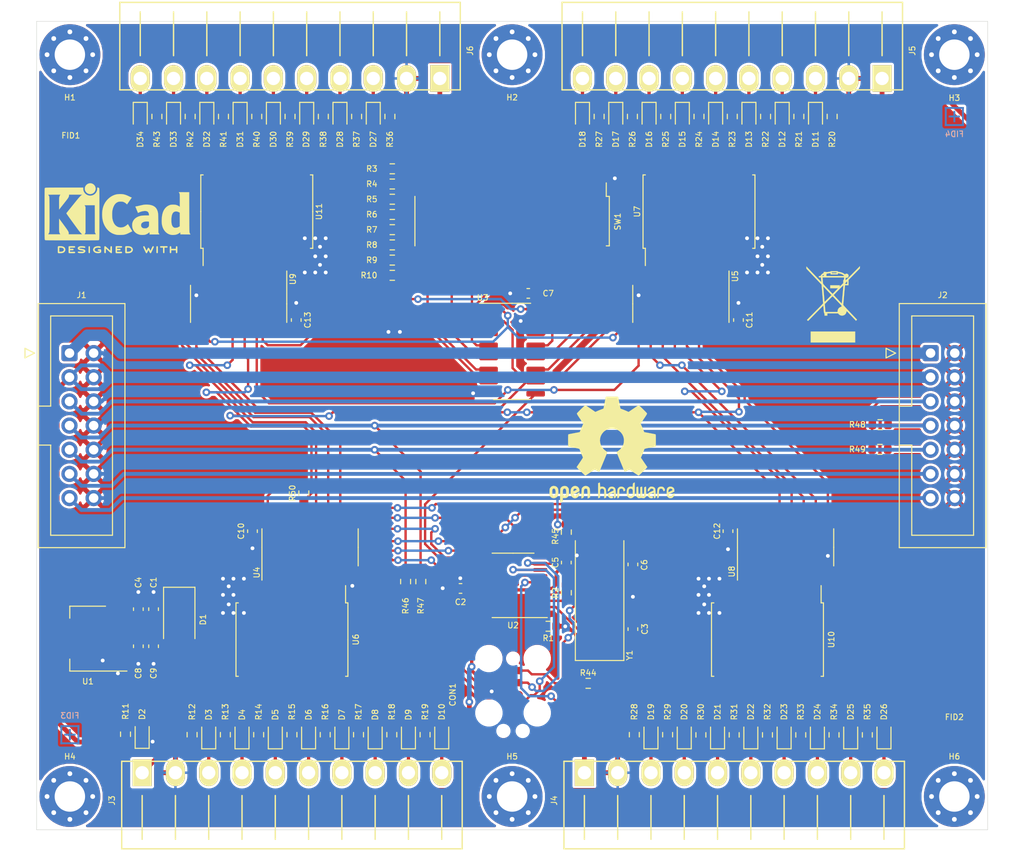
<source format=kicad_pcb>
(kicad_pcb (version 20171130) (host pcbnew 5.1.8)

  (general
    (thickness 1.6)
    (drawings 5)
    (tracks 1302)
    (zones 0)
    (modules 131)
    (nets 147)
  )

  (page A4)
  (layers
    (0 F.Cu signal)
    (31 B.Cu signal)
    (32 B.Adhes user)
    (33 F.Adhes user)
    (34 B.Paste user)
    (35 F.Paste user)
    (36 B.SilkS user)
    (37 F.SilkS user)
    (38 B.Mask user)
    (39 F.Mask user)
    (40 Dwgs.User user)
    (41 Cmts.User user)
    (42 Eco1.User user)
    (43 Eco2.User user)
    (44 Edge.Cuts user)
    (45 Margin user)
    (46 B.CrtYd user)
    (47 F.CrtYd user)
    (48 B.Fab user)
    (49 F.Fab user)
  )

  (setup
    (last_trace_width 0.5)
    (user_trace_width 0.35)
    (user_trace_width 0.4)
    (user_trace_width 0.5)
    (user_trace_width 0.7)
    (user_trace_width 1)
    (user_trace_width 1.2)
    (trace_clearance 0.2)
    (zone_clearance 0.254)
    (zone_45_only no)
    (trace_min 0.2)
    (via_size 0.8)
    (via_drill 0.4)
    (via_min_size 0.4)
    (via_min_drill 0.3)
    (uvia_size 0.3)
    (uvia_drill 0.1)
    (uvias_allowed no)
    (uvia_min_size 0.2)
    (uvia_min_drill 0.1)
    (edge_width 0.05)
    (segment_width 0.2)
    (pcb_text_width 0.3)
    (pcb_text_size 1.5 1.5)
    (mod_edge_width 0.12)
    (mod_text_size 1 1)
    (mod_text_width 0.15)
    (pad_size 1.524 1.524)
    (pad_drill 0.762)
    (pad_to_mask_clearance 0)
    (aux_axis_origin 0 0)
    (visible_elements FFFFFF7F)
    (pcbplotparams
      (layerselection 0x010fc_ffffffff)
      (usegerberextensions true)
      (usegerberattributes true)
      (usegerberadvancedattributes true)
      (creategerberjobfile false)
      (excludeedgelayer true)
      (linewidth 0.100000)
      (plotframeref false)
      (viasonmask false)
      (mode 1)
      (useauxorigin false)
      (hpglpennumber 1)
      (hpglpenspeed 20)
      (hpglpendiameter 15.000000)
      (psnegative false)
      (psa4output false)
      (plotreference true)
      (plotvalue false)
      (plotinvisibletext false)
      (padsonsilk false)
      (subtractmaskfromsilk false)
      (outputformat 4)
      (mirror false)
      (drillshape 0)
      (scaleselection 1)
      (outputdirectory "doc/"))
  )

  (net 0 "")
  (net 1 GND)
  (net 2 +5V)
  (net 3 +3V3)
  (net 4 "Net-(C3-Pad1)")
  (net 5 "Net-(C6-Pad1)")
  (net 6 /SWCLK)
  (net 7 /~TESTMODE)
  (net 8 /UART_TX)
  (net 9 /~RESET)
  (net 10 /SWDIO)
  (net 11 /UART_RX)
  (net 12 "Net-(D2-Pad2)")
  (net 13 "Net-(D3-Pad2)")
  (net 14 /OUT1)
  (net 15 /OUT2)
  (net 16 "Net-(D4-Pad2)")
  (net 17 "Net-(D5-Pad2)")
  (net 18 /OUT3)
  (net 19 /OUT4)
  (net 20 "Net-(D6-Pad2)")
  (net 21 "Net-(D7-Pad2)")
  (net 22 /OUT5)
  (net 23 /OUT6)
  (net 24 "Net-(D8-Pad2)")
  (net 25 "Net-(D9-Pad2)")
  (net 26 /OUT7)
  (net 27 /OUT8)
  (net 28 "Net-(D10-Pad2)")
  (net 29 /OUT17)
  (net 30 "Net-(D11-Pad2)")
  (net 31 "Net-(D12-Pad2)")
  (net 32 /OUT18)
  (net 33 /OUT19)
  (net 34 "Net-(D13-Pad2)")
  (net 35 /OUT20)
  (net 36 "Net-(D14-Pad2)")
  (net 37 "Net-(D15-Pad2)")
  (net 38 /OUT21)
  (net 39 "Net-(D16-Pad2)")
  (net 40 /OUT22)
  (net 41 /OUT23)
  (net 42 "Net-(D17-Pad2)")
  (net 43 "Net-(D18-Pad2)")
  (net 44 /OUT24)
  (net 45 /OUT9)
  (net 46 "Net-(D19-Pad2)")
  (net 47 "Net-(D20-Pad2)")
  (net 48 /OUT10)
  (net 49 /OUT11)
  (net 50 "Net-(D21-Pad2)")
  (net 51 "Net-(D22-Pad2)")
  (net 52 /OUT12)
  (net 53 /OUT13)
  (net 54 "Net-(D23-Pad2)")
  (net 55 "Net-(D24-Pad2)")
  (net 56 /OUT14)
  (net 57 /OUT15)
  (net 58 "Net-(D25-Pad2)")
  (net 59 "Net-(D26-Pad2)")
  (net 60 /OUT16)
  (net 61 "Net-(D27-Pad2)")
  (net 62 /OUT25)
  (net 63 "Net-(D28-Pad2)")
  (net 64 /OUT26)
  (net 65 /OUT27)
  (net 66 "Net-(D29-Pad2)")
  (net 67 /OUT28)
  (net 68 "Net-(D30-Pad2)")
  (net 69 /OUT29)
  (net 70 "Net-(D31-Pad2)")
  (net 71 "Net-(D32-Pad2)")
  (net 72 /OUT30)
  (net 73 "Net-(D33-Pad2)")
  (net 74 /OUT31)
  (net 75 /OUT32)
  (net 76 "Net-(D34-Pad2)")
  (net 77 "Net-(H1-Pad1)")
  (net 78 "Net-(H2-Pad1)")
  (net 79 "Net-(H3-Pad1)")
  (net 80 "Net-(H4-Pad1)")
  (net 81 "Net-(H5-Pad1)")
  (net 82 "Net-(H6-Pad1)")
  (net 83 "Net-(J1-Pad11)")
  (net 84 "Net-(R1-Pad1)")
  (net 85 "Net-(R2-Pad1)")
  (net 86 "Net-(R3-Pad1)")
  (net 87 "Net-(R4-Pad1)")
  (net 88 "Net-(R5-Pad1)")
  (net 89 "Net-(R6-Pad1)")
  (net 90 "Net-(R7-Pad1)")
  (net 91 "Net-(R8-Pad1)")
  (net 92 "Net-(R9-Pad1)")
  (net 93 "Net-(R10-Pad1)")
  (net 94 /~CLEAR)
  (net 95 /SPI_CLK)
  (net 96 /SPI_MISO)
  (net 97 /SPI_MOSI)
  (net 98 /RCLK)
  (net 99 /~OE)
  (net 100 "Net-(U3-Pad10)")
  (net 101 "Net-(U4-Pad1)")
  (net 102 "Net-(U4-Pad2)")
  (net 103 "Net-(U4-Pad3)")
  (net 104 "Net-(U4-Pad4)")
  (net 105 "Net-(U4-Pad5)")
  (net 106 "Net-(U4-Pad6)")
  (net 107 "Net-(U4-Pad7)")
  (net 108 "Net-(U4-Pad9)")
  (net 109 "Net-(U4-Pad15)")
  (net 110 "Net-(U5-Pad1)")
  (net 111 "Net-(U5-Pad2)")
  (net 112 "Net-(U5-Pad3)")
  (net 113 "Net-(U5-Pad4)")
  (net 114 "Net-(U5-Pad5)")
  (net 115 "Net-(U5-Pad6)")
  (net 116 "Net-(U5-Pad7)")
  (net 117 "Net-(U5-Pad9)")
  (net 118 "Net-(U5-Pad14)")
  (net 119 "Net-(U5-Pad15)")
  (net 120 "Net-(U10-Pad1)")
  (net 121 "Net-(U10-Pad8)")
  (net 122 "Net-(U10-Pad7)")
  (net 123 "Net-(U10-Pad6)")
  (net 124 "Net-(U10-Pad5)")
  (net 125 "Net-(U10-Pad4)")
  (net 126 "Net-(U10-Pad3)")
  (net 127 "Net-(U10-Pad2)")
  (net 128 "Net-(U11-Pad2)")
  (net 129 "Net-(U11-Pad3)")
  (net 130 "Net-(U11-Pad4)")
  (net 131 "Net-(U11-Pad5)")
  (net 132 "Net-(U11-Pad6)")
  (net 133 "Net-(U11-Pad7)")
  (net 134 "Net-(U11-Pad8)")
  (net 135 "Net-(U11-Pad1)")
  (net 136 /VCC1_8)
  (net 137 /VCC9_16)
  (net 138 /VCC17_24)
  (net 139 /VCC25_32)
  (net 140 /BP_UART_TX)
  (net 141 /BP_I2C_SDA)
  (net 142 /BP_I2C_SCL)
  (net 143 /BP_3V3)
  (net 144 /BP_12V)
  (net 145 /I2C_SDA)
  (net 146 /I2C_SCL)

  (net_class Default "This is the default net class."
    (clearance 0.2)
    (trace_width 0.25)
    (via_dia 0.8)
    (via_drill 0.4)
    (uvia_dia 0.3)
    (uvia_drill 0.1)
    (add_net +3V3)
    (add_net +5V)
    (add_net /BP_12V)
    (add_net /BP_3V3)
    (add_net /BP_I2C_SCL)
    (add_net /BP_I2C_SDA)
    (add_net /BP_UART_TX)
    (add_net /I2C_SCL)
    (add_net /I2C_SDA)
    (add_net /OUT1)
    (add_net /OUT10)
    (add_net /OUT11)
    (add_net /OUT12)
    (add_net /OUT13)
    (add_net /OUT14)
    (add_net /OUT15)
    (add_net /OUT16)
    (add_net /OUT17)
    (add_net /OUT18)
    (add_net /OUT19)
    (add_net /OUT2)
    (add_net /OUT20)
    (add_net /OUT21)
    (add_net /OUT22)
    (add_net /OUT23)
    (add_net /OUT24)
    (add_net /OUT25)
    (add_net /OUT26)
    (add_net /OUT27)
    (add_net /OUT28)
    (add_net /OUT29)
    (add_net /OUT3)
    (add_net /OUT30)
    (add_net /OUT31)
    (add_net /OUT32)
    (add_net /OUT4)
    (add_net /OUT5)
    (add_net /OUT6)
    (add_net /OUT7)
    (add_net /OUT8)
    (add_net /OUT9)
    (add_net /RCLK)
    (add_net /SPI_CLK)
    (add_net /SPI_MISO)
    (add_net /SPI_MOSI)
    (add_net /SWCLK)
    (add_net /SWDIO)
    (add_net /UART_RX)
    (add_net /UART_TX)
    (add_net /VCC17_24)
    (add_net /VCC1_8)
    (add_net /VCC25_32)
    (add_net /VCC9_16)
    (add_net /~CLEAR)
    (add_net /~OE)
    (add_net /~RESET)
    (add_net /~TESTMODE)
    (add_net GND)
    (add_net "Net-(C3-Pad1)")
    (add_net "Net-(C6-Pad1)")
    (add_net "Net-(D10-Pad2)")
    (add_net "Net-(D11-Pad2)")
    (add_net "Net-(D12-Pad2)")
    (add_net "Net-(D13-Pad2)")
    (add_net "Net-(D14-Pad2)")
    (add_net "Net-(D15-Pad2)")
    (add_net "Net-(D16-Pad2)")
    (add_net "Net-(D17-Pad2)")
    (add_net "Net-(D18-Pad2)")
    (add_net "Net-(D19-Pad2)")
    (add_net "Net-(D2-Pad2)")
    (add_net "Net-(D20-Pad2)")
    (add_net "Net-(D21-Pad2)")
    (add_net "Net-(D22-Pad2)")
    (add_net "Net-(D23-Pad2)")
    (add_net "Net-(D24-Pad2)")
    (add_net "Net-(D25-Pad2)")
    (add_net "Net-(D26-Pad2)")
    (add_net "Net-(D27-Pad2)")
    (add_net "Net-(D28-Pad2)")
    (add_net "Net-(D29-Pad2)")
    (add_net "Net-(D3-Pad2)")
    (add_net "Net-(D30-Pad2)")
    (add_net "Net-(D31-Pad2)")
    (add_net "Net-(D32-Pad2)")
    (add_net "Net-(D33-Pad2)")
    (add_net "Net-(D34-Pad2)")
    (add_net "Net-(D4-Pad2)")
    (add_net "Net-(D5-Pad2)")
    (add_net "Net-(D6-Pad2)")
    (add_net "Net-(D7-Pad2)")
    (add_net "Net-(D8-Pad2)")
    (add_net "Net-(D9-Pad2)")
    (add_net "Net-(H1-Pad1)")
    (add_net "Net-(H2-Pad1)")
    (add_net "Net-(H3-Pad1)")
    (add_net "Net-(H4-Pad1)")
    (add_net "Net-(H5-Pad1)")
    (add_net "Net-(H6-Pad1)")
    (add_net "Net-(J1-Pad11)")
    (add_net "Net-(R1-Pad1)")
    (add_net "Net-(R10-Pad1)")
    (add_net "Net-(R2-Pad1)")
    (add_net "Net-(R3-Pad1)")
    (add_net "Net-(R4-Pad1)")
    (add_net "Net-(R5-Pad1)")
    (add_net "Net-(R6-Pad1)")
    (add_net "Net-(R7-Pad1)")
    (add_net "Net-(R8-Pad1)")
    (add_net "Net-(R9-Pad1)")
    (add_net "Net-(U10-Pad1)")
    (add_net "Net-(U10-Pad2)")
    (add_net "Net-(U10-Pad3)")
    (add_net "Net-(U10-Pad4)")
    (add_net "Net-(U10-Pad5)")
    (add_net "Net-(U10-Pad6)")
    (add_net "Net-(U10-Pad7)")
    (add_net "Net-(U10-Pad8)")
    (add_net "Net-(U11-Pad1)")
    (add_net "Net-(U11-Pad2)")
    (add_net "Net-(U11-Pad3)")
    (add_net "Net-(U11-Pad4)")
    (add_net "Net-(U11-Pad5)")
    (add_net "Net-(U11-Pad6)")
    (add_net "Net-(U11-Pad7)")
    (add_net "Net-(U11-Pad8)")
    (add_net "Net-(U3-Pad10)")
    (add_net "Net-(U4-Pad1)")
    (add_net "Net-(U4-Pad15)")
    (add_net "Net-(U4-Pad2)")
    (add_net "Net-(U4-Pad3)")
    (add_net "Net-(U4-Pad4)")
    (add_net "Net-(U4-Pad5)")
    (add_net "Net-(U4-Pad6)")
    (add_net "Net-(U4-Pad7)")
    (add_net "Net-(U4-Pad9)")
    (add_net "Net-(U5-Pad1)")
    (add_net "Net-(U5-Pad14)")
    (add_net "Net-(U5-Pad15)")
    (add_net "Net-(U5-Pad2)")
    (add_net "Net-(U5-Pad3)")
    (add_net "Net-(U5-Pad4)")
    (add_net "Net-(U5-Pad5)")
    (add_net "Net-(U5-Pad6)")
    (add_net "Net-(U5-Pad7)")
    (add_net "Net-(U5-Pad9)")
  )

  (module Symbol:WEEE-Logo_5.6x8mm_SilkScreen (layer F.Cu) (tedit 0) (tstamp 5FE685BA)
    (at 143.75 79.75)
    (descr "Waste Electrical and Electronic Equipment Directive")
    (tags "Logo WEEE")
    (attr virtual)
    (fp_text reference REF** (at 0 0) (layer F.SilkS) hide
      (effects (font (size 1 1) (thickness 0.15)))
    )
    (fp_text value WEEE-Logo_5.6x8mm_SilkScreen (at 0.75 0) (layer F.Fab) hide
      (effects (font (size 1 1) (thickness 0.15)))
    )
    (fp_poly (pts (xy 2.322763 4.010526) (xy -2.356184 4.010526) (xy -2.356184 2.8575) (xy 2.322763 2.8575)
      (xy 2.322763 4.010526)) (layer F.SilkS) (width 0.01))
    (fp_poly (pts (xy 2.823256 -3.900663) (xy 2.822433 -3.784934) (xy 2.222115 -3.175) (xy 1.621796 -2.565066)
      (xy 1.621359 -2.285165) (xy 1.620921 -2.005263) (xy 1.255337 -2.005263) (xy 1.245917 -1.934244)
      (xy 1.24235 -1.901873) (xy 1.236338 -1.840913) (xy 1.228201 -1.755002) (xy 1.218262 -1.647774)
      (xy 1.206843 -1.522867) (xy 1.194264 -1.383917) (xy 1.180847 -1.234559) (xy 1.166915 -1.078432)
      (xy 1.152788 -0.91917) (xy 1.138788 -0.76041) (xy 1.125237 -0.605789) (xy 1.112456 -0.458943)
      (xy 1.100767 -0.323507) (xy 1.090492 -0.20312) (xy 1.081952 -0.101416) (xy 1.075469 -0.022033)
      (xy 1.071364 0.031394) (xy 1.069959 0.055229) (xy 1.06996 0.055342) (xy 1.080204 0.074466)
      (xy 1.110974 0.113955) (xy 1.162689 0.174266) (xy 1.235767 0.255861) (xy 1.330627 0.359198)
      (xy 1.447687 0.484738) (xy 1.587367 0.63294) (xy 1.750084 0.804263) (xy 1.795821 0.852237)
      (xy 2.521195 1.612566) (xy 2.462551 1.671052) (xy 2.403908 1.729539) (xy 2.309026 1.62631)
      (xy 2.274315 1.589003) (xy 2.220094 1.531311) (xy 2.149941 1.457013) (xy 2.067432 1.369889)
      (xy 1.976145 1.273718) (xy 1.879658 1.17228) (xy 1.821935 1.111695) (xy 1.713566 0.998197)
      (xy 1.625972 0.907285) (xy 1.55692 0.837307) (xy 1.504176 0.78661) (xy 1.465506 0.75354)
      (xy 1.438677 0.736444) (xy 1.421456 0.733669) (xy 1.411608 0.743563) (xy 1.406901 0.764471)
      (xy 1.405101 0.794741) (xy 1.404859 0.803002) (xy 1.392342 0.859909) (xy 1.361503 0.928693)
      (xy 1.318497 0.998475) (xy 1.26948 1.058378) (xy 1.249866 1.076882) (xy 1.14923 1.141628)
      (xy 1.031673 1.177854) (xy 0.927738 1.186447) (xy 0.809951 1.170239) (xy 0.701169 1.122712)
      (xy 0.60489 1.045511) (xy 0.587125 1.026295) (xy 0.522168 0.9525) (xy -0.601579 0.9525)
      (xy -0.601579 1.186447) (xy -0.902368 1.186447) (xy -0.902368 1.077152) (xy -0.906143 1.002539)
      (xy -0.918825 0.95075) (xy -0.934237 0.92258) (xy -0.94525 0.902424) (xy -0.954679 0.8732)
      (xy -0.963151 0.830575) (xy -0.97129 0.770217) (xy -0.979721 0.687793) (xy -0.989068 0.578972)
      (xy -0.995469 0.498017) (xy -1.024831 0.118732) (xy -1.745659 0.848938) (xy -1.875992 0.981066)
      (xy -2.001108 1.108096) (xy -2.118721 1.227695) (xy -2.226545 1.337528) (xy -2.322295 1.435263)
      (xy -2.403683 1.518566) (xy -2.468423 1.585104) (xy -2.51423 1.632542) (xy -2.538792 1.65852)
      (xy -2.579145 1.699649) (xy -2.612805 1.728335) (xy -2.63091 1.737895) (xy -2.654035 1.726697)
      (xy -2.687743 1.698719) (xy -2.699169 1.687326) (xy -2.747617 1.636757) (xy -2.480881 1.365702)
      (xy -2.412831 1.296652) (xy -2.325085 1.207774) (xy -2.221492 1.102959) (xy -2.1059 0.986097)
      (xy -1.982159 0.861079) (xy -1.854119 0.731795) (xy -1.725628 0.602136) (xy -1.633454 0.509179)
      (xy -1.493342 0.36752) (xy -1.375632 0.247591) (xy -1.27882 0.147768) (xy -1.201399 0.066428)
      (xy -1.141864 0.001948) (xy -1.112358 -0.031723) (xy -0.875409 -0.031723) (xy -0.845743 0.347592)
      (xy -0.836797 0.458777) (xy -0.828142 0.560453) (xy -0.820271 0.647304) (xy -0.813672 0.714018)
      (xy -0.808836 0.755279) (xy -0.80728 0.764506) (xy -0.798482 0.802105) (xy 0.463319 0.802105)
      (xy 0.471742 0.697173) (xy 0.497172 0.573195) (xy 0.550389 0.463524) (xy 0.628037 0.372156)
      (xy 0.726763 0.303083) (xy 0.837572 0.26162) (xy 0.87352 0.242171) (xy 0.891517 0.20043)
      (xy 0.891894 0.198589) (xy 0.894053 0.180967) (xy 0.891384 0.162922) (xy 0.88128 0.141108)
      (xy 0.861137 0.112177) (xy 0.828349 0.072783) (xy 0.78031 0.019577) (xy 0.714416 -0.050786)
      (xy 0.62806 -0.141654) (xy 0.62248 -0.147507) (xy 0.529595 -0.245044) (xy 0.430845 -0.348933)
      (xy 0.333016 -0.452023) (xy 0.242893 -0.547161) (xy 0.167262 -0.627196) (xy 0.150395 -0.645089)
      (xy 0.085735 -0.712556) (xy 0.028295 -0.770291) (xy -0.017801 -0.814325) (xy -0.048431 -0.840686)
      (xy -0.058715 -0.846479) (xy -0.074052 -0.834354) (xy -0.109917 -0.80109) (xy -0.163488 -0.749458)
      (xy -0.23194 -0.682225) (xy -0.312447 -0.602163) (xy -0.402187 -0.512039) (xy -0.475532 -0.437802)
      (xy -0.875409 -0.031723) (xy -1.112358 -0.031723) (xy -1.098709 -0.047297) (xy -1.070429 -0.082929)
      (xy -1.055517 -0.106571) (xy -1.052199 -0.11752) (xy -1.053456 -0.141414) (xy -1.057274 -0.195499)
      (xy -1.063407 -0.276662) (xy -1.071607 -0.38179) (xy -1.081627 -0.507772) (xy -1.09322 -0.651495)
      (xy -1.10614 -0.809846) (xy -1.120138 -0.979713) (xy -1.131419 -1.115472) (xy -1.19525 -1.880894)
      (xy -1.031004 -1.880894) (xy -1.030297 -1.864376) (xy -1.026969 -1.817855) (xy -1.02129 -1.744622)
      (xy -1.013526 -1.647972) (xy -1.003943 -1.531195) (xy -0.992811 -1.397586) (xy -0.980395 -1.250437)
      (xy -0.96848 -1.110729) (xy -0.954984 -0.952213) (xy -0.942413 -0.802579) (xy -0.931055 -0.665398)
      (xy -0.921198 -0.544241) (xy -0.91313 -0.44268) (xy -0.90714 -0.364288) (xy -0.903515 -0.312637)
      (xy -0.902509 -0.292577) (xy -0.90094 -0.280092) (xy -0.894722 -0.275138) (xy -0.881459 -0.279782)
      (xy -0.858753 -0.296091) (xy -0.824208 -0.326132) (xy -0.775427 -0.371973) (xy -0.710013 -0.43568)
      (xy -0.625569 -0.519321) (xy -0.535971 -0.608701) (xy -0.169574 -0.974814) (xy -0.172141 -0.977566)
      (xy 0.070049 -0.977566) (xy 0.081087 -0.96245) (xy 0.111987 -0.926858) (xy 0.159653 -0.874059)
      (xy 0.220987 -0.807327) (xy 0.292893 -0.72993) (xy 0.372273 -0.645142) (xy 0.456031 -0.556233)
      (xy 0.54107 -0.466474) (xy 0.624292 -0.379136) (xy 0.702601 -0.297491) (xy 0.7729 -0.224809)
      (xy 0.832091 -0.164363) (xy 0.877078 -0.119422) (xy 0.904764 -0.093258) (xy 0.912314 -0.087928)
      (xy 0.914803 -0.105133) (xy 0.91997 -0.152652) (xy 0.92753 -0.227511) (xy 0.9372 -0.326736)
      (xy 0.948695 -0.447351) (xy 0.961731 -0.586382) (xy 0.976024 -0.740855) (xy 0.99129 -0.907794)
      (xy 1.003479 -1.042403) (xy 1.019071 -1.216946) (xy 1.033477 -1.381373) (xy 1.046453 -1.532701)
      (xy 1.057759 -1.667947) (xy 1.067152 -1.78413) (xy 1.074389 -1.878265) (xy 1.079228 -1.94737)
      (xy 1.081427 -1.988462) (xy 1.081176 -1.999132) (xy 1.06803 -1.989628) (xy 1.034554 -1.95908)
      (xy 0.983674 -1.910444) (xy 0.918317 -1.846677) (xy 0.841409 -1.770735) (xy 0.755876 -1.685576)
      (xy 0.664646 -1.594155) (xy 0.570644 -1.499431) (xy 0.476798 -1.404359) (xy 0.386033 -1.311897)
      (xy 0.301277 -1.225001) (xy 0.225456 -1.146628) (xy 0.161497 -1.079735) (xy 0.112326 -1.027278)
      (xy 0.080869 -0.992215) (xy 0.070049 -0.977566) (xy -0.172141 -0.977566) (xy -0.306202 -1.12124)
      (xy -0.375784 -1.195552) (xy -0.453881 -1.278517) (xy -0.537406 -1.366898) (xy -0.62327 -1.457459)
      (xy -0.708385 -1.546964) (xy -0.789664 -1.632177) (xy -0.864019 -1.709861) (xy -0.928363 -1.77678)
      (xy -0.979606 -1.829697) (xy -1.014663 -1.865377) (xy -1.030444 -1.880584) (xy -1.031004 -1.880894)
      (xy -1.19525 -1.880894) (xy -1.211204 -2.072193) (xy -2.009286 -2.911515) (xy -2.807368 -3.750836)
      (xy -2.806781 -3.868148) (xy -2.806194 -3.985461) (xy -2.677275 -3.847747) (xy -2.605124 -3.770937)
      (xy -2.51994 -3.680696) (xy -2.424021 -3.579425) (xy -2.319666 -3.469524) (xy -2.209174 -3.353396)
      (xy -2.094844 -3.233442) (xy -1.978975 -3.112064) (xy -1.863865 -2.991662) (xy -1.751814 -2.874638)
      (xy -1.645119 -2.763394) (xy -1.54608 -2.660331) (xy -1.456997 -2.56785) (xy -1.380166 -2.488353)
      (xy -1.317888 -2.424242) (xy -1.272462 -2.377917) (xy -1.246185 -2.351781) (xy -1.240426 -2.346767)
      (xy -1.24003 -2.364209) (xy -1.242208 -2.408865) (xy -1.246583 -2.47466) (xy -1.252775 -2.555517)
      (xy -1.255433 -2.587817) (xy -1.275228 -2.824079) (xy -1.120242 -2.824079) (xy -1.11224 -2.78648)
      (xy -1.10816 -2.756745) (xy -1.102425 -2.700797) (xy -1.095701 -2.625764) (xy -1.088648 -2.538775)
      (xy -1.086207 -2.506579) (xy -1.079008 -2.414139) (xy -1.071742 -2.328293) (xy -1.065136 -2.257153)
      (xy -1.059916 -2.208831) (xy -1.058739 -2.200061) (xy -1.054298 -2.182058) (xy -1.044687 -2.160983)
      (xy -1.02786 -2.134475) (xy -1.001775 -2.100172) (xy -0.964387 -2.055711) (xy -0.913654 -1.998729)
      (xy -0.84753 -1.926864) (xy -0.763974 -1.837754) (xy -0.66094 -1.729036) (xy -0.555833 -1.618725)
      (xy -0.451262 -1.509559) (xy -0.353649 -1.40846) (xy -0.265422 -1.317885) (xy -0.189012 -1.240292)
      (xy -0.126849 -1.178138) (xy -0.081363 -1.133882) (xy -0.054983 -1.109982) (xy -0.049357 -1.106426)
      (xy -0.034557 -1.119319) (xy 0.000039 -1.15294) (xy 0.051071 -1.203918) (xy 0.115183 -1.26888)
      (xy 0.189016 -1.344452) (xy 0.242411 -1.399507) (xy 0.521173 -1.687763) (xy -0.30079 -1.687763)
      (xy -0.30079 -2.005263) (xy 0.701842 -2.005263) (xy 0.701842 -1.863794) (xy 0.885658 -2.04704)
      (xy 1.016052 -2.177029) (xy 1.27 -2.177029) (xy 1.272429 -2.156523) (xy 1.284724 -2.145098)
      (xy 1.314396 -2.14012) (xy 1.368955 -2.138956) (xy 1.378618 -2.138948) (xy 1.487237 -2.138948)
      (xy 1.487237 -2.430416) (xy 1.378618 -2.322763) (xy 1.317346 -2.257313) (xy 1.280699 -2.207171)
      (xy 1.27 -2.177029) (xy 1.016052 -2.177029) (xy 1.069474 -2.230285) (xy 1.069474 -2.393498)
      (xy 1.069985 -2.468586) (xy 1.072328 -2.516355) (xy 1.077711 -2.542902) (xy 1.087344 -2.554321)
      (xy 1.101871 -2.556711) (xy 1.118027 -2.56022) (xy 1.129969 -2.574289) (xy 1.139139 -2.604231)
      (xy 1.146982 -2.655358) (xy 1.154942 -2.732983) (xy 1.157496 -2.761415) (xy 1.163026 -2.824079)
      (xy -1.120242 -2.824079) (xy -1.275228 -2.824079) (xy -1.487237 -2.824079) (xy -1.487237 -2.974474)
      (xy -1.397141 -2.974474) (xy -1.344445 -2.975917) (xy -1.315812 -2.982884) (xy -1.312309 -2.98703)
      (xy -1.127766 -2.98703) (xy -1.118054 -2.977558) (xy -1.084412 -2.974634) (xy -1.061706 -2.974474)
      (xy -0.985921 -2.974474) (xy -0.703306 -2.974474) (xy 1.176519 -2.974474) (xy 1.112938 -3.039587)
      (xy 1.014186 -3.119938) (xy 0.891968 -3.181911) (xy 0.744213 -3.226354) (xy 0.597401 -3.250935)
      (xy 0.501316 -3.262404) (xy 0.501316 -3.141579) (xy -0.267368 -3.141579) (xy -0.267368 -3.278655)
      (xy -0.380165 -3.267224) (xy -0.458975 -3.257575) (xy -0.542943 -3.244786) (xy -0.593224 -3.235652)
      (xy -0.693487 -3.215512) (xy -0.698397 -3.094993) (xy -0.703306 -2.974474) (xy -0.985921 -2.974474)
      (xy -0.985921 -3.041316) (xy -0.988131 -3.08319) (xy -0.99365 -3.106464) (xy -0.995874 -3.108158)
      (xy -1.020613 -3.09744) (xy -1.056757 -3.071437) (xy -1.09299 -3.039377) (xy -1.117999 -3.010489)
      (xy -1.120227 -3.006733) (xy -1.127766 -2.98703) (xy -1.312309 -2.98703) (xy -1.301919 -2.999326)
      (xy -1.296311 -3.017238) (xy -1.273422 -3.063721) (xy -1.22946 -3.1196) (xy -1.171989 -3.17704)
      (xy -1.108573 -3.228207) (xy -1.066918 -3.254857) (xy -1.019466 -3.284028) (xy -0.995141 -3.308533)
      (xy -0.986595 -3.337428) (xy -0.985938 -3.354638) (xy -0.985937 -3.358816) (xy -0.133684 -3.358816)
      (xy -0.133684 -3.275263) (xy 0.367632 -3.275263) (xy 0.367632 -3.358816) (xy -0.133684 -3.358816)
      (xy -0.985937 -3.358816) (xy -0.985921 -3.408948) (xy -0.845274 -3.408948) (xy -0.780564 -3.407383)
      (xy -0.73013 -3.403215) (xy -0.702094 -3.397227) (xy -0.699057 -3.394803) (xy -0.681273 -3.391082)
      (xy -0.637992 -3.392606) (xy -0.576651 -3.398925) (xy -0.534737 -3.40476) (xy -0.458737 -3.416222)
      (xy -0.38923 -3.42657) (xy -0.336997 -3.434204) (xy -0.321678 -3.436373) (xy -0.281653 -3.448768)
      (xy -0.267368 -3.468192) (xy -0.263025 -3.476102) (xy -0.24749 -3.482137) (xy -0.217001 -3.486534)
      (xy -0.1678 -3.489531) (xy -0.096126 -3.491365) (xy 0.001781 -3.492275) (xy 0.116974 -3.4925)
      (xy 0.239914 -3.492372) (xy 0.333441 -3.49177) (xy 0.40156 -3.490361) (xy 0.448281 -3.487819)
      (xy 0.477609 -3.483811) (xy 0.493551 -3.478009) (xy 0.500115 -3.470083) (xy 0.501316 -3.460867)
      (xy 0.51154 -3.431615) (xy 0.54503 -3.414969) (xy 0.606012 -3.409032) (xy 0.616983 -3.408948)
      (xy 0.720254 -3.398294) (xy 0.837547 -3.368967) (xy 0.958285 -3.324916) (xy 1.071889 -3.270089)
      (xy 1.167781 -3.208436) (xy 1.180201 -3.198668) (xy 1.220682 -3.166885) (xy 1.244655 -3.154156)
      (xy 1.261396 -3.158271) (xy 1.278581 -3.17525) (xy 1.329336 -3.208508) (xy 1.395393 -3.221275)
      (xy 1.466526 -3.214635) (xy 1.532514 -3.189673) (xy 1.583132 -3.147471) (xy 1.586797 -3.142566)
      (xy 1.624672 -3.063789) (xy 1.631719 -2.982246) (xy 1.608715 -2.904513) (xy 1.556437 -2.837165)
      (xy 1.550044 -2.831604) (xy 1.512927 -2.805187) (xy 1.475267 -2.793553) (xy 1.422324 -2.792713)
      (xy 1.409098 -2.793458) (xy 1.357297 -2.795359) (xy 1.330614 -2.791004) (xy 1.320955 -2.777862)
      (xy 1.319963 -2.765592) (xy 1.317939 -2.729998) (xy 1.312914 -2.676467) (xy 1.309303 -2.644441)
      (xy 1.304066 -2.593573) (xy 1.306244 -2.567532) (xy 1.318875 -2.558014) (xy 1.341375 -2.556711)
      (xy 1.354718 -2.561014) (xy 1.376244 -2.574943) (xy 1.407548 -2.600023) (xy 1.450224 -2.637781)
      (xy 1.505868 -2.689744) (xy 1.576075 -2.757438) (xy 1.66244 -2.842389) (xy 1.766558 -2.946125)
      (xy 1.890025 -3.070172) (xy 2.034436 -3.216056) (xy 2.104031 -3.286551) (xy 2.824079 -4.01639)
      (xy 2.823256 -3.900663)) (layer F.SilkS) (width 0.01))
  )

  (module Symbol:OSHW-Logo2_14.6x12mm_SilkScreen (layer F.Cu) (tedit 0) (tstamp 5FE68314)
    (at 120.5 95)
    (descr "Open Source Hardware Symbol")
    (tags "Logo Symbol OSHW")
    (attr virtual)
    (fp_text reference REF** (at 0 0) (layer F.SilkS) hide
      (effects (font (size 1 1) (thickness 0.15)))
    )
    (fp_text value OSHW-Logo2_14.6x12mm_SilkScreen (at 0.75 0) (layer F.Fab) hide
      (effects (font (size 1 1) (thickness 0.15)))
    )
    (fp_poly (pts (xy -4.8281 3.861903) (xy -4.71655 3.917522) (xy -4.618092 4.019931) (xy -4.590977 4.057864)
      (xy -4.561438 4.1075) (xy -4.542272 4.161412) (xy -4.531307 4.233364) (xy -4.526371 4.337122)
      (xy -4.525287 4.474101) (xy -4.530182 4.661815) (xy -4.547196 4.802758) (xy -4.579823 4.907908)
      (xy -4.631558 4.988243) (xy -4.705896 5.054741) (xy -4.711358 5.058678) (xy -4.78462 5.098953)
      (xy -4.87284 5.11888) (xy -4.985038 5.123793) (xy -5.167433 5.123793) (xy -5.167509 5.300857)
      (xy -5.169207 5.39947) (xy -5.17955 5.457314) (xy -5.206578 5.492006) (xy -5.258332 5.521164)
      (xy -5.270761 5.527121) (xy -5.328923 5.555039) (xy -5.373956 5.572672) (xy -5.407441 5.574194)
      (xy -5.430962 5.553781) (xy -5.4461 5.505607) (xy -5.454437 5.423846) (xy -5.457556 5.302672)
      (xy -5.45704 5.13626) (xy -5.454471 4.918785) (xy -5.453668 4.853736) (xy -5.450778 4.629502)
      (xy -5.448188 4.482821) (xy -5.167586 4.482821) (xy -5.166009 4.607326) (xy -5.159 4.688787)
      (xy -5.143142 4.742515) (xy -5.115019 4.783823) (xy -5.095925 4.803971) (xy -5.017865 4.862921)
      (xy -4.948753 4.86772) (xy -4.87744 4.819038) (xy -4.875632 4.817241) (xy -4.846617 4.779618)
      (xy -4.828967 4.728484) (xy -4.820064 4.649738) (xy -4.817291 4.529276) (xy -4.817241 4.502588)
      (xy -4.823942 4.336583) (xy -4.845752 4.221505) (xy -4.885235 4.151254) (xy -4.944956 4.119729)
      (xy -4.979472 4.116552) (xy -5.061389 4.13146) (xy -5.117579 4.180548) (xy -5.151402 4.270362)
      (xy -5.16622 4.407445) (xy -5.167586 4.482821) (xy -5.448188 4.482821) (xy -5.447713 4.455952)
      (xy -5.443753 4.325382) (xy -5.438174 4.230087) (xy -5.430254 4.162364) (xy -5.419269 4.114507)
      (xy -5.404499 4.078813) (xy -5.385218 4.047578) (xy -5.376951 4.035824) (xy -5.267288 3.924797)
      (xy -5.128635 3.861847) (xy -4.968246 3.844297) (xy -4.8281 3.861903)) (layer F.SilkS) (width 0.01))
    (fp_poly (pts (xy -2.582571 3.877719) (xy -2.488877 3.931914) (xy -2.423736 3.985707) (xy -2.376093 4.042066)
      (xy -2.343272 4.110987) (xy -2.322594 4.202468) (xy -2.31138 4.326506) (xy -2.306951 4.493098)
      (xy -2.306437 4.612851) (xy -2.306437 5.053659) (xy -2.430517 5.109283) (xy -2.554598 5.164907)
      (xy -2.569195 4.682095) (xy -2.575227 4.501779) (xy -2.581555 4.370901) (xy -2.589394 4.280511)
      (xy -2.599963 4.221664) (xy -2.614477 4.185413) (xy -2.634152 4.16281) (xy -2.640465 4.157917)
      (xy -2.736112 4.119706) (xy -2.832793 4.134827) (xy -2.890345 4.174943) (xy -2.913755 4.20337)
      (xy -2.929961 4.240672) (xy -2.940259 4.297223) (xy -2.945951 4.383394) (xy -2.948336 4.509558)
      (xy -2.948736 4.641042) (xy -2.948814 4.805999) (xy -2.951639 4.922761) (xy -2.961093 5.00151)
      (xy -2.98106 5.052431) (xy -3.015424 5.085706) (xy -3.068068 5.11152) (xy -3.138383 5.138344)
      (xy -3.21518 5.167542) (xy -3.206038 4.649346) (xy -3.202357 4.462539) (xy -3.19805 4.32449)
      (xy -3.191877 4.225568) (xy -3.182598 4.156145) (xy -3.168973 4.10659) (xy -3.149761 4.067273)
      (xy -3.126598 4.032584) (xy -3.014848 3.92177) (xy -2.878487 3.857689) (xy -2.730175 3.842339)
      (xy -2.582571 3.877719)) (layer F.SilkS) (width 0.01))
    (fp_poly (pts (xy -5.951779 3.866015) (xy -5.814939 3.937968) (xy -5.713949 4.053766) (xy -5.678075 4.128213)
      (xy -5.650161 4.239992) (xy -5.635871 4.381227) (xy -5.634516 4.535371) (xy -5.645405 4.685879)
      (xy -5.667847 4.816205) (xy -5.70115 4.909803) (xy -5.711385 4.925922) (xy -5.832618 5.046249)
      (xy -5.976613 5.118317) (xy -6.132861 5.139408) (xy -6.290852 5.106802) (xy -6.33482 5.087253)
      (xy -6.420444 5.027012) (xy -6.495592 4.947135) (xy -6.502694 4.937004) (xy -6.531561 4.888181)
      (xy -6.550643 4.83599) (xy -6.561916 4.767285) (xy -6.567355 4.668918) (xy -6.568938 4.527744)
      (xy -6.568965 4.496092) (xy -6.568893 4.486019) (xy -6.277011 4.486019) (xy -6.275313 4.619256)
      (xy -6.268628 4.707674) (xy -6.254575 4.764785) (xy -6.230771 4.804102) (xy -6.218621 4.817241)
      (xy -6.148764 4.867172) (xy -6.080941 4.864895) (xy -6.012365 4.821584) (xy -5.971465 4.775346)
      (xy -5.947242 4.707857) (xy -5.933639 4.601433) (xy -5.932706 4.58902) (xy -5.930384 4.396147)
      (xy -5.95465 4.2529) (xy -6.005176 4.16016) (xy -6.081632 4.118807) (xy -6.108924 4.116552)
      (xy -6.180589 4.127893) (xy -6.22961 4.167184) (xy -6.259582 4.242326) (xy -6.274101 4.361222)
      (xy -6.277011 4.486019) (xy -6.568893 4.486019) (xy -6.567878 4.345659) (xy -6.563312 4.240549)
      (xy -6.553312 4.167714) (xy -6.535921 4.114108) (xy -6.509184 4.066681) (xy -6.503276 4.057864)
      (xy -6.403968 3.939007) (xy -6.295758 3.870008) (xy -6.164019 3.842619) (xy -6.119283 3.841281)
      (xy -5.951779 3.866015)) (layer F.SilkS) (width 0.01))
    (fp_poly (pts (xy -3.684448 3.884676) (xy -3.569342 3.962111) (xy -3.480389 4.073949) (xy -3.427251 4.216265)
      (xy -3.416503 4.321015) (xy -3.417724 4.364726) (xy -3.427944 4.398194) (xy -3.456039 4.428179)
      (xy -3.510884 4.46144) (xy -3.601355 4.504738) (xy -3.736328 4.564833) (xy -3.737011 4.565134)
      (xy -3.861249 4.622037) (xy -3.963127 4.672565) (xy -4.032233 4.71128) (xy -4.058154 4.73274)
      (xy -4.058161 4.732913) (xy -4.035315 4.779644) (xy -3.981891 4.831154) (xy -3.920558 4.868261)
      (xy -3.889485 4.875632) (xy -3.804711 4.850138) (xy -3.731707 4.786291) (xy -3.696087 4.716094)
      (xy -3.66182 4.664343) (xy -3.594697 4.605409) (xy -3.515792 4.554496) (xy -3.446179 4.526809)
      (xy -3.431623 4.525287) (xy -3.415237 4.550321) (xy -3.41425 4.614311) (xy -3.426292 4.700593)
      (xy -3.448993 4.792501) (xy -3.479986 4.873369) (xy -3.481552 4.876509) (xy -3.574819 5.006734)
      (xy -3.695696 5.095311) (xy -3.832973 5.138786) (xy -3.97544 5.133706) (xy -4.111888 5.076616)
      (xy -4.117955 5.072602) (xy -4.22529 4.975326) (xy -4.295868 4.848409) (xy -4.334926 4.681526)
      (xy -4.340168 4.634639) (xy -4.349452 4.413329) (xy -4.338322 4.310124) (xy -4.058161 4.310124)
      (xy -4.054521 4.374503) (xy -4.034611 4.393291) (xy -3.984974 4.379235) (xy -3.906733 4.346009)
      (xy -3.819274 4.304359) (xy -3.817101 4.303256) (xy -3.74297 4.264265) (xy -3.713219 4.238244)
      (xy -3.720555 4.210965) (xy -3.751447 4.175121) (xy -3.83004 4.123251) (xy -3.914677 4.119439)
      (xy -3.990597 4.157189) (xy -4.043035 4.230001) (xy -4.058161 4.310124) (xy -4.338322 4.310124)
      (xy -4.330356 4.236261) (xy -4.281366 4.095829) (xy -4.213164 3.997447) (xy -4.090065 3.89803)
      (xy -3.954472 3.848711) (xy -3.816045 3.845568) (xy -3.684448 3.884676)) (layer F.SilkS) (width 0.01))
    (fp_poly (pts (xy -1.255402 3.723857) (xy -1.246846 3.843188) (xy -1.237019 3.913506) (xy -1.223401 3.944179)
      (xy -1.203473 3.944571) (xy -1.197011 3.94091) (xy -1.11106 3.914398) (xy -0.999255 3.915946)
      (xy -0.885586 3.943199) (xy -0.81449 3.978455) (xy -0.741595 4.034778) (xy -0.688307 4.098519)
      (xy -0.651725 4.17951) (xy -0.62895 4.287586) (xy -0.617081 4.43258) (xy -0.613218 4.624326)
      (xy -0.613149 4.661109) (xy -0.613103 5.074288) (xy -0.705046 5.106339) (xy -0.770348 5.128144)
      (xy -0.806176 5.138297) (xy -0.80723 5.138391) (xy -0.810758 5.11086) (xy -0.813761 5.034923)
      (xy -0.81601 4.920565) (xy -0.817276 4.777769) (xy -0.817471 4.690951) (xy -0.817877 4.519773)
      (xy -0.819968 4.397088) (xy -0.825053 4.313) (xy -0.83444 4.257614) (xy -0.849439 4.221032)
      (xy -0.871358 4.193359) (xy -0.885043 4.180032) (xy -0.979051 4.126328) (xy -1.081636 4.122307)
      (xy -1.17471 4.167725) (xy -1.191922 4.184123) (xy -1.217168 4.214957) (xy -1.23468 4.251531)
      (xy -1.245858 4.304415) (xy -1.252104 4.384177) (xy -1.254818 4.501385) (xy -1.255402 4.662991)
      (xy -1.255402 5.074288) (xy -1.347345 5.106339) (xy -1.412647 5.128144) (xy -1.448475 5.138297)
      (xy -1.449529 5.138391) (xy -1.452225 5.110448) (xy -1.454655 5.03163) (xy -1.456722 4.909453)
      (xy -1.458329 4.751432) (xy -1.459377 4.565083) (xy -1.459769 4.35792) (xy -1.45977 4.348706)
      (xy -1.45977 3.55902) (xy -1.364885 3.518997) (xy -1.27 3.478973) (xy -1.255402 3.723857)) (layer F.SilkS) (width 0.01))
    (fp_poly (pts (xy 0.079944 3.92436) (xy 0.194343 3.966842) (xy 0.195652 3.967658) (xy 0.266403 4.01973)
      (xy 0.318636 4.080584) (xy 0.355371 4.159887) (xy 0.379634 4.267309) (xy 0.394445 4.412517)
      (xy 0.402829 4.605179) (xy 0.403564 4.632628) (xy 0.41412 5.046521) (xy 0.325291 5.092456)
      (xy 0.261018 5.123498) (xy 0.22221 5.138206) (xy 0.220415 5.138391) (xy 0.2137 5.11125)
      (xy 0.208365 5.038041) (xy 0.205083 4.931081) (xy 0.204368 4.844469) (xy 0.204351 4.704162)
      (xy 0.197937 4.616051) (xy 0.17558 4.574025) (xy 0.127732 4.571975) (xy 0.044849 4.60379)
      (xy -0.080287 4.662272) (xy -0.172303 4.710845) (xy -0.219629 4.752986) (xy -0.233542 4.798916)
      (xy -0.233563 4.801189) (xy -0.210605 4.880311) (xy -0.14263 4.923055) (xy -0.038602 4.929246)
      (xy 0.03633 4.928172) (xy 0.075839 4.949753) (xy 0.100478 5.001591) (xy 0.114659 5.067632)
      (xy 0.094223 5.105104) (xy 0.086528 5.110467) (xy 0.014083 5.132006) (xy -0.087367 5.135055)
      (xy -0.191843 5.120778) (xy -0.265875 5.094688) (xy -0.368228 5.007785) (xy -0.426409 4.886816)
      (xy -0.437931 4.792308) (xy -0.429138 4.707062) (xy -0.39732 4.637476) (xy -0.334316 4.575672)
      (xy -0.231969 4.513772) (xy -0.082118 4.443897) (xy -0.072988 4.439948) (xy 0.061997 4.377588)
      (xy 0.145294 4.326446) (xy 0.180997 4.280488) (xy 0.173203 4.233683) (xy 0.126007 4.179998)
      (xy 0.111894 4.167644) (xy 0.017359 4.119741) (xy -0.080594 4.121758) (xy -0.165903 4.168724)
      (xy -0.222504 4.255669) (xy -0.227763 4.272734) (xy -0.278977 4.355504) (xy -0.343963 4.395372)
      (xy -0.437931 4.434882) (xy -0.437931 4.332658) (xy -0.409347 4.184072) (xy -0.324505 4.047784)
      (xy -0.280355 4.002191) (xy -0.179995 3.943674) (xy -0.052365 3.917184) (xy 0.079944 3.92436)) (layer F.SilkS) (width 0.01))
    (fp_poly (pts (xy 1.065943 3.92192) (xy 1.198565 3.970859) (xy 1.30601 4.057419) (xy 1.348032 4.118352)
      (xy 1.393843 4.230161) (xy 1.392891 4.311006) (xy 1.344808 4.365378) (xy 1.327017 4.374624)
      (xy 1.250204 4.40345) (xy 1.210976 4.396065) (xy 1.197689 4.347658) (xy 1.197012 4.32092)
      (xy 1.172686 4.222548) (xy 1.109281 4.153734) (xy 1.021154 4.120498) (xy 0.922663 4.128861)
      (xy 0.842602 4.172296) (xy 0.815561 4.197072) (xy 0.796394 4.227129) (xy 0.783446 4.272565)
      (xy 0.775064 4.343476) (xy 0.769593 4.44996) (xy 0.765378 4.602112) (xy 0.764287 4.650287)
      (xy 0.760307 4.815095) (xy 0.755781 4.931088) (xy 0.748995 5.007833) (xy 0.738231 5.054893)
      (xy 0.721773 5.081835) (xy 0.697906 5.098223) (xy 0.682626 5.105463) (xy 0.617733 5.13022)
      (xy 0.579534 5.138391) (xy 0.566912 5.111103) (xy 0.559208 5.028603) (xy 0.55638 4.889941)
      (xy 0.558386 4.694162) (xy 0.559011 4.663965) (xy 0.563421 4.485349) (xy 0.568635 4.354923)
      (xy 0.576055 4.262492) (xy 0.587082 4.197858) (xy 0.603117 4.150825) (xy 0.625561 4.111196)
      (xy 0.637302 4.094215) (xy 0.704619 4.01908) (xy 0.77991 3.960638) (xy 0.789128 3.955536)
      (xy 0.924133 3.91526) (xy 1.065943 3.92192)) (layer F.SilkS) (width 0.01))
    (fp_poly (pts (xy 2.393914 4.154455) (xy 2.393543 4.372661) (xy 2.392108 4.540519) (xy 2.389002 4.66607)
      (xy 2.383622 4.757355) (xy 2.375362 4.822415) (xy 2.363616 4.869291) (xy 2.347781 4.906024)
      (xy 2.33579 4.926991) (xy 2.23649 5.040694) (xy 2.110588 5.111965) (xy 1.971291 5.137538)
      (xy 1.831805 5.11415) (xy 1.748743 5.072119) (xy 1.661545 4.999411) (xy 1.602117 4.910612)
      (xy 1.566261 4.79432) (xy 1.549781 4.639135) (xy 1.547447 4.525287) (xy 1.547761 4.517106)
      (xy 1.751724 4.517106) (xy 1.75297 4.647657) (xy 1.758678 4.73408) (xy 1.771804 4.790618)
      (xy 1.795306 4.831514) (xy 1.823386 4.862362) (xy 1.917688 4.921905) (xy 2.01894 4.926992)
      (xy 2.114636 4.877279) (xy 2.122084 4.870543) (xy 2.153874 4.835502) (xy 2.173808 4.793811)
      (xy 2.1846 4.731762) (xy 2.188965 4.635644) (xy 2.189655 4.529379) (xy 2.188159 4.39588)
      (xy 2.181964 4.306822) (xy 2.168514 4.248293) (xy 2.145251 4.206382) (xy 2.126175 4.184123)
      (xy 2.037563 4.127985) (xy 1.935508 4.121235) (xy 1.838095 4.164114) (xy 1.819296 4.180032)
      (xy 1.787293 4.215382) (xy 1.767318 4.257502) (xy 1.756593 4.320251) (xy 1.752339 4.417487)
      (xy 1.751724 4.517106) (xy 1.547761 4.517106) (xy 1.554504 4.341947) (xy 1.578472 4.204195)
      (xy 1.623548 4.100632) (xy 1.693928 4.019856) (xy 1.748743 3.978455) (xy 1.848376 3.933728)
      (xy 1.963855 3.912967) (xy 2.071199 3.918525) (xy 2.131264 3.940943) (xy 2.154835 3.947323)
      (xy 2.170477 3.923535) (xy 2.181395 3.859788) (xy 2.189655 3.762687) (xy 2.198699 3.654541)
      (xy 2.211261 3.589475) (xy 2.234119 3.552268) (xy 2.274051 3.527699) (xy 2.299138 3.516819)
      (xy 2.394023 3.477072) (xy 2.393914 4.154455)) (layer F.SilkS) (width 0.01))
    (fp_poly (pts (xy 3.580124 3.93984) (xy 3.584579 4.016653) (xy 3.588071 4.133391) (xy 3.590315 4.280821)
      (xy 3.591035 4.435455) (xy 3.591035 4.958727) (xy 3.498645 5.051117) (xy 3.434978 5.108047)
      (xy 3.379089 5.131107) (xy 3.302702 5.129647) (xy 3.27238 5.125934) (xy 3.17761 5.115126)
      (xy 3.099222 5.108933) (xy 3.080115 5.108361) (xy 3.015699 5.112102) (xy 2.923571 5.121494)
      (xy 2.88785 5.125934) (xy 2.800114 5.132801) (xy 2.741153 5.117885) (xy 2.68269 5.071835)
      (xy 2.661585 5.051117) (xy 2.569195 4.958727) (xy 2.569195 3.979947) (xy 2.643558 3.946066)
      (xy 2.70759 3.92097) (xy 2.745052 3.912184) (xy 2.754657 3.93995) (xy 2.763635 4.01753)
      (xy 2.771386 4.136348) (xy 2.777314 4.287828) (xy 2.780173 4.415805) (xy 2.788161 4.919425)
      (xy 2.857848 4.929278) (xy 2.921229 4.922389) (xy 2.952286 4.900083) (xy 2.960967 4.858379)
      (xy 2.968378 4.769544) (xy 2.973931 4.644834) (xy 2.977036 4.495507) (xy 2.977484 4.418661)
      (xy 2.977931 3.976287) (xy 3.069874 3.944235) (xy 3.134949 3.922443) (xy 3.170347 3.912281)
      (xy 3.171368 3.912184) (xy 3.17492 3.939809) (xy 3.178823 4.016411) (xy 3.182751 4.132579)
      (xy 3.186376 4.278904) (xy 3.188908 4.415805) (xy 3.196897 4.919425) (xy 3.372069 4.919425)
      (xy 3.380107 4.459965) (xy 3.388146 4.000505) (xy 3.473543 3.956344) (xy 3.536593 3.926019)
      (xy 3.57391 3.912258) (xy 3.574987 3.912184) (xy 3.580124 3.93984)) (layer F.SilkS) (width 0.01))
    (fp_poly (pts (xy 4.314406 3.935156) (xy 4.398469 3.973393) (xy 4.46445 4.019726) (xy 4.512794 4.071532)
      (xy 4.546172 4.138363) (xy 4.567253 4.229769) (xy 4.578707 4.355301) (xy 4.583203 4.524508)
      (xy 4.583678 4.635933) (xy 4.583678 5.070627) (xy 4.509316 5.104509) (xy 4.450746 5.129272)
      (xy 4.42173 5.138391) (xy 4.416179 5.111257) (xy 4.411775 5.038094) (xy 4.409078 4.931263)
      (xy 4.408506 4.846437) (xy 4.406046 4.723887) (xy 4.399412 4.626668) (xy 4.389726 4.567134)
      (xy 4.382032 4.554483) (xy 4.330311 4.567402) (xy 4.249117 4.600539) (xy 4.155102 4.645461)
      (xy 4.064917 4.693735) (xy 3.995215 4.736928) (xy 3.962648 4.766608) (xy 3.962519 4.766929)
      (xy 3.96532 4.821857) (xy 3.990439 4.874292) (xy 4.034541 4.916881) (xy 4.098909 4.931126)
      (xy 4.153921 4.929466) (xy 4.231835 4.928245) (xy 4.272732 4.946498) (xy 4.297295 4.994726)
      (xy 4.300392 5.00382) (xy 4.31104 5.072598) (xy 4.282565 5.11436) (xy 4.208344 5.134263)
      (xy 4.128168 5.137944) (xy 3.98389 5.110658) (xy 3.909203 5.07169) (xy 3.816963 4.980148)
      (xy 3.768043 4.867782) (xy 3.763654 4.749051) (xy 3.805001 4.638411) (xy 3.867197 4.56908)
      (xy 3.929294 4.530265) (xy 4.026895 4.481125) (xy 4.140632 4.431292) (xy 4.15959 4.423677)
      (xy 4.284521 4.368545) (xy 4.356539 4.319954) (xy 4.3797 4.271647) (xy 4.358064 4.21737)
      (xy 4.32092 4.174943) (xy 4.233127 4.122702) (xy 4.13653 4.118784) (xy 4.047944 4.159041)
      (xy 3.984186 4.239326) (xy 3.975817 4.26004) (xy 3.927096 4.336225) (xy 3.855965 4.392785)
      (xy 3.766207 4.439201) (xy 3.766207 4.307584) (xy 3.77149 4.227168) (xy 3.794142 4.163786)
      (xy 3.844367 4.096163) (xy 3.892582 4.044076) (xy 3.967554 3.970322) (xy 4.025806 3.930702)
      (xy 4.088372 3.91481) (xy 4.159193 3.912184) (xy 4.314406 3.935156)) (layer F.SilkS) (width 0.01))
    (fp_poly (pts (xy 5.33569 3.940018) (xy 5.370585 3.955269) (xy 5.453877 4.021235) (xy 5.525103 4.116618)
      (xy 5.569153 4.218406) (xy 5.576322 4.268587) (xy 5.552285 4.338647) (xy 5.499561 4.375717)
      (xy 5.443031 4.398164) (xy 5.417146 4.4023) (xy 5.404542 4.372283) (xy 5.379654 4.306961)
      (xy 5.368735 4.277445) (xy 5.307508 4.175348) (xy 5.218861 4.124423) (xy 5.105193 4.125989)
      (xy 5.096774 4.127994) (xy 5.036088 4.156767) (xy 4.991474 4.212859) (xy 4.961002 4.303163)
      (xy 4.942744 4.434571) (xy 4.934771 4.613974) (xy 4.934023 4.709433) (xy 4.933652 4.859913)
      (xy 4.931223 4.962495) (xy 4.92476 5.027672) (xy 4.912288 5.065938) (xy 4.891833 5.087785)
      (xy 4.861419 5.103707) (xy 4.859661 5.104509) (xy 4.801091 5.129272) (xy 4.772075 5.138391)
      (xy 4.767616 5.110822) (xy 4.763799 5.03462) (xy 4.760899 4.919541) (xy 4.759191 4.775341)
      (xy 4.758851 4.669814) (xy 4.760588 4.465613) (xy 4.767382 4.310697) (xy 4.781607 4.196024)
      (xy 4.805638 4.112551) (xy 4.841848 4.051236) (xy 4.892612 4.003034) (xy 4.942739 3.969393)
      (xy 5.063275 3.924619) (xy 5.203557 3.914521) (xy 5.33569 3.940018)) (layer F.SilkS) (width 0.01))
    (fp_poly (pts (xy 6.343439 3.95654) (xy 6.45895 4.032034) (xy 6.514664 4.099617) (xy 6.558804 4.222255)
      (xy 6.562309 4.319298) (xy 6.554368 4.449056) (xy 6.255115 4.580039) (xy 6.109611 4.646958)
      (xy 6.014537 4.70079) (xy 5.965101 4.747416) (xy 5.956511 4.79272) (xy 5.983972 4.842582)
      (xy 6.014253 4.875632) (xy 6.102363 4.928633) (xy 6.198196 4.932347) (xy 6.286212 4.891041)
      (xy 6.350869 4.808983) (xy 6.362433 4.780008) (xy 6.417825 4.689509) (xy 6.481553 4.65094)
      (xy 6.568966 4.617946) (xy 6.568966 4.743034) (xy 6.561238 4.828156) (xy 6.530966 4.899938)
      (xy 6.467518 4.982356) (xy 6.458088 4.993066) (xy 6.387513 5.066391) (xy 6.326847 5.105742)
      (xy 6.25095 5.123845) (xy 6.18803 5.129774) (xy 6.075487 5.131251) (xy 5.99537 5.112535)
      (xy 5.94539 5.084747) (xy 5.866838 5.023641) (xy 5.812463 4.957554) (xy 5.778052 4.874441)
      (xy 5.759388 4.762254) (xy 5.752256 4.608946) (xy 5.751687 4.531136) (xy 5.753622 4.437853)
      (xy 5.929899 4.437853) (xy 5.931944 4.487896) (xy 5.937039 4.496092) (xy 5.970666 4.484958)
      (xy 6.04303 4.455493) (xy 6.139747 4.413601) (xy 6.159973 4.404597) (xy 6.282203 4.342442)
      (xy 6.349547 4.287815) (xy 6.364348 4.236649) (xy 6.328947 4.184876) (xy 6.299711 4.162)
      (xy 6.194216 4.11625) (xy 6.095476 4.123808) (xy 6.012812 4.179651) (xy 5.955548 4.278753)
      (xy 5.937188 4.357414) (xy 5.929899 4.437853) (xy 5.753622 4.437853) (xy 5.755459 4.349351)
      (xy 5.769359 4.214853) (xy 5.796894 4.116916) (xy 5.841572 4.044811) (xy 5.906901 3.987813)
      (xy 5.935383 3.969393) (xy 6.064763 3.921422) (xy 6.206412 3.918403) (xy 6.343439 3.95654)) (layer F.SilkS) (width 0.01))
    (fp_poly (pts (xy 0.209014 -5.547002) (xy 0.367006 -5.546137) (xy 0.481347 -5.543795) (xy 0.559407 -5.539238)
      (xy 0.608554 -5.53173) (xy 0.636159 -5.520534) (xy 0.649592 -5.504912) (xy 0.656221 -5.484127)
      (xy 0.656865 -5.481437) (xy 0.666935 -5.432887) (xy 0.685575 -5.337095) (xy 0.710845 -5.204257)
      (xy 0.740807 -5.044569) (xy 0.773522 -4.868226) (xy 0.774664 -4.862033) (xy 0.807433 -4.689218)
      (xy 0.838093 -4.536531) (xy 0.864664 -4.413129) (xy 0.885167 -4.328169) (xy 0.897626 -4.29081)
      (xy 0.89822 -4.290148) (xy 0.934919 -4.271905) (xy 1.010586 -4.241503) (xy 1.108878 -4.205507)
      (xy 1.109425 -4.205315) (xy 1.233233 -4.158778) (xy 1.379196 -4.099496) (xy 1.516781 -4.039891)
      (xy 1.523293 -4.036944) (xy 1.74739 -3.935235) (xy 2.243619 -4.274103) (xy 2.395846 -4.377408)
      (xy 2.533741 -4.469763) (xy 2.649315 -4.545916) (xy 2.734579 -4.600615) (xy 2.781544 -4.628607)
      (xy 2.786004 -4.630683) (xy 2.820134 -4.62144) (xy 2.883881 -4.576844) (xy 2.979731 -4.494791)
      (xy 3.110169 -4.373179) (xy 3.243328 -4.243795) (xy 3.371694 -4.116298) (xy 3.486581 -3.999954)
      (xy 3.581073 -3.901948) (xy 3.648253 -3.829464) (xy 3.681206 -3.789687) (xy 3.682432 -3.787639)
      (xy 3.686074 -3.760344) (xy 3.67235 -3.715766) (xy 3.637869 -3.647888) (xy 3.579239 -3.550689)
      (xy 3.49307 -3.418149) (xy 3.3782 -3.247524) (xy 3.276254 -3.097345) (xy 3.185123 -2.96265)
      (xy 3.110073 -2.85126) (xy 3.056369 -2.770995) (xy 3.02928 -2.729675) (xy 3.027574 -2.72687)
      (xy 3.030882 -2.687279) (xy 3.055953 -2.610331) (xy 3.097798 -2.510568) (xy 3.112712 -2.478709)
      (xy 3.177786 -2.336774) (xy 3.247212 -2.175727) (xy 3.303609 -2.036379) (xy 3.344247 -1.932956)
      (xy 3.376526 -1.854358) (xy 3.395178 -1.81328) (xy 3.397497 -1.810115) (xy 3.431803 -1.804872)
      (xy 3.512669 -1.790506) (xy 3.629343 -1.769063) (xy 3.771075 -1.742587) (xy 3.92711 -1.713123)
      (xy 4.086698 -1.682717) (xy 4.239085 -1.653412) (xy 4.373521 -1.627255) (xy 4.479252 -1.60629)
      (xy 4.545526 -1.592561) (xy 4.561782 -1.58868) (xy 4.578573 -1.5791) (xy 4.591249 -1.557464)
      (xy 4.600378 -1.516469) (xy 4.606531 -1.448811) (xy 4.61028 -1.347188) (xy 4.612192 -1.204297)
      (xy 4.61284 -1.012835) (xy 4.612874 -0.934355) (xy 4.612874 -0.296094) (xy 4.459598 -0.26584)
      (xy 4.374322 -0.249436) (xy 4.24707 -0.225491) (xy 4.093315 -0.196893) (xy 3.928534 -0.166533)
      (xy 3.882989 -0.158194) (xy 3.730932 -0.12863) (xy 3.598468 -0.099558) (xy 3.496714 -0.073671)
      (xy 3.436788 -0.053663) (xy 3.426805 -0.047699) (xy 3.402293 -0.005466) (xy 3.367148 0.07637)
      (xy 3.328173 0.181683) (xy 3.320442 0.204368) (xy 3.26936 0.345018) (xy 3.205954 0.503714)
      (xy 3.143904 0.646225) (xy 3.143598 0.646886) (xy 3.040267 0.87044) (xy 3.719961 1.870232)
      (xy 3.283621 2.3073) (xy 3.151649 2.437381) (xy 3.031279 2.552048) (xy 2.929273 2.645181)
      (xy 2.852391 2.710658) (xy 2.807393 2.742357) (xy 2.800938 2.744368) (xy 2.76304 2.728529)
      (xy 2.685708 2.684496) (xy 2.577389 2.61749) (xy 2.446532 2.532734) (xy 2.305052 2.437816)
      (xy 2.161461 2.340998) (xy 2.033435 2.256751) (xy 1.929105 2.190258) (xy 1.8566 2.146702)
      (xy 1.824158 2.131264) (xy 1.784576 2.144328) (xy 1.709519 2.17875) (xy 1.614468 2.22738)
      (xy 1.604392 2.232785) (xy 1.476391 2.29698) (xy 1.388618 2.328463) (xy 1.334028 2.328798)
      (xy 1.305575 2.299548) (xy 1.30541 2.299138) (xy 1.291188 2.264498) (xy 1.257269 2.182269)
      (xy 1.206284 2.058814) (xy 1.140862 1.900498) (xy 1.063634 1.713686) (xy 0.977229 1.504742)
      (xy 0.893551 1.302446) (xy 0.801588 1.0792) (xy 0.71715 0.872392) (xy 0.642769 0.688362)
      (xy 0.580974 0.533451) (xy 0.534297 0.413996) (xy 0.505268 0.336339) (xy 0.496322 0.307356)
      (xy 0.518756 0.27411) (xy 0.577439 0.221123) (xy 0.655689 0.162704) (xy 0.878534 -0.022048)
      (xy 1.052718 -0.233818) (xy 1.176154 -0.468144) (xy 1.246754 -0.720566) (xy 1.262431 -0.986623)
      (xy 1.251036 -1.109425) (xy 1.18895 -1.364207) (xy 1.082023 -1.589199) (xy 0.936889 -1.782183)
      (xy 0.760178 -1.940939) (xy 0.558522 -2.06325) (xy 0.338554 -2.146895) (xy 0.106906 -2.189656)
      (xy -0.129791 -2.189313) (xy -0.364905 -2.143648) (xy -0.591804 -2.050441) (xy -0.803856 -1.907473)
      (xy -0.892364 -1.826617) (xy -1.062111 -1.618993) (xy -1.180301 -1.392105) (xy -1.247722 -1.152567)
      (xy -1.26516 -0.906993) (xy -1.233402 -0.661997) (xy -1.153235 -0.424192) (xy -1.025445 -0.200193)
      (xy -0.85082 0.003387) (xy -0.655688 0.162704) (xy -0.574409 0.223602) (xy -0.516991 0.276015)
      (xy -0.496322 0.307406) (xy -0.507144 0.341639) (xy -0.537923 0.423419) (xy -0.586126 0.546407)
      (xy -0.649222 0.704263) (xy -0.724678 0.890649) (xy -0.809962 1.099226) (xy -0.893781 1.302496)
      (xy -0.986255 1.525933) (xy -1.071911 1.732984) (xy -1.148118 1.917286) (xy -1.212247 2.072475)
      (xy -1.261668 2.192188) (xy -1.293752 2.270061) (xy -1.305641 2.299138) (xy -1.333726 2.328677)
      (xy -1.388051 2.328591) (xy -1.475605 2.297326) (xy -1.603381 2.233329) (xy -1.604392 2.232785)
      (xy -1.700598 2.183121) (xy -1.778369 2.146945) (xy -1.822223 2.131408) (xy -1.824158 2.131264)
      (xy -1.857171 2.147024) (xy -1.930054 2.19085) (xy -2.034678 2.257557) (xy -2.16291 2.341964)
      (xy -2.305052 2.437816) (xy -2.449767 2.534867) (xy -2.580196 2.61927) (xy -2.68789 2.685801)
      (xy -2.764402 2.729238) (xy -2.800938 2.744368) (xy -2.834582 2.724482) (xy -2.902224 2.668903)
      (xy -2.997107 2.583754) (xy -3.11247 2.475153) (xy -3.241555 2.349221) (xy -3.283771 2.307149)
      (xy -3.720261 1.869931) (xy -3.388023 1.38234) (xy -3.287054 1.232605) (xy -3.198438 1.09822)
      (xy -3.127146 0.986969) (xy -3.07815 0.906639) (xy -3.056422 0.865014) (xy -3.055785 0.862053)
      (xy -3.06724 0.822818) (xy -3.098051 0.743895) (xy -3.142884 0.638509) (xy -3.174353 0.567954)
      (xy -3.233192 0.432876) (xy -3.288604 0.296409) (xy -3.331564 0.181103) (xy -3.343234 0.145977)
      (xy -3.376389 0.052174) (xy -3.408799 -0.020306) (xy -3.426601 -0.047699) (xy -3.465886 -0.064464)
      (xy -3.551626 -0.08823) (xy -3.672697 -0.116303) (xy -3.817973 -0.145991) (xy -3.882988 -0.158194)
      (xy -4.048087 -0.188532) (xy -4.206448 -0.217907) (xy -4.342596 -0.243431) (xy -4.441057 -0.262215)
      (xy -4.459598 -0.26584) (xy -4.612873 -0.296094) (xy -4.612873 -0.934355) (xy -4.612529 -1.14423)
      (xy -4.611116 -1.30302) (xy -4.608064 -1.418027) (xy -4.602803 -1.496554) (xy -4.594763 -1.545904)
      (xy -4.583373 -1.573381) (xy -4.568063 -1.586287) (xy -4.561782 -1.58868) (xy -4.523896 -1.597167)
      (xy -4.440195 -1.6141) (xy -4.321433 -1.637434) (xy -4.178361 -1.665125) (xy -4.021732 -1.695127)
      (xy -3.862297 -1.725396) (xy -3.710809 -1.753885) (xy -3.578019 -1.778551) (xy -3.474681 -1.797349)
      (xy -3.411545 -1.808233) (xy -3.397497 -1.810115) (xy -3.38477 -1.835296) (xy -3.3566 -1.902378)
      (xy -3.318252 -1.998667) (xy -3.303609 -2.036379) (xy -3.244548 -2.182079) (xy -3.175 -2.343049)
      (xy -3.112712 -2.478709) (xy -3.066879 -2.582439) (xy -3.036387 -2.667674) (xy -3.026208 -2.719874)
      (xy -3.027831 -2.72687) (xy -3.049343 -2.759898) (xy -3.098465 -2.833357) (xy -3.169923 -2.939423)
      (xy -3.258445 -3.070274) (xy -3.358759 -3.218088) (xy -3.378594 -3.247266) (xy -3.494988 -3.420137)
      (xy -3.580548 -3.551774) (xy -3.638684 -3.648239) (xy -3.672808 -3.715592) (xy -3.686331 -3.759894)
      (xy -3.682664 -3.787206) (xy -3.68257 -3.78738) (xy -3.653707 -3.823254) (xy -3.589867 -3.892609)
      (xy -3.497969 -3.988255) (xy -3.384933 -4.103001) (xy -3.257679 -4.229659) (xy -3.243328 -4.243795)
      (xy -3.082957 -4.399097) (xy -2.959195 -4.51313) (xy -2.869555 -4.587998) (xy -2.811552 -4.625804)
      (xy -2.786004 -4.630683) (xy -2.748718 -4.609397) (xy -2.671343 -4.560227) (xy -2.561867 -4.488425)
      (xy -2.42828 -4.399245) (xy -2.27857 -4.297937) (xy -2.243618 -4.274103) (xy -1.74739 -3.935235)
      (xy -1.523293 -4.036944) (xy -1.387011 -4.096217) (xy -1.240724 -4.15583) (xy -1.114965 -4.20336)
      (xy -1.109425 -4.205315) (xy -1.011057 -4.241323) (xy -0.935229 -4.271771) (xy -0.898282 -4.290095)
      (xy -0.89822 -4.290148) (xy -0.886496 -4.323271) (xy -0.866568 -4.404733) (xy -0.840413 -4.525375)
      (xy -0.81001 -4.676041) (xy -0.777337 -4.847572) (xy -0.774664 -4.862033) (xy -0.74189 -5.038765)
      (xy -0.711802 -5.19919) (xy -0.686339 -5.333112) (xy -0.667441 -5.430337) (xy -0.657047 -5.480668)
      (xy -0.656865 -5.481437) (xy -0.650539 -5.502847) (xy -0.638239 -5.519012) (xy -0.612594 -5.530669)
      (xy -0.566235 -5.538555) (xy -0.491792 -5.543407) (xy -0.381895 -5.545961) (xy -0.229175 -5.546955)
      (xy -0.026262 -5.547126) (xy 0 -5.547126) (xy 0.209014 -5.547002)) (layer F.SilkS) (width 0.01))
  )

  (module Symbol:KiCad-Logo2_6mm_SilkScreen (layer F.Cu) (tedit 0) (tstamp 5FE67037)
    (at 68.5 70)
    (descr "KiCad Logo")
    (tags "Logo KiCad")
    (attr virtual)
    (fp_text reference REF** (at 0 -5.08) (layer F.SilkS) hide
      (effects (font (size 1 1) (thickness 0.15)))
    )
    (fp_text value KiCad-Logo2_6mm_SilkScreen (at 0 6.35) (layer F.Fab) hide
      (effects (font (size 1 1) (thickness 0.15)))
    )
    (fp_poly (pts (xy -5.955743 -2.526311) (xy -5.69122 -2.526275) (xy -5.568088 -2.52627) (xy -3.597189 -2.52627)
      (xy -3.597189 -2.41009) (xy -3.584789 -2.268709) (xy -3.547364 -2.138316) (xy -3.484577 -2.018138)
      (xy -3.396094 -1.907398) (xy -3.366157 -1.877489) (xy -3.258466 -1.792652) (xy -3.139725 -1.730779)
      (xy -3.01346 -1.691841) (xy -2.883197 -1.67581) (xy -2.752465 -1.682658) (xy -2.624788 -1.712357)
      (xy -2.503695 -1.76488) (xy -2.392712 -1.840197) (xy -2.342868 -1.885637) (xy -2.249983 -1.997048)
      (xy -2.181873 -2.119565) (xy -2.139129 -2.251785) (xy -2.122347 -2.392308) (xy -2.122124 -2.406133)
      (xy -2.121244 -2.526266) (xy -2.068443 -2.526268) (xy -2.021604 -2.519911) (xy -1.978817 -2.504444)
      (xy -1.975989 -2.502846) (xy -1.966325 -2.497832) (xy -1.957451 -2.493927) (xy -1.949335 -2.489993)
      (xy -1.941943 -2.484894) (xy -1.935245 -2.477492) (xy -1.929208 -2.466649) (xy -1.923801 -2.451228)
      (xy -1.91899 -2.430091) (xy -1.914745 -2.402101) (xy -1.911032 -2.366121) (xy -1.907821 -2.321013)
      (xy -1.905078 -2.26564) (xy -1.902772 -2.198863) (xy -1.900871 -2.119547) (xy -1.899342 -2.026553)
      (xy -1.898154 -1.918743) (xy -1.897274 -1.794981) (xy -1.89667 -1.654129) (xy -1.896311 -1.49505)
      (xy -1.896165 -1.316605) (xy -1.896198 -1.117658) (xy -1.89638 -0.897071) (xy -1.896677 -0.653707)
      (xy -1.897059 -0.386428) (xy -1.897492 -0.094097) (xy -1.897945 0.224424) (xy -1.897998 0.26323)
      (xy -1.898404 0.583782) (xy -1.898749 0.878012) (xy -1.899069 1.147056) (xy -1.8994 1.392052)
      (xy -1.899779 1.614137) (xy -1.900243 1.814447) (xy -1.900828 1.994119) (xy -1.90157 2.15429)
      (xy -1.902506 2.296098) (xy -1.903673 2.420679) (xy -1.905107 2.52917) (xy -1.906844 2.622707)
      (xy -1.908922 2.702429) (xy -1.911376 2.769472) (xy -1.914244 2.824973) (xy -1.917561 2.870068)
      (xy -1.921364 2.905895) (xy -1.92569 2.933591) (xy -1.930575 2.954293) (xy -1.936055 2.969137)
      (xy -1.942168 2.97926) (xy -1.94895 2.9858) (xy -1.956437 2.989893) (xy -1.964666 2.992676)
      (xy -1.973673 2.995287) (xy -1.983495 2.998862) (xy -1.985894 2.99995) (xy -1.993435 3.002396)
      (xy -2.006056 3.004642) (xy -2.024859 3.006698) (xy -2.050947 3.008572) (xy -2.085422 3.010271)
      (xy -2.129385 3.011803) (xy -2.183939 3.013177) (xy -2.250185 3.0144) (xy -2.329226 3.015481)
      (xy -2.422163 3.016427) (xy -2.530099 3.017247) (xy -2.654136 3.017947) (xy -2.795376 3.018538)
      (xy -2.954921 3.019025) (xy -3.133872 3.019419) (xy -3.333332 3.019725) (xy -3.554404 3.019953)
      (xy -3.798188 3.02011) (xy -4.065787 3.020205) (xy -4.358303 3.020245) (xy -4.676839 3.020238)
      (xy -4.780021 3.020228) (xy -5.105623 3.020176) (xy -5.404881 3.020091) (xy -5.678909 3.019963)
      (xy -5.928824 3.019785) (xy -6.15574 3.019548) (xy -6.360773 3.019242) (xy -6.545038 3.01886)
      (xy -6.70965 3.018392) (xy -6.855725 3.01783) (xy -6.984376 3.017165) (xy -7.096721 3.016388)
      (xy -7.193874 3.015491) (xy -7.27695 3.014465) (xy -7.347064 3.013301) (xy -7.405332 3.011991)
      (xy -7.452869 3.010525) (xy -7.49079 3.008896) (xy -7.52021 3.007093) (xy -7.542245 3.00511)
      (xy -7.55801 3.002936) (xy -7.56862 3.000563) (xy -7.574404 2.998391) (xy -7.584684 2.994056)
      (xy -7.594122 2.990859) (xy -7.602755 2.987665) (xy -7.610619 2.983338) (xy -7.617748 2.976744)
      (xy -7.624179 2.966747) (xy -7.629947 2.952212) (xy -7.635089 2.932003) (xy -7.63964 2.904985)
      (xy -7.643635 2.870023) (xy -7.647111 2.825981) (xy -7.650102 2.771724) (xy -7.652646 2.706117)
      (xy -7.654777 2.628024) (xy -7.656532 2.53631) (xy -7.657945 2.42984) (xy -7.658315 2.388973)
      (xy -7.291884 2.388973) (xy -5.996734 2.388973) (xy -6.021655 2.351217) (xy -6.046447 2.312417)
      (xy -6.06744 2.275469) (xy -6.084935 2.237788) (xy -6.09923 2.196788) (xy -6.110623 2.149883)
      (xy -6.119413 2.094487) (xy -6.125898 2.028016) (xy -6.130377 1.947883) (xy -6.13315 1.851502)
      (xy -6.134513 1.736289) (xy -6.134767 1.599657) (xy -6.134209 1.43902) (xy -6.133893 1.379382)
      (xy -6.130325 0.740041) (xy -5.725298 1.291449) (xy -5.610554 1.447876) (xy -5.511143 1.584088)
      (xy -5.42599 1.70189) (xy -5.354022 1.803084) (xy -5.294166 1.889477) (xy -5.245348 1.962874)
      (xy -5.206495 2.025077) (xy -5.176534 2.077893) (xy -5.154391 2.123125) (xy -5.138993 2.162578)
      (xy -5.129266 2.198058) (xy -5.124137 2.231368) (xy -5.122532 2.264313) (xy -5.123379 2.298697)
      (xy -5.123595 2.303019) (xy -5.128054 2.389031) (xy -3.708692 2.388973) (xy -3.814265 2.282522)
      (xy -3.842913 2.253406) (xy -3.87009 2.225076) (xy -3.896989 2.195968) (xy -3.924803 2.16452)
      (xy -3.954725 2.129169) (xy -3.987946 2.088354) (xy -4.025661 2.040511) (xy -4.06906 1.984079)
      (xy -4.119338 1.917494) (xy -4.177688 1.839195) (xy -4.2453 1.747619) (xy -4.323369 1.641204)
      (xy -4.413088 1.518387) (xy -4.515648 1.377605) (xy -4.632242 1.217297) (xy -4.727809 1.085798)
      (xy -4.847749 0.920596) (xy -4.95238 0.776152) (xy -5.042648 0.651094) (xy -5.119503 0.544052)
      (xy -5.183891 0.453654) (xy -5.236761 0.378529) (xy -5.27906 0.317304) (xy -5.311736 0.26861)
      (xy -5.335738 0.231074) (xy -5.352013 0.203325) (xy -5.361508 0.183992) (xy -5.365173 0.171703)
      (xy -5.364071 0.165242) (xy -5.350724 0.148048) (xy -5.321866 0.111655) (xy -5.27924 0.058224)
      (xy -5.224585 -0.010081) (xy -5.159644 -0.091097) (xy -5.086158 -0.18266) (xy -5.005868 -0.282608)
      (xy -4.920515 -0.388776) (xy -4.83184 -0.499003) (xy -4.741586 -0.611124) (xy -4.691944 -0.672756)
      (xy -3.459373 -0.672756) (xy -3.408146 -0.580081) (xy -3.356919 -0.487405) (xy -3.356919 2.203622)
      (xy -3.408146 2.296298) (xy -3.459373 2.388973) (xy -2.853396 2.388973) (xy -2.708734 2.388931)
      (xy -2.589244 2.388741) (xy -2.492642 2.388308) (xy -2.416642 2.387536) (xy -2.358957 2.38633)
      (xy -2.317301 2.384594) (xy -2.289389 2.382232) (xy -2.272935 2.37915) (xy -2.265652 2.375251)
      (xy -2.265255 2.37044) (xy -2.269458 2.364622) (xy -2.269501 2.364574) (xy -2.286813 2.339532)
      (xy -2.309736 2.298815) (xy -2.329981 2.258168) (xy -2.368379 2.176162) (xy -2.376211 -0.672756)
      (xy -3.459373 -0.672756) (xy -4.691944 -0.672756) (xy -4.651493 -0.722976) (xy -4.563302 -0.832396)
      (xy -4.478754 -0.937222) (xy -4.399592 -1.035289) (xy -4.327556 -1.124434) (xy -4.264387 -1.202495)
      (xy -4.211827 -1.267308) (xy -4.171617 -1.31671) (xy -4.148 -1.345513) (xy -4.05629 -1.453222)
      (xy -3.96806 -1.55042) (xy -3.886403 -1.633924) (xy -3.81441 -1.700552) (xy -3.763319 -1.741401)
      (xy -3.702907 -1.784865) (xy -5.092298 -1.784865) (xy -5.091908 -1.703334) (xy -5.095791 -1.643394)
      (xy -5.11039 -1.587823) (xy -5.132988 -1.535145) (xy -5.147678 -1.505385) (xy -5.163472 -1.475897)
      (xy -5.181814 -1.444724) (xy -5.204145 -1.409907) (xy -5.231909 -1.36949) (xy -5.266549 -1.321514)
      (xy -5.309507 -1.264022) (xy -5.362227 -1.195057) (xy -5.426151 -1.112661) (xy -5.502721 -1.014876)
      (xy -5.593381 -0.899745) (xy -5.699574 -0.76531) (xy -5.711568 -0.750141) (xy -6.130325 -0.220588)
      (xy -6.134378 -0.807078) (xy -6.135195 -0.982749) (xy -6.135021 -1.131468) (xy -6.133849 -1.253725)
      (xy -6.131669 -1.350011) (xy -6.128474 -1.420817) (xy -6.124256 -1.466631) (xy -6.122838 -1.475321)
      (xy -6.100591 -1.566865) (xy -6.071443 -1.649392) (xy -6.038182 -1.715747) (xy -6.0182 -1.74389)
      (xy -5.983722 -1.784865) (xy -6.637914 -1.784865) (xy -6.793969 -1.784731) (xy -6.924467 -1.784297)
      (xy -7.03131 -1.783511) (xy -7.116398 -1.782324) (xy -7.181635 -1.780683) (xy -7.228921 -1.778539)
      (xy -7.260157 -1.775841) (xy -7.277246 -1.772538) (xy -7.282088 -1.768579) (xy -7.281753 -1.767702)
      (xy -7.267885 -1.746769) (xy -7.244732 -1.713588) (xy -7.232754 -1.696807) (xy -7.220369 -1.68006)
      (xy -7.209237 -1.665085) (xy -7.199288 -1.650406) (xy -7.190451 -1.634551) (xy -7.182657 -1.616045)
      (xy -7.175835 -1.593415) (xy -7.169916 -1.565187) (xy -7.164829 -1.529887) (xy -7.160504 -1.486042)
      (xy -7.156871 -1.432178) (xy -7.15386 -1.36682) (xy -7.151401 -1.288496) (xy -7.149423 -1.195732)
      (xy -7.147858 -1.087053) (xy -7.146634 -0.960987) (xy -7.145681 -0.816058) (xy -7.14493 -0.650794)
      (xy -7.144311 -0.463721) (xy -7.143752 -0.253365) (xy -7.143185 -0.018252) (xy -7.142655 0.197741)
      (xy -7.142155 0.438535) (xy -7.141895 0.668274) (xy -7.141868 0.885493) (xy -7.142067 1.088722)
      (xy -7.142486 1.276496) (xy -7.143118 1.447345) (xy -7.143956 1.599803) (xy -7.144992 1.732403)
      (xy -7.14622 1.843676) (xy -7.147633 1.932156) (xy -7.149225 1.996375) (xy -7.150987 2.034865)
      (xy -7.151321 2.038933) (xy -7.163466 2.132248) (xy -7.182427 2.20719) (xy -7.211302 2.272594)
      (xy -7.25319 2.337293) (xy -7.258429 2.344352) (xy -7.291884 2.388973) (xy -7.658315 2.388973)
      (xy -7.659054 2.307479) (xy -7.659893 2.16809) (xy -7.660498 2.010539) (xy -7.660905 1.833691)
      (xy -7.66115 1.63641) (xy -7.661267 1.41756) (xy -7.661295 1.176007) (xy -7.661267 0.910615)
      (xy -7.66122 0.620249) (xy -7.66119 0.303773) (xy -7.661189 0.240946) (xy -7.661172 -0.078863)
      (xy -7.661112 -0.372339) (xy -7.661002 -0.64061) (xy -7.660833 -0.884802) (xy -7.660597 -1.106043)
      (xy -7.660284 -1.30546) (xy -7.659885 -1.48418) (xy -7.659393 -1.643329) (xy -7.658797 -1.784034)
      (xy -7.65809 -1.907424) (xy -7.657263 -2.014624) (xy -7.656307 -2.106762) (xy -7.655213 -2.184965)
      (xy -7.653973 -2.250359) (xy -7.652578 -2.304072) (xy -7.651018 -2.347231) (xy -7.649286 -2.380963)
      (xy -7.647372 -2.406395) (xy -7.645268 -2.424653) (xy -7.642966 -2.436866) (xy -7.640455 -2.444159)
      (xy -7.640363 -2.444341) (xy -7.635192 -2.455482) (xy -7.630885 -2.465569) (xy -7.626121 -2.474654)
      (xy -7.619578 -2.482788) (xy -7.609935 -2.490024) (xy -7.595871 -2.496414) (xy -7.576063 -2.502011)
      (xy -7.549191 -2.506867) (xy -7.513933 -2.511034) (xy -7.468968 -2.514564) (xy -7.412974 -2.517509)
      (xy -7.344629 -2.519923) (xy -7.262614 -2.521856) (xy -7.165605 -2.523362) (xy -7.052282 -2.524492)
      (xy -6.921323 -2.525298) (xy -6.771407 -2.525834) (xy -6.601213 -2.526151) (xy -6.409418 -2.526301)
      (xy -6.194702 -2.526337) (xy -5.955743 -2.526311)) (layer F.SilkS) (width 0.01))
    (fp_poly (pts (xy 0.439962 -1.839501) (xy 0.588014 -1.823293) (xy 0.731452 -1.794282) (xy 0.87611 -1.750955)
      (xy 1.027824 -1.691799) (xy 1.192428 -1.6153) (xy 1.222071 -1.600483) (xy 1.290098 -1.566969)
      (xy 1.354256 -1.536792) (xy 1.408215 -1.512834) (xy 1.44564 -1.497976) (xy 1.451389 -1.496105)
      (xy 1.506486 -1.479598) (xy 1.259851 -1.120799) (xy 1.199552 -1.033107) (xy 1.144422 -0.952988)
      (xy 1.096336 -0.883164) (xy 1.057168 -0.826353) (xy 1.028794 -0.785277) (xy 1.013087 -0.762654)
      (xy 1.010536 -0.759072) (xy 1.000171 -0.766562) (xy 0.97466 -0.789082) (xy 0.938563 -0.822539)
      (xy 0.918642 -0.84145) (xy 0.805773 -0.931222) (xy 0.679014 -0.999439) (xy 0.569783 -1.036805)
      (xy 0.504214 -1.04854) (xy 0.422116 -1.055692) (xy 0.333144 -1.058126) (xy 0.246956 -1.055712)
      (xy 0.173205 -1.048317) (xy 0.143776 -1.042653) (xy 0.011133 -0.997018) (xy -0.108394 -0.927337)
      (xy -0.214717 -0.83374) (xy -0.307747 -0.716351) (xy -0.387395 -0.5753) (xy -0.453574 -0.410714)
      (xy -0.506194 -0.22272) (xy -0.537467 -0.061783) (xy -0.545626 0.009263) (xy -0.551185 0.101046)
      (xy -0.554198 0.206968) (xy -0.554719 0.320434) (xy -0.5528 0.434849) (xy -0.548497 0.543617)
      (xy -0.541863 0.640143) (xy -0.532951 0.717831) (xy -0.531021 0.729817) (xy -0.488501 0.922892)
      (xy -0.430567 1.093773) (xy -0.356867 1.243224) (xy -0.267049 1.372011) (xy -0.203293 1.441639)
      (xy -0.088714 1.536173) (xy 0.036942 1.606246) (xy 0.171557 1.651477) (xy 0.313011 1.671484)
      (xy 0.459183 1.665885) (xy 0.607955 1.6343) (xy 0.695911 1.603394) (xy 0.817629 1.541506)
      (xy 0.94308 1.452729) (xy 1.013353 1.392694) (xy 1.052811 1.357947) (xy 1.083812 1.332454)
      (xy 1.101458 1.32017) (xy 1.103648 1.319795) (xy 1.111524 1.332347) (xy 1.131932 1.365516)
      (xy 1.163132 1.416458) (xy 1.203386 1.482331) (xy 1.250957 1.560289) (xy 1.304104 1.64749)
      (xy 1.333687 1.696067) (xy 1.559648 2.067215) (xy 1.277527 2.206639) (xy 1.175522 2.256719)
      (xy 1.092889 2.29621) (xy 1.024578 2.327073) (xy 0.965537 2.351268) (xy 0.910714 2.370758)
      (xy 0.85506 2.387503) (xy 0.793523 2.403465) (xy 0.73454 2.417482) (xy 0.682115 2.428329)
      (xy 0.627288 2.436526) (xy 0.564572 2.442528) (xy 0.488477 2.44679) (xy 0.393516 2.449767)
      (xy 0.329513 2.451052) (xy 0.238192 2.45193) (xy 0.150627 2.451487) (xy 0.072612 2.449852)
      (xy 0.009942 2.447149) (xy -0.031587 2.443505) (xy -0.034048 2.443142) (xy -0.249697 2.396487)
      (xy -0.452207 2.325729) (xy -0.641505 2.230914) (xy -0.817521 2.112089) (xy -0.980184 1.9693)
      (xy -1.129422 1.802594) (xy -1.237504 1.654433) (xy -1.352566 1.460502) (xy -1.445577 1.255699)
      (xy -1.516987 1.038383) (xy -1.567244 0.806912) (xy -1.596799 0.559643) (xy -1.606111 0.308559)
      (xy -1.598452 0.06567) (xy -1.574387 -0.15843) (xy -1.533148 -0.367523) (xy -1.473973 -0.565387)
      (xy -1.396096 -0.755804) (xy -1.386797 -0.775532) (xy -1.284352 -0.959941) (xy -1.158528 -1.135424)
      (xy -1.012888 -1.29835) (xy -0.850999 -1.445086) (xy -0.676424 -1.571999) (xy -0.513756 -1.665095)
      (xy -0.349427 -1.738009) (xy -0.184749 -1.790826) (xy -0.013348 -1.824985) (xy 0.171153 -1.841922)
      (xy 0.281459 -1.84442) (xy 0.439962 -1.839501)) (layer F.SilkS) (width 0.01))
    (fp_poly (pts (xy 3.167505 -0.735771) (xy 3.235531 -0.730622) (xy 3.430163 -0.704727) (xy 3.602529 -0.663425)
      (xy 3.75347 -0.606147) (xy 3.883825 -0.532326) (xy 3.994434 -0.441392) (xy 4.086135 -0.332778)
      (xy 4.15977 -0.205915) (xy 4.213539 -0.068648) (xy 4.227187 -0.024863) (xy 4.239073 0.016141)
      (xy 4.249334 0.056569) (xy 4.258113 0.09863) (xy 4.265548 0.144531) (xy 4.27178 0.19648)
      (xy 4.27695 0.256685) (xy 4.281196 0.327352) (xy 4.28466 0.410689) (xy 4.287481 0.508905)
      (xy 4.2898 0.624205) (xy 4.291757 0.758799) (xy 4.293491 0.914893) (xy 4.295143 1.094695)
      (xy 4.296324 1.235676) (xy 4.30427 2.203622) (xy 4.355756 2.29677) (xy 4.380137 2.341645)
      (xy 4.39828 2.376501) (xy 4.406935 2.395054) (xy 4.407243 2.396311) (xy 4.394014 2.397749)
      (xy 4.356326 2.399074) (xy 4.297183 2.400249) (xy 4.219586 2.401237) (xy 4.126536 2.401999)
      (xy 4.021035 2.4025) (xy 3.906084 2.402701) (xy 3.892378 2.402703) (xy 3.377513 2.402703)
      (xy 3.377513 2.286) (xy 3.376635 2.23326) (xy 3.374292 2.192926) (xy 3.370921 2.1713)
      (xy 3.369431 2.169298) (xy 3.355804 2.177683) (xy 3.327757 2.199692) (xy 3.291303 2.230601)
      (xy 3.290485 2.231316) (xy 3.223962 2.280843) (xy 3.139948 2.330575) (xy 3.047937 2.375626)
      (xy 2.957421 2.41111) (xy 2.917567 2.423236) (xy 2.838255 2.438637) (xy 2.740935 2.448465)
      (xy 2.634516 2.45258) (xy 2.527907 2.450841) (xy 2.430017 2.443108) (xy 2.361513 2.431981)
      (xy 2.19352 2.382648) (xy 2.042281 2.312342) (xy 1.908782 2.221933) (xy 1.794006 2.112295)
      (xy 1.698937 1.984299) (xy 1.62456 1.838818) (xy 1.592474 1.750541) (xy 1.572365 1.664739)
      (xy 1.559038 1.561736) (xy 1.552872 1.451034) (xy 1.553074 1.434925) (xy 2.481648 1.434925)
      (xy 2.489348 1.517184) (xy 2.514989 1.585546) (xy 2.562378 1.64897) (xy 2.580579 1.667567)
      (xy 2.645282 1.717846) (xy 2.720066 1.750056) (xy 2.809662 1.765648) (xy 2.904012 1.766796)
      (xy 2.993501 1.759216) (xy 3.062018 1.744389) (xy 3.091775 1.733253) (xy 3.145408 1.702904)
      (xy 3.202235 1.660221) (xy 3.254082 1.612317) (xy 3.292778 1.566301) (xy 3.303054 1.549421)
      (xy 3.311042 1.525782) (xy 3.316721 1.488168) (xy 3.320356 1.432985) (xy 3.322211 1.35664)
      (xy 3.322594 1.283981) (xy 3.322335 1.19927) (xy 3.321287 1.138018) (xy 3.319045 1.096227)
      (xy 3.315206 1.069899) (xy 3.309365 1.055035) (xy 3.301118 1.047639) (xy 3.298567 1.046461)
      (xy 3.2764 1.042833) (xy 3.23268 1.039866) (xy 3.173311 1.037827) (xy 3.104196 1.036983)
      (xy 3.089189 1.036982) (xy 2.996805 1.038457) (xy 2.925432 1.042842) (xy 2.868719 1.050738)
      (xy 2.821872 1.06227) (xy 2.705669 1.106215) (xy 2.614543 1.160243) (xy 2.547705 1.225219)
      (xy 2.504365 1.302005) (xy 2.483734 1.391467) (xy 2.481648 1.434925) (xy 1.553074 1.434925)
      (xy 1.554244 1.342133) (xy 1.563532 1.244536) (xy 1.570777 1.205105) (xy 1.617039 1.058701)
      (xy 1.687384 0.923995) (xy 1.780484 0.80228) (xy 1.895012 0.694847) (xy 2.02964 0.602988)
      (xy 2.18304 0.527996) (xy 2.313459 0.482458) (xy 2.400623 0.458533) (xy 2.483996 0.439943)
      (xy 2.568976 0.426084) (xy 2.660965 0.416351) (xy 2.765362 0.410141) (xy 2.887568 0.406851)
      (xy 2.998055 0.405924) (xy 3.325677 0.405027) (xy 3.319401 0.306547) (xy 3.301579 0.199695)
      (xy 3.263667 0.107852) (xy 3.20728 0.03331) (xy 3.134031 -0.021636) (xy 3.069535 -0.048448)
      (xy 2.977123 -0.065346) (xy 2.867111 -0.067773) (xy 2.744656 -0.056622) (xy 2.614914 -0.03279)
      (xy 2.483042 0.00283) (xy 2.354198 0.049343) (xy 2.260566 0.091883) (xy 2.215517 0.113728)
      (xy 2.181156 0.128984) (xy 2.163681 0.134937) (xy 2.162733 0.134746) (xy 2.156703 0.121412)
      (xy 2.141645 0.086068) (xy 2.118977 0.032101) (xy 2.090115 -0.037104) (xy 2.056477 -0.11816)
      (xy 2.022284 -0.200882) (xy 1.885586 -0.532197) (xy 1.98282 -0.548167) (xy 2.024964 -0.55618)
      (xy 2.088319 -0.569639) (xy 2.167457 -0.587321) (xy 2.256951 -0.608004) (xy 2.351373 -0.630468)
      (xy 2.388973 -0.639597) (xy 2.551637 -0.677326) (xy 2.69405 -0.705612) (xy 2.821527 -0.725028)
      (xy 2.939384 -0.736146) (xy 3.052938 -0.739536) (xy 3.167505 -0.735771)) (layer F.SilkS) (width 0.01))
    (fp_poly (pts (xy 6.84227 -2.043175) (xy 6.959041 -2.042696) (xy 6.998729 -2.042455) (xy 7.544486 -2.038865)
      (xy 7.551351 0.054919) (xy 7.552258 0.338842) (xy 7.553062 0.59664) (xy 7.553815 0.829646)
      (xy 7.554569 1.039194) (xy 7.555375 1.226618) (xy 7.556285 1.39325) (xy 7.557351 1.540425)
      (xy 7.558624 1.669477) (xy 7.560156 1.781739) (xy 7.561998 1.878544) (xy 7.564203 1.961226)
      (xy 7.566822 2.031119) (xy 7.569906 2.089557) (xy 7.573508 2.137872) (xy 7.577678 2.1774)
      (xy 7.582469 2.209473) (xy 7.587931 2.235424) (xy 7.594118 2.256589) (xy 7.60108 2.274299)
      (xy 7.608869 2.289889) (xy 7.617537 2.304693) (xy 7.627135 2.320044) (xy 7.637715 2.337276)
      (xy 7.639884 2.340946) (xy 7.676268 2.403031) (xy 7.150431 2.399434) (xy 6.624594 2.395838)
      (xy 6.617729 2.280331) (xy 6.613992 2.224899) (xy 6.610097 2.192851) (xy 6.604811 2.180135)
      (xy 6.596903 2.182696) (xy 6.59027 2.190024) (xy 6.561374 2.216714) (xy 6.514279 2.251021)
      (xy 6.45562 2.288846) (xy 6.392031 2.32609) (xy 6.330149 2.358653) (xy 6.282634 2.380077)
      (xy 6.171316 2.415283) (xy 6.043596 2.440222) (xy 5.908901 2.453941) (xy 5.776663 2.455486)
      (xy 5.656308 2.443906) (xy 5.654326 2.443574) (xy 5.489641 2.40225) (xy 5.335479 2.336412)
      (xy 5.193328 2.247474) (xy 5.064675 2.136852) (xy 4.951007 2.005961) (xy 4.85381 1.856216)
      (xy 4.774572 1.689033) (xy 4.73143 1.56519) (xy 4.702979 1.461581) (xy 4.68188 1.361252)
      (xy 4.667488 1.258109) (xy 4.659158 1.146057) (xy 4.656245 1.019001) (xy 4.657535 0.915252)
      (xy 5.67065 0.915252) (xy 5.675444 1.089222) (xy 5.690568 1.238895) (xy 5.716485 1.365597)
      (xy 5.753663 1.470658) (xy 5.802565 1.555406) (xy 5.863658 1.621169) (xy 5.934177 1.667659)
      (xy 5.970871 1.685014) (xy 6.002696 1.695419) (xy 6.038177 1.700179) (xy 6.085841 1.700601)
      (xy 6.137189 1.698748) (xy 6.238169 1.689841) (xy 6.318035 1.672398) (xy 6.343135 1.663661)
      (xy 6.400448 1.637857) (xy 6.460897 1.605453) (xy 6.487297 1.589233) (xy 6.555946 1.544205)
      (xy 6.555946 0.116982) (xy 6.480432 0.071718) (xy 6.375121 0.020572) (xy 6.267525 -0.009676)
      (xy 6.161581 -0.019205) (xy 6.061224 -0.008193) (xy 5.970387 0.023181) (xy 5.893007 0.07474)
      (xy 5.868039 0.099488) (xy 5.807856 0.180577) (xy 5.759145 0.278734) (xy 5.721499 0.395643)
      (xy 5.694512 0.532985) (xy 5.677775 0.692444) (xy 5.670883 0.8757) (xy 5.67065 0.915252)
      (xy 4.657535 0.915252) (xy 4.658073 0.872067) (xy 4.669647 0.646053) (xy 4.69292 0.442192)
      (xy 4.728504 0.257513) (xy 4.777013 0.089048) (xy 4.83906 -0.066174) (xy 4.861201 -0.112192)
      (xy 4.950385 -0.262261) (xy 5.058159 -0.395623) (xy 5.18199 -0.510123) (xy 5.319342 -0.603611)
      (xy 5.467683 -0.673932) (xy 5.556604 -0.70294) (xy 5.643933 -0.72016) (xy 5.749011 -0.730406)
      (xy 5.863029 -0.733682) (xy 5.977177 -0.729991) (xy 6.082648 -0.71934) (xy 6.167334 -0.70263)
      (xy 6.268128 -0.66986) (xy 6.365822 -0.627721) (xy 6.451296 -0.580481) (xy 6.496789 -0.548419)
      (xy 6.528169 -0.524578) (xy 6.550142 -0.510061) (xy 6.555141 -0.508) (xy 6.55669 -0.521282)
      (xy 6.558135 -0.559337) (xy 6.559443 -0.619481) (xy 6.560583 -0.699027) (xy 6.561521 -0.795289)
      (xy 6.562226 -0.905581) (xy 6.562667 -1.027219) (xy 6.562811 -1.151115) (xy 6.56273 -1.309804)
      (xy 6.562335 -1.443592) (xy 6.561395 -1.55504) (xy 6.55968 -1.646705) (xy 6.556957 -1.721147)
      (xy 6.552997 -1.780925) (xy 6.547569 -1.828598) (xy 6.540441 -1.866726) (xy 6.531384 -1.897866)
      (xy 6.520167 -1.924579) (xy 6.506558 -1.949423) (xy 6.490328 -1.974957) (xy 6.48824 -1.978119)
      (xy 6.467306 -2.01119) (xy 6.454667 -2.033931) (xy 6.452973 -2.038728) (xy 6.466216 -2.040241)
      (xy 6.504002 -2.041472) (xy 6.563416 -2.042401) (xy 6.641542 -2.043008) (xy 6.735465 -2.043273)
      (xy 6.84227 -2.043175)) (layer F.SilkS) (width 0.01))
    (fp_poly (pts (xy -2.726079 -2.96351) (xy -2.622973 -2.927762) (xy -2.526978 -2.871493) (xy -2.441247 -2.794712)
      (xy -2.36893 -2.697427) (xy -2.336445 -2.636108) (xy -2.308332 -2.55034) (xy -2.294705 -2.451323)
      (xy -2.296214 -2.349529) (xy -2.312969 -2.257286) (xy -2.358763 -2.144568) (xy -2.425168 -2.046793)
      (xy -2.508809 -1.965885) (xy -2.606312 -1.903768) (xy -2.7143 -1.862366) (xy -2.829399 -1.843603)
      (xy -2.948234 -1.849402) (xy -3.006811 -1.861794) (xy -3.120972 -1.906203) (xy -3.222365 -1.973967)
      (xy -3.308545 -2.062999) (xy -3.377066 -2.171209) (xy -3.382864 -2.183027) (xy -3.402904 -2.227372)
      (xy -3.415487 -2.26472) (xy -3.422319 -2.30412) (xy -3.425105 -2.354619) (xy -3.425568 -2.409567)
      (xy -3.424803 -2.475585) (xy -3.421352 -2.523311) (xy -3.413477 -2.561897) (xy -3.399443 -2.600494)
      (xy -3.38212 -2.638574) (xy -3.317505 -2.746672) (xy -3.237934 -2.834197) (xy -3.14656 -2.901159)
      (xy -3.046536 -2.947564) (xy -2.941012 -2.973419) (xy -2.833142 -2.978732) (xy -2.726079 -2.96351)) (layer F.SilkS) (width 0.01))
    (fp_poly (pts (xy 6.240531 3.640725) (xy 6.27191 3.662968) (xy 6.299619 3.690677) (xy 6.299619 4.000112)
      (xy 6.299546 4.091991) (xy 6.299203 4.164032) (xy 6.2984 4.218972) (xy 6.296949 4.259552)
      (xy 6.29466 4.288509) (xy 6.291344 4.308583) (xy 6.286813 4.322513) (xy 6.280877 4.333037)
      (xy 6.276222 4.339292) (xy 6.245491 4.363865) (xy 6.210204 4.366533) (xy 6.177953 4.351463)
      (xy 6.167296 4.342566) (xy 6.160172 4.330749) (xy 6.155875 4.311718) (xy 6.153699 4.281184)
      (xy 6.152936 4.234854) (xy 6.152863 4.199063) (xy 6.152863 4.064237) (xy 5.656152 4.064237)
      (xy 5.656152 4.186892) (xy 5.655639 4.242979) (xy 5.653584 4.281525) (xy 5.649216 4.307553)
      (xy 5.641764 4.326089) (xy 5.632755 4.339292) (xy 5.601852 4.363796) (xy 5.566904 4.366698)
      (xy 5.533446 4.349281) (xy 5.524312 4.340151) (xy 5.51786 4.328047) (xy 5.513605 4.309193)
      (xy 5.51106 4.279812) (xy 5.509737 4.236129) (xy 5.509151 4.174367) (xy 5.509083 4.160192)
      (xy 5.508599 4.043823) (xy 5.508349 3.947919) (xy 5.508431 3.870369) (xy 5.508939 3.809061)
      (xy 5.50997 3.761882) (xy 5.511621 3.726722) (xy 5.513987 3.701468) (xy 5.517165 3.684009)
      (xy 5.521252 3.672233) (xy 5.526342 3.664027) (xy 5.531974 3.657837) (xy 5.563836 3.638036)
      (xy 5.597065 3.640725) (xy 5.628443 3.662968) (xy 5.641141 3.677318) (xy 5.649234 3.69317)
      (xy 5.65375 3.715746) (xy 5.655714 3.75027) (xy 5.656152 3.801968) (xy 5.656152 3.917481)
      (xy 6.152863 3.917481) (xy 6.152863 3.798948) (xy 6.15337 3.74434) (xy 6.155406 3.707467)
      (xy 6.159743 3.683499) (xy 6.167155 3.667607) (xy 6.175441 3.657837) (xy 6.207302 3.638036)
      (xy 6.240531 3.640725)) (layer F.SilkS) (width 0.01))
    (fp_poly (pts (xy 4.974773 3.635355) (xy 5.05348 3.635734) (xy 5.114571 3.636525) (xy 5.160525 3.637862)
      (xy 5.193822 3.639875) (xy 5.216944 3.642698) (xy 5.23237 3.646461) (xy 5.242579 3.651297)
      (xy 5.247521 3.655014) (xy 5.273165 3.68755) (xy 5.276267 3.72133) (xy 5.260419 3.752018)
      (xy 5.250056 3.764281) (xy 5.238904 3.772642) (xy 5.222743 3.777849) (xy 5.19735 3.780649)
      (xy 5.158506 3.781788) (xy 5.101988 3.782013) (xy 5.090888 3.782014) (xy 4.944952 3.782014)
      (xy 4.944952 4.052948) (xy 4.944856 4.138346) (xy 4.944419 4.204056) (xy 4.94342 4.252966)
      (xy 4.941636 4.287965) (xy 4.938845 4.311941) (xy 4.934825 4.327785) (xy 4.929353 4.338383)
      (xy 4.922374 4.346459) (xy 4.889442 4.366304) (xy 4.855062 4.36474) (xy 4.823884 4.342098)
      (xy 4.821594 4.339292) (xy 4.814137 4.328684) (xy 4.808455 4.316273) (xy 4.804309 4.299042)
      (xy 4.801458 4.273976) (xy 4.799662 4.238059) (xy 4.79868 4.188275) (xy 4.798272 4.121609)
      (xy 4.798197 4.045781) (xy 4.798197 3.782014) (xy 4.658835 3.782014) (xy 4.59903 3.78161)
      (xy 4.557626 3.780032) (xy 4.530456 3.776739) (xy 4.513354 3.771184) (xy 4.502151 3.762823)
      (xy 4.500791 3.76137) (xy 4.484433 3.728131) (xy 4.48588 3.690554) (xy 4.504686 3.657837)
      (xy 4.511958 3.65149) (xy 4.521335 3.646458) (xy 4.535317 3.642588) (xy 4.556404 3.639729)
      (xy 4.587097 3.637727) (xy 4.629897 3.636431) (xy 4.687303 3.63569) (xy 4.761818 3.63535)
      (xy 4.855941 3.63526) (xy 4.875968 3.635259) (xy 4.974773 3.635355)) (layer F.SilkS) (width 0.01))
    (fp_poly (pts (xy 4.200322 3.642069) (xy 4.224035 3.656839) (xy 4.250686 3.678419) (xy 4.250686 3.999965)
      (xy 4.250601 4.094022) (xy 4.250237 4.168124) (xy 4.249432 4.224896) (xy 4.248021 4.26696)
      (xy 4.245841 4.29694) (xy 4.242729 4.317459) (xy 4.238522 4.331141) (xy 4.233056 4.340608)
      (xy 4.22918 4.345274) (xy 4.197742 4.365767) (xy 4.161941 4.364931) (xy 4.130581 4.347456)
      (xy 4.10393 4.325876) (xy 4.10393 3.678419) (xy 4.130581 3.656839) (xy 4.156302 3.641141)
      (xy 4.177308 3.635259) (xy 4.200322 3.642069)) (layer F.SilkS) (width 0.01))
    (fp_poly (pts (xy 3.756373 3.637226) (xy 3.775963 3.644227) (xy 3.776718 3.644569) (xy 3.803321 3.66487)
      (xy 3.817978 3.685753) (xy 3.820846 3.695544) (xy 3.820704 3.708553) (xy 3.816669 3.727087)
      (xy 3.807854 3.753449) (xy 3.793377 3.789944) (xy 3.772353 3.838879) (xy 3.743896 3.902557)
      (xy 3.707123 3.983285) (xy 3.686883 4.027408) (xy 3.650333 4.106177) (xy 3.616023 4.178615)
      (xy 3.58526 4.242072) (xy 3.559356 4.2939) (xy 3.539618 4.331451) (xy 3.527358 4.352076)
      (xy 3.524932 4.354925) (xy 3.493891 4.367494) (xy 3.458829 4.365811) (xy 3.430708 4.350524)
      (xy 3.429562 4.349281) (xy 3.418376 4.332346) (xy 3.399612 4.299362) (xy 3.375583 4.254572)
      (xy 3.348605 4.202224) (xy 3.338909 4.182934) (xy 3.265722 4.036342) (xy 3.185948 4.195585)
      (xy 3.157475 4.250607) (xy 3.131058 4.298324) (xy 3.108856 4.335085) (xy 3.093027 4.357236)
      (xy 3.087662 4.361933) (xy 3.045965 4.368294) (xy 3.011557 4.354925) (xy 3.001436 4.340638)
      (xy 2.983922 4.308884) (xy 2.960443 4.262789) (xy 2.932428 4.205477) (xy 2.901307 4.140072)
      (xy 2.868507 4.069699) (xy 2.835458 3.997483) (xy 2.803589 3.926547) (xy 2.774327 3.860017)
      (xy 2.749103 3.801018) (xy 2.729344 3.752673) (xy 2.71648 3.718107) (xy 2.711939 3.700445)
      (xy 2.711985 3.699805) (xy 2.723034 3.67758) (xy 2.745118 3.654945) (xy 2.746418 3.65396)
      (xy 2.773561 3.638617) (xy 2.798666 3.638766) (xy 2.808076 3.641658) (xy 2.819542 3.64791)
      (xy 2.831718 3.660206) (xy 2.846065 3.6811) (xy 2.864044 3.713141) (xy 2.887115 3.75888)
      (xy 2.916738 3.820869) (xy 2.943453 3.87809) (xy 2.974188 3.944418) (xy 3.001729 4.004066)
      (xy 3.024646 4.053917) (xy 3.041506 4.090856) (xy 3.050881 4.111765) (xy 3.052248 4.115037)
      (xy 3.058397 4.109689) (xy 3.07253 4.087301) (xy 3.092765 4.051138) (xy 3.117223 4.004469)
      (xy 3.126956 3.985214) (xy 3.159925 3.920196) (xy 3.185351 3.872846) (xy 3.20532 3.840411)
      (xy 3.221918 3.820138) (xy 3.237232 3.809274) (xy 3.253348 3.805067) (xy 3.263851 3.804592)
      (xy 3.282378 3.806234) (xy 3.298612 3.813023) (xy 3.314743 3.827758) (xy 3.332959 3.853236)
      (xy 3.355447 3.892253) (xy 3.384397 3.947606) (xy 3.40037 3.979095) (xy 3.426278 4.029279)
      (xy 3.448875 4.070896) (xy 3.466166 4.100434) (xy 3.476158 4.114381) (xy 3.477517 4.114962)
      (xy 3.483969 4.103985) (xy 3.498416 4.075482) (xy 3.519411 4.032436) (xy 3.545505 3.97783)
      (xy 3.575254 3.914646) (xy 3.589888 3.883263) (xy 3.627958 3.80227) (xy 3.658613 3.739948)
      (xy 3.683445 3.694263) (xy 3.704045 3.663181) (xy 3.722006 3.64467) (xy 3.738918 3.636696)
      (xy 3.756373 3.637226)) (layer F.SilkS) (width 0.01))
    (fp_poly (pts (xy 1.030017 3.635467) (xy 1.158996 3.639828) (xy 1.268699 3.653053) (xy 1.360934 3.675933)
      (xy 1.43751 3.709262) (xy 1.500235 3.75383) (xy 1.55092 3.810428) (xy 1.591371 3.87985)
      (xy 1.592167 3.881543) (xy 1.616309 3.943675) (xy 1.624911 3.998701) (xy 1.617939 4.054079)
      (xy 1.595362 4.117265) (xy 1.59108 4.126881) (xy 1.56188 4.183158) (xy 1.529064 4.226643)
      (xy 1.48671 4.263609) (xy 1.428898 4.300327) (xy 1.425539 4.302244) (xy 1.375212 4.326419)
      (xy 1.318329 4.344474) (xy 1.251235 4.357031) (xy 1.170273 4.364714) (xy 1.07179 4.368145)
      (xy 1.036994 4.368443) (xy 0.871302 4.369037) (xy 0.847905 4.339292) (xy 0.840965 4.329511)
      (xy 0.83555 4.318089) (xy 0.831473 4.302287) (xy 0.828545 4.279367) (xy 0.826575 4.246588)
      (xy 0.825933 4.222281) (xy 0.982552 4.222281) (xy 1.076434 4.222281) (xy 1.131372 4.220675)
      (xy 1.187768 4.216447) (xy 1.234053 4.210484) (xy 1.236847 4.209982) (xy 1.319056 4.187928)
      (xy 1.382822 4.154792) (xy 1.43016 4.109039) (xy 1.46309 4.049131) (xy 1.468816 4.033253)
      (xy 1.474429 4.008525) (xy 1.471999 3.984094) (xy 1.460175 3.951592) (xy 1.453048 3.935626)
      (xy 1.429708 3.893198) (xy 1.401588 3.863432) (xy 1.370648 3.842703) (xy 1.308674 3.815729)
      (xy 1.229359 3.79619) (xy 1.136961 3.784938) (xy 1.070041 3.782462) (xy 0.982552 3.782014)
      (xy 0.982552 4.222281) (xy 0.825933 4.222281) (xy 0.825376 4.201213) (xy 0.824758 4.140503)
      (xy 0.824533 4.061718) (xy 0.824508 4.000112) (xy 0.824508 3.690677) (xy 0.852217 3.662968)
      (xy 0.864514 3.651736) (xy 0.877811 3.644045) (xy 0.89638 3.639232) (xy 0.924494 3.636638)
      (xy 0.966425 3.635602) (xy 1.026445 3.635462) (xy 1.030017 3.635467)) (layer F.SilkS) (width 0.01))
    (fp_poly (pts (xy 0.242051 3.635452) (xy 0.318409 3.636366) (xy 0.376925 3.638503) (xy 0.419963 3.642367)
      (xy 0.449891 3.648459) (xy 0.469076 3.657282) (xy 0.479884 3.669338) (xy 0.484681 3.685131)
      (xy 0.485835 3.705162) (xy 0.485841 3.707527) (xy 0.484839 3.730184) (xy 0.480104 3.747695)
      (xy 0.469041 3.760766) (xy 0.449056 3.770105) (xy 0.417554 3.776419) (xy 0.37194 3.780414)
      (xy 0.309621 3.782798) (xy 0.228001 3.784278) (xy 0.202985 3.784606) (xy -0.039092 3.787659)
      (xy -0.042478 3.85257) (xy -0.045863 3.917481) (xy 0.122284 3.917481) (xy 0.187974 3.917723)
      (xy 0.23488 3.918748) (xy 0.266791 3.921003) (xy 0.287499 3.924934) (xy 0.300792 3.93099)
      (xy 0.310463 3.939616) (xy 0.310525 3.939685) (xy 0.328064 3.973304) (xy 0.32743 4.00964)
      (xy 0.309022 4.040615) (xy 0.305379 4.043799) (xy 0.292449 4.052004) (xy 0.274732 4.057713)
      (xy 0.248278 4.061354) (xy 0.20914 4.063359) (xy 0.15337 4.064156) (xy 0.117702 4.064237)
      (xy -0.044737 4.064237) (xy -0.044737 4.222281) (xy 0.201869 4.222281) (xy 0.283288 4.222423)
      (xy 0.345118 4.223006) (xy 0.390345 4.22426) (xy 0.421956 4.226419) (xy 0.442939 4.229715)
      (xy 0.456281 4.234381) (xy 0.464969 4.240649) (xy 0.467158 4.242925) (xy 0.483322 4.274472)
      (xy 0.484505 4.31036) (xy 0.471244 4.341477) (xy 0.460751 4.351463) (xy 0.449837 4.356961)
      (xy 0.432925 4.361214) (xy 0.407341 4.364372) (xy 0.370409 4.366584) (xy 0.319454 4.367998)
      (xy 0.251802 4.368764) (xy 0.164777 4.36903) (xy 0.145102 4.369037) (xy 0.056619 4.368979)
      (xy -0.012065 4.368659) (xy -0.063728 4.367859) (xy -0.101147 4.366359) (xy -0.127102 4.363941)
      (xy -0.14437 4.360386) (xy -0.15573 4.355474) (xy -0.16396 4.348987) (xy -0.168475 4.34433)
      (xy -0.175271 4.336081) (xy -0.18058 4.325861) (xy -0.184586 4.310992) (xy -0.187471 4.288794)
      (xy -0.189418 4.256585) (xy -0.190611 4.211688) (xy -0.191231 4.15142) (xy -0.191463 4.073103)
      (xy -0.191492 4.007186) (xy -0.191421 3.91482) (xy -0.191084 3.842309) (xy -0.190294 3.786929)
      (xy -0.188866 3.745957) (xy -0.186613 3.71667) (xy -0.183349 3.696345) (xy -0.178888 3.682258)
      (xy -0.173044 3.671687) (xy -0.168095 3.665003) (xy -0.144698 3.635259) (xy 0.145482 3.635259)
      (xy 0.242051 3.635452)) (layer F.SilkS) (width 0.01))
    (fp_poly (pts (xy -1.288406 3.63964) (xy -1.26484 3.653465) (xy -1.234027 3.676073) (xy -1.19437 3.70853)
      (xy -1.144272 3.7519) (xy -1.082135 3.80725) (xy -1.006364 3.875643) (xy -0.919626 3.954276)
      (xy -0.739003 4.11807) (xy -0.733359 3.898221) (xy -0.731321 3.822543) (xy -0.729355 3.766186)
      (xy -0.727026 3.725898) (xy -0.723898 3.698427) (xy -0.719537 3.680521) (xy -0.713508 3.668929)
      (xy -0.705376 3.6604) (xy -0.701064 3.656815) (xy -0.666533 3.637862) (xy -0.633675 3.640633)
      (xy -0.60761 3.656825) (xy -0.580959 3.678391) (xy -0.577644 3.993343) (xy -0.576727 4.085971)
      (xy -0.57626 4.158736) (xy -0.576405 4.214353) (xy -0.577324 4.255534) (xy -0.579179 4.284995)
      (xy -0.582131 4.305447) (xy -0.586342 4.319605) (xy -0.591974 4.330183) (xy -0.598219 4.338666)
      (xy -0.611731 4.354399) (xy -0.625175 4.364828) (xy -0.640416 4.368831) (xy -0.659318 4.365286)
      (xy -0.683747 4.353071) (xy -0.715565 4.331063) (xy -0.75664 4.298141) (xy -0.808834 4.253183)
      (xy -0.874014 4.195067) (xy -0.947848 4.128291) (xy -1.213137 3.88765) (xy -1.218781 4.106781)
      (xy -1.220823 4.18232) (xy -1.222794 4.238546) (xy -1.225131 4.278716) (xy -1.228273 4.306088)
      (xy -1.232656 4.32392) (xy -1.238716 4.335471) (xy -1.246892 4.343999) (xy -1.251076 4.347474)
      (xy -1.288057 4.366564) (xy -1.323 4.363685) (xy -1.353428 4.339292) (xy -1.360389 4.329478)
      (xy -1.365815 4.318018) (xy -1.369895 4.30216) (xy -1.372821 4.279155) (xy -1.374784 4.246254)
      (xy -1.375975 4.200708) (xy -1.376584 4.139765) (xy -1.376803 4.060678) (xy -1.376826 4.002148)
      (xy -1.376752 3.910599) (xy -1.376405 3.838879) (xy -1.375593 3.784237) (xy -1.374125 3.743924)
      (xy -1.371811 3.71519) (xy -1.368459 3.695285) (xy -1.36388 3.68146) (xy -1.357881 3.670964)
      (xy -1.353428 3.665003) (xy -1.342142 3.650883) (xy -1.331593 3.640221) (xy -1.320185 3.634084)
      (xy -1.306322 3.633535) (xy -1.288406 3.63964)) (layer F.SilkS) (width 0.01))
    (fp_poly (pts (xy -1.938373 3.640791) (xy -1.869857 3.652287) (xy -1.817235 3.670159) (xy -1.783 3.693691)
      (xy -1.773671 3.707116) (xy -1.764185 3.73834) (xy -1.770569 3.766587) (xy -1.790722 3.793374)
      (xy -1.822037 3.805905) (xy -1.867475 3.804888) (xy -1.902618 3.798098) (xy -1.980711 3.785163)
      (xy -2.060518 3.783934) (xy -2.149847 3.794433) (xy -2.174521 3.798882) (xy -2.257583 3.8223)
      (xy -2.322565 3.857137) (xy -2.368753 3.902796) (xy -2.395437 3.958686) (xy -2.400955 3.98758)
      (xy -2.397343 4.046204) (xy -2.374021 4.098071) (xy -2.333116 4.14217) (xy -2.276751 4.177491)
      (xy -2.207052 4.203021) (xy -2.126144 4.217751) (xy -2.036152 4.22067) (xy -1.939202 4.210767)
      (xy -1.933728 4.209833) (xy -1.895167 4.202651) (xy -1.873786 4.195713) (xy -1.864519 4.185419)
      (xy -1.862298 4.168168) (xy -1.862248 4.159033) (xy -1.862248 4.120681) (xy -1.930723 4.120681)
      (xy -1.991192 4.116539) (xy -2.032457 4.103339) (xy -2.056467 4.079922) (xy -2.065169 4.045128)
      (xy -2.065275 4.040586) (xy -2.060184 4.010846) (xy -2.042725 3.989611) (xy -2.010231 3.975558)
      (xy -1.960035 3.967365) (xy -1.911415 3.964353) (xy -1.840748 3.962625) (xy -1.78949 3.965262)
      (xy -1.754531 3.974992) (xy -1.732762 3.994545) (xy -1.721072 4.026648) (xy -1.716352 4.07403)
      (xy -1.715492 4.136263) (xy -1.716901 4.205727) (xy -1.72114 4.252978) (xy -1.728228 4.278204)
      (xy -1.729603 4.28018) (xy -1.76852 4.3117) (xy -1.825578 4.336662) (xy -1.897161 4.354532)
      (xy -1.97965 4.364778) (xy -2.069431 4.366865) (xy -2.162884 4.36026) (xy -2.217848 4.352148)
      (xy -2.304058 4.327746) (xy -2.384184 4.287854) (xy -2.451269 4.236079) (xy -2.461465 4.225731)
      (xy -2.494594 4.182227) (xy -2.524486 4.12831) (xy -2.547649 4.071784) (xy -2.56059 4.020451)
      (xy -2.56215 4.000736) (xy -2.55551 3.959611) (xy -2.53786 3.908444) (xy -2.512589 3.854586)
      (xy -2.483081 3.805387) (xy -2.457011 3.772526) (xy -2.396057 3.723644) (xy -2.317261 3.684737)
      (xy -2.223449 3.656686) (xy -2.117442 3.640371) (xy -2.020292 3.636384) (xy -1.938373 3.640791)) (layer F.SilkS) (width 0.01))
    (fp_poly (pts (xy -2.912114 3.657837) (xy -2.905534 3.66541) (xy -2.900371 3.675179) (xy -2.896456 3.689763)
      (xy -2.893616 3.711777) (xy -2.891679 3.74384) (xy -2.890475 3.788567) (xy -2.889831 3.848577)
      (xy -2.889576 3.926486) (xy -2.889537 4.002148) (xy -2.889606 4.095994) (xy -2.88993 4.169881)
      (xy -2.890678 4.226424) (xy -2.892024 4.268241) (xy -2.894138 4.297949) (xy -2.897192 4.318165)
      (xy -2.901358 4.331506) (xy -2.906808 4.34059) (xy -2.912114 4.346459) (xy -2.945118 4.366139)
      (xy -2.980283 4.364373) (xy -3.011747 4.342909) (xy -3.018976 4.334529) (xy -3.024626 4.324806)
      (xy -3.028891 4.311053) (xy -3.031965 4.290581) (xy -3.034044 4.260704) (xy -3.035322 4.218733)
      (xy -3.035993 4.161981) (xy -3.036251 4.087759) (xy -3.036292 4.003729) (xy -3.036292 3.690677)
      (xy -3.008583 3.662968) (xy -2.974429 3.639655) (xy -2.941298 3.638815) (xy -2.912114 3.657837)) (layer F.SilkS) (width 0.01))
    (fp_poly (pts (xy -3.679995 3.636543) (xy -3.60518 3.641773) (xy -3.535598 3.649942) (xy -3.475294 3.660742)
      (xy -3.428312 3.673865) (xy -3.398698 3.689005) (xy -3.394152 3.693461) (xy -3.378346 3.728042)
      (xy -3.383139 3.763543) (xy -3.407656 3.793917) (xy -3.408826 3.794788) (xy -3.423246 3.804146)
      (xy -3.4383 3.809068) (xy -3.459297 3.809665) (xy -3.491549 3.806053) (xy -3.540365 3.798346)
      (xy -3.544292 3.797697) (xy -3.617031 3.788761) (xy -3.695509 3.784353) (xy -3.774219 3.784311)
      (xy -3.847653 3.788471) (xy -3.910303 3.796671) (xy -3.956662 3.808749) (xy -3.959708 3.809963)
      (xy -3.99334 3.828807) (xy -4.005156 3.847877) (xy -3.995906 3.866631) (xy -3.966339 3.884529)
      (xy -3.917203 3.901029) (xy -3.849249 3.915588) (xy -3.803937 3.922598) (xy -3.709748 3.936081)
      (xy -3.634836 3.948406) (xy -3.576009 3.960641) (xy -3.530077 3.973853) (xy -3.493847 3.989109)
      (xy -3.46413 4.007477) (xy -3.437734 4.030023) (xy -3.416522 4.052163) (xy -3.391357 4.083011)
      (xy -3.378973 4.109537) (xy -3.3751 4.142218) (xy -3.374959 4.154187) (xy -3.377868 4.193904)
      (xy -3.389494 4.223451) (xy -3.409615 4.249678) (xy -3.450508 4.289768) (xy -3.496109 4.320341)
      (xy -3.549805 4.342395) (xy -3.614984 4.356927) (xy -3.695036 4.364933) (xy -3.793349 4.36741)
      (xy -3.809581 4.367369) (xy -3.875141 4.36601) (xy -3.940158 4.362922) (xy -3.997544 4.358548)
      (xy -4.040214 4.353332) (xy -4.043664 4.352733) (xy -4.086088 4.342683) (xy -4.122072 4.329988)
      (xy -4.142442 4.318382) (xy -4.161399 4.287764) (xy -4.162719 4.25211) (xy -4.146377 4.220336)
      (xy -4.142721 4.216743) (xy -4.127607 4.206068) (xy -4.108707 4.201468) (xy -4.079454 4.202251)
      (xy -4.043943 4.206319) (xy -4.004262 4.209954) (xy -3.948637 4.21302) (xy -3.883698 4.215245)
      (xy -3.816077 4.216356) (xy -3.798292 4.216429) (xy -3.73042 4.216156) (xy -3.680746 4.214838)
      (xy -3.644902 4.212019) (xy -3.618516 4.207242) (xy -3.597218 4.200049) (xy -3.584418 4.194059)
      (xy -3.556292 4.177425) (xy -3.53836 4.16236) (xy -3.535739 4.158089) (xy -3.541268 4.140455)
      (xy -3.567552 4.123384) (xy -3.61277 4.10765) (xy -3.6751 4.09403) (xy -3.693463 4.090996)
      (xy -3.789382 4.07593) (xy -3.865933 4.063338) (xy -3.926072 4.052303) (xy -3.972752 4.041912)
      (xy -4.008929 4.031248) (xy -4.037557 4.019397) (xy -4.06159 4.005443) (xy -4.083984 3.988473)
      (xy -4.107694 3.96757) (xy -4.115672 3.960241) (xy -4.143645 3.932891) (xy -4.158452 3.911221)
      (xy -4.164244 3.886424) (xy -4.165181 3.855175) (xy -4.154867 3.793897) (xy -4.124044 3.741832)
      (xy -4.072887 3.69915) (xy -4.001575 3.666017) (xy -3.950692 3.651156) (xy -3.895392 3.641558)
      (xy -3.829145 3.636128) (xy -3.755998 3.634559) (xy -3.679995 3.636543)) (layer F.SilkS) (width 0.01))
    (fp_poly (pts (xy -4.701086 3.635338) (xy -4.631678 3.63571) (xy -4.579289 3.636577) (xy -4.541139 3.638138)
      (xy -4.514451 3.640595) (xy -4.496445 3.644149) (xy -4.484341 3.649002) (xy -4.475361 3.655353)
      (xy -4.47211 3.658276) (xy -4.452335 3.689334) (xy -4.448774 3.72502) (xy -4.461783 3.756702)
      (xy -4.467798 3.763105) (xy -4.477527 3.769313) (xy -4.493193 3.774102) (xy -4.5177 3.777706)
      (xy -4.553953 3.780356) (xy -4.604857 3.782287) (xy -4.673318 3.783731) (xy -4.735909 3.78461)
      (xy -4.983626 3.787659) (xy -4.987011 3.85257) (xy -4.990397 3.917481) (xy -4.82225 3.917481)
      (xy -4.749251 3.918111) (xy -4.695809 3.920745) (xy -4.65892 3.926501) (xy -4.63558 3.936496)
      (xy -4.622786 3.951848) (xy -4.617534 3.973674) (xy -4.616737 3.99393) (xy -4.619215 4.018784)
      (xy -4.628569 4.037098) (xy -4.647675 4.049829) (xy -4.67941 4.057933) (xy -4.726651 4.062368)
      (xy -4.792275 4.064091) (xy -4.828093 4.064237) (xy -4.98927 4.064237) (xy -4.98927 4.222281)
      (xy -4.740914 4.222281) (xy -4.659505 4.222394) (xy -4.597634 4.222904) (xy -4.55226 4.224062)
      (xy -4.520346 4.226122) (xy -4.498851 4.229338) (xy -4.484735 4.233964) (xy -4.47496 4.240251)
      (xy -4.469981 4.244859) (xy -4.452902 4.271752) (xy -4.447403 4.295659) (xy -4.455255 4.324859)
      (xy -4.469981 4.346459) (xy -4.477838 4.353258) (xy -4.48798 4.358538) (xy -4.503136 4.36249)
      (xy -4.526033 4.365305) (xy -4.559401 4.367174) (xy -4.605967 4.36829) (xy -4.668459 4.368843)
      (xy -4.749606 4.369025) (xy -4.791714 4.369037) (xy -4.88189 4.368957) (xy -4.952216 4.36859)
      (xy -5.005421 4.367744) (xy -5.044232 4.366228) (xy -5.071379 4.363851) (xy -5.08959 4.360421)
      (xy -5.101592 4.355746) (xy -5.110114 4.349636) (xy -5.113448 4.346459) (xy -5.120047 4.338862)
      (xy -5.125219 4.329062) (xy -5.129138 4.314431) (xy -5.131976 4.292344) (xy -5.133907 4.260174)
      (xy -5.135104 4.215295) (xy -5.13574 4.155081) (xy -5.135989 4.076905) (xy -5.136026 4.004115)
      (xy -5.135992 3.910899) (xy -5.135757 3.837623) (xy -5.135122 3.78165) (xy -5.133886 3.740343)
      (xy -5.131848 3.711064) (xy -5.128809 3.691176) (xy -5.124569 3.678042) (xy -5.118927 3.669024)
      (xy -5.111683 3.661485) (xy -5.109898 3.659804) (xy -5.101237 3.652364) (xy -5.091174 3.646601)
      (xy -5.076917 3.642304) (xy -5.055675 3.639256) (xy -5.024656 3.637243) (xy -4.981069 3.636052)
      (xy -4.922123 3.635467) (xy -4.845026 3.635275) (xy -4.790293 3.635259) (xy -4.701086 3.635338)) (layer F.SilkS) (width 0.01))
    (fp_poly (pts (xy -6.109663 3.635258) (xy -6.070181 3.635659) (xy -5.954492 3.638451) (xy -5.857603 3.646742)
      (xy -5.776211 3.661424) (xy -5.707015 3.683385) (xy -5.646712 3.713514) (xy -5.592 3.752702)
      (xy -5.572459 3.769724) (xy -5.540042 3.809555) (xy -5.510812 3.863605) (xy -5.488283 3.923515)
      (xy -5.475971 3.980931) (xy -5.474692 4.002148) (xy -5.482709 4.060961) (xy -5.504191 4.125205)
      (xy -5.535291 4.186013) (xy -5.572158 4.234522) (xy -5.578146 4.240374) (xy -5.628871 4.281513)
      (xy -5.684417 4.313627) (xy -5.747988 4.337557) (xy -5.822786 4.354145) (xy -5.912014 4.364233)
      (xy -6.018874 4.368661) (xy -6.06782 4.369037) (xy -6.130054 4.368737) (xy -6.17382 4.367484)
      (xy -6.203223 4.364746) (xy -6.222371 4.359993) (xy -6.235369 4.352693) (xy -6.242337 4.346459)
      (xy -6.248918 4.338886) (xy -6.25408 4.329116) (xy -6.257995 4.314532) (xy -6.260835 4.292518)
      (xy -6.262772 4.260456) (xy -6.263976 4.215728) (xy -6.26462 4.155718) (xy -6.264875 4.077809)
      (xy -6.264914 4.002148) (xy -6.265162 3.901233) (xy -6.265109 3.820619) (xy -6.264149 3.782014)
      (xy -6.118159 3.782014) (xy -6.118159 4.222281) (xy -6.025026 4.222196) (xy -5.968985 4.220588)
      (xy -5.910291 4.216448) (xy -5.86132 4.210656) (xy -5.85983 4.210418) (xy -5.780684 4.191282)
      (xy -5.719294 4.161479) (xy -5.672597 4.11907) (xy -5.642927 4.073153) (xy -5.624645 4.022218)
      (xy -5.626063 3.974392) (xy -5.64728 3.923125) (xy -5.688781 3.870091) (xy -5.74629 3.830792)
      (xy -5.821042 3.804523) (xy -5.871 3.795227) (xy -5.927708 3.788699) (xy -5.987811 3.783974)
      (xy -6.038931 3.782009) (xy -6.041959 3.782) (xy -6.118159 3.782014) (xy -6.264149 3.782014)
      (xy -6.263552 3.758043) (xy -6.25929 3.711247) (xy -6.251122 3.67797) (xy -6.237848 3.655951)
      (xy -6.218266 3.642931) (xy -6.191175 3.636649) (xy -6.155374 3.634845) (xy -6.109663 3.635258)) (layer F.SilkS) (width 0.01))
  )

  (module shimatta_artwork:shimatta_kanji_20mm_solder_mask (layer F.Cu) (tedit 0) (tstamp 5FE66E64)
    (at 148 70)
    (fp_text reference G*** (at 0 0) (layer F.SilkS) hide
      (effects (font (size 1.524 1.524) (thickness 0.3)))
    )
    (fp_text value LOGO (at 0.75 0) (layer F.SilkS) hide
      (effects (font (size 1.524 1.524) (thickness 0.3)))
    )
    (fp_poly (pts (xy -3.948741 2.077681) (xy -3.842571 2.106575) (xy -3.745245 2.159437) (xy -3.73239 2.168381)
      (xy -3.676586 2.208118) (xy -3.634238 2.139597) (xy -3.599519 2.096334) (xy -3.564972 2.072617)
      (xy -3.556581 2.071077) (xy -3.536411 2.077165) (xy -3.521291 2.098637) (xy -3.51037 2.140308)
      (xy -3.502799 2.206991) (xy -3.49773 2.303499) (xy -3.494546 2.422769) (xy -3.492947 2.519225)
      (xy -3.493504 2.583451) (xy -3.497349 2.622281) (xy -3.505619 2.642547) (xy -3.519446 2.651084)
      (xy -3.532881 2.653716) (xy -3.573956 2.64517) (xy -3.587958 2.624409) (xy -3.646019 2.4834)
      (xy -3.713402 2.367277) (xy -3.781292 2.287532) (xy -3.873546 2.221697) (xy -3.97294 2.182951)
      (xy -4.073355 2.169839) (xy -4.168668 2.180907) (xy -4.252758 2.214702) (xy -4.319504 2.269769)
      (xy -4.362784 2.344655) (xy -4.376615 2.428933) (xy -4.365582 2.497361) (xy -4.33035 2.556287)
      (xy -4.267717 2.607919) (xy -4.174483 2.654462) (xy -4.047446 2.698125) (xy -3.945975 2.725816)
      (xy -3.85389 2.75024) (xy -3.76859 2.774776) (xy -3.701899 2.795929) (xy -3.674447 2.806076)
      (xy -3.567882 2.870419) (xy -3.488399 2.961286) (xy -3.438303 3.074985) (xy -3.419896 3.207823)
      (xy -3.41985 3.214077) (xy -3.436648 3.351761) (xy -3.486035 3.470533) (xy -3.565609 3.56705)
      (xy -3.67297 3.637969) (xy -3.743839 3.665108) (xy -3.837888 3.683707) (xy -3.947419 3.690817)
      (xy -4.056238 3.686459) (xy -4.148147 3.670652) (xy -4.167501 3.664588) (xy -4.232348 3.636065)
      (xy -4.30185 3.59786) (xy -4.318672 3.587181) (xy -4.39565 3.53624) (xy -4.439863 3.604494)
      (xy -4.48072 3.653504) (xy -4.524176 3.672151) (xy -4.537807 3.672989) (xy -4.591538 3.673231)
      (xy -4.591538 3.048) (xy -4.544595 3.048) (xy -4.518453 3.052519) (xy -4.498508 3.071374)
      (xy -4.479553 3.112508) (xy -4.457089 3.181544) (xy -4.400463 3.312708) (xy -4.318273 3.42679)
      (xy -4.217406 3.515052) (xy -4.173966 3.540862) (xy -4.086335 3.57143) (xy -3.983094 3.585212)
      (xy -3.878704 3.58206) (xy -3.787626 3.561828) (xy -3.751451 3.545174) (xy -3.670291 3.478418)
      (xy -3.61732 3.394384) (xy -3.595281 3.301169) (xy -3.606916 3.206866) (xy -3.623386 3.167162)
      (xy -3.647083 3.129684) (xy -3.679122 3.098577) (xy -3.725539 3.070884) (xy -3.792369 3.043648)
      (xy -3.885646 3.013911) (xy -4.003738 2.980792) (xy -4.141027 2.941904) (xy -4.24642 2.907553)
      (xy -4.326391 2.874894) (xy -4.387417 2.841084) (xy -4.435975 2.803278) (xy -4.458411 2.781135)
      (xy -4.517275 2.699588) (xy -4.546855 2.605673) (xy -4.552461 2.526341) (xy -4.536364 2.386709)
      (xy -4.489333 2.270099) (xy -4.413262 2.178332) (xy -4.310042 2.11323) (xy -4.181568 2.076613)
      (xy -4.077097 2.068906) (xy -3.948741 2.077681)) (layer F.Mask) (width 0.01))
    (fp_poly (pts (xy 1.281889 2.625235) (xy 1.35408 2.639007) (xy 1.418751 2.666585) (xy 1.481804 2.707759)
      (xy 1.490849 2.715425) (xy 1.553308 2.771207) (xy 1.563564 3.129411) (xy 1.567715 3.245141)
      (xy 1.572994 3.348271) (xy 1.57893 3.432072) (xy 1.585051 3.489815) (xy 1.59052 3.514271)
      (xy 1.621864 3.532029) (xy 1.682841 3.530784) (xy 1.732532 3.52706) (xy 1.754343 3.53598)
      (xy 1.758462 3.554831) (xy 1.740226 3.602654) (xy 1.689967 3.640684) (xy 1.614362 3.664558)
      (xy 1.584271 3.668656) (xy 1.521456 3.671511) (xy 1.480693 3.661986) (xy 1.445805 3.635793)
      (xy 1.440421 3.630505) (xy 1.405182 3.590236) (xy 1.384448 3.557311) (xy 1.383959 3.555952)
      (xy 1.369919 3.545603) (xy 1.338585 3.559455) (xy 1.298034 3.588839) (xy 1.237128 3.630119)
      (xy 1.174901 3.662931) (xy 1.154739 3.670815) (xy 1.067219 3.688301) (xy 0.969072 3.690589)
      (xy 0.877577 3.678236) (xy 0.82469 3.660184) (xy 0.744988 3.605701) (xy 0.69927 3.534893)
      (xy 0.683885 3.441954) (xy 0.683846 3.43619) (xy 0.686252 3.401029) (xy 0.911215 3.401029)
      (xy 0.915671 3.46142) (xy 0.938699 3.50419) (xy 0.96608 3.530724) (xy 1.014251 3.563687)
      (xy 1.064001 3.572515) (xy 1.100877 3.569299) (xy 1.16548 3.552873) (xy 1.221927 3.526276)
      (xy 1.228025 3.522031) (xy 1.291206 3.464621) (xy 1.331243 3.399056) (xy 1.354073 3.313462)
      (xy 1.361257 3.255587) (xy 1.367045 3.18541) (xy 1.366887 3.146315) (xy 1.359234 3.130556)
      (xy 1.342538 3.130386) (xy 1.336539 3.131936) (xy 1.296977 3.141887) (xy 1.235589 3.156274)
      (xy 1.191846 3.166146) (xy 1.073844 3.199818) (xy 0.990757 3.242205) (xy 0.938825 3.296458)
      (xy 0.914285 3.365723) (xy 0.911215 3.401029) (xy 0.686252 3.401029) (xy 0.688232 3.372117)
      (xy 0.706532 3.323776) (xy 0.746465 3.27193) (xy 0.752394 3.265315) (xy 0.812501 3.210537)
      (xy 0.889162 3.163405) (xy 0.987601 3.121827) (xy 1.113046 3.083712) (xy 1.270722 3.046968)
      (xy 1.326119 3.035696) (xy 1.352917 3.027456) (xy 1.364665 3.00962) (xy 1.364603 2.971489)
      (xy 1.35919 2.926418) (xy 1.348005 2.861639) (xy 1.334451 2.809178) (xy 1.327644 2.792185)
      (xy 1.289845 2.757473) (xy 1.22536 2.73215) (xy 1.146124 2.719638) (xy 1.080054 2.721162)
      (xy 1.001244 2.738478) (xy 0.956495 2.767989) (xy 0.947455 2.80826) (xy 0.955478 2.829513)
      (xy 0.975273 2.895593) (xy 0.966716 2.954334) (xy 0.936558 2.99953) (xy 0.891551 3.024976)
      (xy 0.838446 3.024465) (xy 0.783995 2.991793) (xy 0.781539 2.989384) (xy 0.746802 2.930557)
      (xy 0.744258 2.86267) (xy 0.770445 2.792651) (xy 0.821898 2.727426) (xy 0.895153 2.673923)
      (xy 0.951683 2.649098) (xy 1.050558 2.627276) (xy 1.167021 2.619162) (xy 1.281889 2.625235)) (layer F.Mask) (width 0.01))
    (fp_poly (pts (xy 2.134779 2.216303) (xy 2.147307 2.228949) (xy 2.155214 2.256355) (xy 2.159977 2.305421)
      (xy 2.163072 2.383045) (xy 2.164525 2.437423) (xy 2.170049 2.657231) (xy 2.327076 2.657231)
      (xy 2.404733 2.6578) (xy 2.450924 2.660989) (xy 2.47326 2.669015) (xy 2.47935 2.684097)
      (xy 2.477859 2.701192) (xy 2.471647 2.723494) (xy 2.455225 2.737184) (xy 2.420203 2.744904)
      (xy 2.358189 2.749299) (xy 2.320193 2.75086) (xy 2.16877 2.756567) (xy 2.16877 3.112859)
      (xy 2.169342 3.245244) (xy 2.171343 3.344145) (xy 2.175197 3.415141) (xy 2.181328 3.46381)
      (xy 2.19016 3.495732) (xy 2.199185 3.512575) (xy 2.243766 3.548597) (xy 2.297876 3.553845)
      (xy 2.352703 3.532052) (xy 2.399437 3.486951) (xy 2.429266 3.422273) (xy 2.43109 3.414346)
      (xy 2.443721 3.353742) (xy 2.452449 3.311769) (xy 2.471087 3.273712) (xy 2.512304 3.262927)
      (xy 2.513582 3.262923) (xy 2.543027 3.264893) (xy 2.556494 3.277318) (xy 2.557615 3.309964)
      (xy 2.551165 3.363995) (xy 2.520761 3.487567) (xy 2.465044 3.582903) (xy 2.382053 3.653097)
      (xy 2.36024 3.665318) (xy 2.291732 3.686001) (xy 2.208022 3.691374) (xy 2.128819 3.681235)
      (xy 2.092499 3.668058) (xy 2.047491 3.634999) (xy 2.004847 3.589185) (xy 2.004576 3.588822)
      (xy 1.990478 3.567274) (xy 1.979874 3.541935) (xy 1.97215 3.506993) (xy 1.96669 3.456633)
      (xy 1.962881 3.385044) (xy 1.960108 3.286412) (xy 1.957757 3.154925) (xy 1.957592 3.144322)
      (xy 1.951569 2.754923) (xy 1.864785 2.754923) (xy 1.810898 2.752753) (xy 1.785539 2.74247)
      (xy 1.778236 2.718408) (xy 1.778 2.707988) (xy 1.78917 2.669501) (xy 1.828657 2.643689)
      (xy 1.84066 2.63921) (xy 1.916877 2.59926) (xy 1.975812 2.536169) (xy 2.020275 2.445345)
      (xy 2.053082 2.322197) (xy 2.060796 2.279902) (xy 2.072651 2.231189) (xy 2.090988 2.211978)
      (xy 2.116152 2.211517) (xy 2.134779 2.216303)) (layer F.Mask) (width 0.01))
    (fp_poly (pts (xy 2.977889 2.220577) (xy 2.989051 2.233889) (xy 2.996212 2.264192) (xy 3.000678 2.318126)
      (xy 3.003756 2.402331) (xy 3.004679 2.437423) (xy 3.010203 2.657231) (xy 3.165871 2.657231)
      (xy 3.2432 2.657756) (xy 3.289442 2.661005) (xy 3.312586 2.669483) (xy 3.320621 2.685697)
      (xy 3.321539 2.706077) (xy 3.319873 2.730302) (xy 3.309561 2.744808) (xy 3.282629 2.752086)
      (xy 3.231105 2.754626) (xy 3.165231 2.754923) (xy 3.008923 2.754923) (xy 3.008923 3.116384)
      (xy 3.009198 3.244484) (xy 3.0104 3.339342) (xy 3.0131 3.40679) (xy 3.017865 3.452661)
      (xy 3.025266 3.482788) (xy 3.035872 3.503005) (xy 3.048 3.516923) (xy 3.10635 3.552186)
      (xy 3.168114 3.552519) (xy 3.223333 3.519711) (xy 3.251566 3.480363) (xy 3.27189 3.427198)
      (xy 3.288956 3.360597) (xy 3.291638 3.345961) (xy 3.303463 3.293252) (xy 3.320872 3.269071)
      (xy 3.351893 3.262946) (xy 3.355285 3.262923) (xy 3.38444 3.265205) (xy 3.397578 3.278679)
      (xy 3.398595 3.313283) (xy 3.393567 3.360604) (xy 3.365773 3.486881) (xy 3.315386 3.581707)
      (xy 3.241303 3.646267) (xy 3.142419 3.681748) (xy 3.088355 3.688628) (xy 3.01614 3.689982)
      (xy 2.964142 3.679081) (xy 2.914397 3.651992) (xy 2.911231 3.64986) (xy 2.874127 3.62076)
      (xy 2.845838 3.586644) (xy 2.825182 3.542043) (xy 2.810978 3.481493) (xy 2.802044 3.399525)
      (xy 2.797199 3.290672) (xy 2.79526 3.149469) (xy 2.795103 3.112623) (xy 2.794 2.75717)
      (xy 2.710962 2.751162) (xy 2.655959 2.743228) (xy 2.629795 2.72651) (xy 2.623153 2.706077)
      (xy 2.631409 2.674445) (xy 2.668702 2.64438) (xy 2.700291 2.627923) (xy 2.771841 2.584089)
      (xy 2.824234 2.526111) (xy 2.863446 2.445303) (xy 2.891324 2.350359) (xy 2.91104 2.278076)
      (xy 2.928744 2.236994) (xy 2.948357 2.219688) (xy 2.96142 2.217615) (xy 2.977889 2.220577)) (layer F.Mask) (width 0.01))
    (fp_poly (pts (xy 4.134035 2.624029) (xy 4.182149 2.635312) (xy 4.230186 2.656367) (xy 4.238703 2.660758)
      (xy 4.295999 2.692909) (xy 4.338535 2.725226) (xy 4.368629 2.76404) (xy 4.388598 2.815684)
      (xy 4.400759 2.886491) (xy 4.407429 2.982792) (xy 4.410925 3.11092) (xy 4.411305 3.13242)
      (xy 4.413773 3.268998) (xy 4.416709 3.371269) (xy 4.421345 3.443996) (xy 4.428912 3.491941)
      (xy 4.440642 3.519868) (xy 4.457766 3.532538) (xy 4.481517 3.534714) (xy 4.513124 3.531159)
      (xy 4.514366 3.530992) (xy 4.574801 3.528252) (xy 4.602733 3.542499) (xy 4.601888 3.576081)
      (xy 4.599004 3.584267) (xy 4.565512 3.623526) (xy 4.505057 3.654325) (xy 4.429621 3.671409)
      (xy 4.396191 3.673231) (xy 4.330445 3.665009) (xy 4.281674 3.635069) (xy 4.268221 3.621531)
      (xy 4.236391 3.582692) (xy 4.220665 3.554692) (xy 4.220308 3.552152) (xy 4.206786 3.551941)
      (xy 4.172559 3.571718) (xy 4.151963 3.586602) (xy 4.037525 3.652649) (xy 3.913524 3.687153)
      (xy 3.788526 3.689048) (xy 3.6711 3.657264) (xy 3.653241 3.648807) (xy 3.575561 3.590347)
      (xy 3.530853 3.512415) (xy 3.52127 3.419334) (xy 3.525138 3.391337) (xy 3.525834 3.389277)
      (xy 3.751385 3.389277) (xy 3.765893 3.476624) (xy 3.806381 3.537453) (xy 3.868297 3.569636)
      (xy 3.947088 3.571042) (xy 4.038201 3.539541) (xy 4.054231 3.530961) (xy 4.131154 3.469167)
      (xy 4.179087 3.385009) (xy 4.199659 3.275234) (xy 4.200739 3.238127) (xy 4.20077 3.125409)
      (xy 4.147039 3.137413) (xy 4.005283 3.173125) (xy 3.898886 3.210039) (xy 3.824142 3.250513)
      (xy 3.777351 3.296903) (xy 3.75481 3.351567) (xy 3.751385 3.389277) (xy 3.525834 3.389277)
      (xy 3.550482 3.316353) (xy 3.598369 3.251214) (xy 3.671884 3.194174) (xy 3.77411 3.143485)
      (xy 3.908131 3.0974) (xy 4.077031 3.054171) (xy 4.147039 3.038956) (xy 4.182239 3.02674)
      (xy 4.197497 3.001436) (xy 4.20077 2.951207) (xy 4.190307 2.855209) (xy 4.157338 2.787629)
      (xy 4.104887 2.746089) (xy 4.026609 2.722112) (xy 3.934077 2.717321) (xy 3.847506 2.732499)
      (xy 3.83837 2.735741) (xy 3.801509 2.756724) (xy 3.794777 2.787791) (xy 3.798021 2.804125)
      (xy 3.812669 2.863271) (xy 3.821682 2.899549) (xy 3.816621 2.950785) (xy 3.783408 2.996248)
      (xy 3.732546 3.024438) (xy 3.703957 3.028461) (xy 3.655872 3.011601) (xy 3.611064 2.969855)
      (xy 3.581322 2.916476) (xy 3.575612 2.884172) (xy 3.592791 2.818384) (xy 3.638481 2.750973)
      (xy 3.704233 2.693009) (xy 3.735965 2.674057) (xy 3.80207 2.647582) (xy 3.883198 2.631325)
      (xy 3.985846 2.623066) (xy 4.072911 2.620589) (xy 4.134035 2.624029)) (layer F.Mask) (width 0.01))
    (fp_poly (pts (xy -2.91123 2.430945) (xy -2.901461 2.796672) (xy -2.842846 2.734314) (xy -2.752705 2.662809)
      (xy -2.653214 2.624266) (xy -2.551077 2.617008) (xy -2.453001 2.63936) (xy -2.365692 2.689645)
      (xy -2.295854 2.76619) (xy -2.250195 2.867316) (xy -2.246092 2.883435) (xy -2.239748 2.930158)
      (xy -2.234338 3.006749) (xy -2.230311 3.104) (xy -2.228116 3.212704) (xy -2.22785 3.257666)
      (xy -2.227868 3.372491) (xy -2.22676 3.454252) (xy -2.222159 3.508944) (xy -2.211699 3.542561)
      (xy -2.193012 3.561095) (xy -2.163733 3.570542) (xy -2.121493 3.576895) (xy -2.100609 3.579886)
      (xy -2.06566 3.599604) (xy -2.055215 3.619724) (xy -2.055683 3.632977) (xy -2.066819 3.642272)
      (xy -2.094286 3.648299) (xy -2.143746 3.651751) (xy -2.220862 3.653318) (xy -2.331296 3.653692)
      (xy -2.333413 3.653692) (xy -2.444194 3.653422) (xy -2.521787 3.652075) (xy -2.57208 3.648841)
      (xy -2.60096 3.642913) (xy -2.614317 3.633483) (xy -2.618036 3.619742) (xy -2.618154 3.614615)
      (xy -2.609948 3.587056) (xy -2.578457 3.576447) (xy -2.553677 3.575538) (xy -2.5133 3.573452)
      (xy -2.48406 3.563589) (xy -2.464167 3.540546) (xy -2.451834 3.498918) (xy -2.445274 3.433301)
      (xy -2.4427 3.338291) (xy -2.442307 3.238849) (xy -2.444045 3.100024) (xy -2.45012 2.994317)
      (xy -2.461822 2.915887) (xy -2.480444 2.858894) (xy -2.507278 2.817497) (xy -2.542283 2.786784)
      (xy -2.613761 2.758645) (xy -2.692497 2.763385) (xy -2.769991 2.798125) (xy -2.837745 2.859986)
      (xy -2.862384 2.895227) (xy -2.87811 2.926302) (xy -2.889459 2.963869) (xy -2.897366 3.015172)
      (xy -2.902763 3.087453) (xy -2.906584 3.187955) (xy -2.90819 3.250861) (xy -2.910513 3.370015)
      (xy -2.90986 3.455655) (xy -2.904363 3.513325) (xy -2.892152 3.548574) (xy -2.871359 3.566947)
      (xy -2.840114 3.57399) (xy -2.798884 3.575239) (xy -2.753791 3.580646) (xy -2.736686 3.600511)
      (xy -2.735384 3.614615) (xy -2.737349 3.629818) (xy -2.74717 3.640467) (xy -2.770734 3.647369)
      (xy -2.81393 3.651332) (xy -2.882644 3.653165) (xy -2.982766 3.653676) (xy -3.020125 3.653692)
      (xy -3.131152 3.653332) (xy -3.208767 3.65179) (xy -3.258634 3.648375) (xy -3.286416 3.642395)
      (xy -3.297774 3.633159) (xy -3.298371 3.619977) (xy -3.298323 3.619724) (xy -3.275912 3.589103)
      (xy -3.252929 3.579886) (xy -3.200774 3.570769) (xy -3.169862 3.564573) (xy -3.125648 3.555128)
      (xy -3.130786 2.876603) (xy -3.135923 2.198077) (xy -3.22873 2.192122) (xy -3.2852 2.186309)
      (xy -3.312659 2.174677) (xy -3.321171 2.151626) (xy -3.321538 2.140481) (xy -3.318178 2.112275)
      (xy -3.303776 2.09318) (xy -3.271855 2.081173) (xy -3.215934 2.074236) (xy -3.129534 2.070346)
      (xy -3.093615 2.069396) (xy -2.921 2.065219) (xy -2.91123 2.430945)) (layer F.Mask) (width 0.01))
    (fp_poly (pts (xy -1.582615 3.083342) (xy -1.58228 3.233448) (xy -1.580547 3.349095) (xy -1.576328 3.434903)
      (xy -1.568531 3.495488) (xy -1.556067 3.535469) (xy -1.537846 3.559462) (xy -1.512778 3.572087)
      (xy -1.479772 3.577961) (xy -1.465544 3.579329) (xy -1.411112 3.592934) (xy -1.390842 3.6195)
      (xy -1.391255 3.63262) (xy -1.401988 3.641894) (xy -1.428615 3.647979) (xy -1.476706 3.651534)
      (xy -1.551833 3.653217) (xy -1.659566 3.653686) (xy -1.680307 3.653692) (xy -1.793804 3.653357)
      (xy -1.873798 3.651914) (xy -1.92586 3.648705) (xy -1.955563 3.64307) (xy -1.968476 3.634354)
      (xy -1.970172 3.621896) (xy -1.969772 3.6195) (xy -1.94684 3.591502) (xy -1.89507 3.579329)
      (xy -1.854041 3.573348) (xy -1.823876 3.56009) (xy -1.802917 3.534231) (xy -1.789507 3.490442)
      (xy -1.781989 3.423396) (xy -1.778706 3.327767) (xy -1.778 3.203015) (xy -1.778767 3.0925)
      (xy -1.780883 2.991401) (xy -1.784064 2.908196) (xy -1.788029 2.851364) (xy -1.790211 2.835519)
      (xy -1.800191 2.798932) (xy -1.818621 2.780954) (xy -1.85709 2.775001) (xy -1.897673 2.774461)
      (xy -1.954825 2.772684) (xy -1.983001 2.764085) (xy -1.992252 2.743769) (xy -1.992923 2.728057)
      (xy -1.985342 2.69869) (xy -1.959152 2.6783) (xy -1.909184 2.665512) (xy -1.830268 2.658951)
      (xy -1.726711 2.657231) (xy -1.582615 2.657231) (xy -1.582615 3.083342)) (layer F.Mask) (width 0.01))
    (fp_poly (pts (xy 0.160595 2.6382) (xy 0.251543 2.690716) (xy 0.305155 2.746376) (xy 0.361462 2.82013)
      (xy 0.367629 3.172955) (xy 0.370974 3.300648) (xy 0.375998 3.407347) (xy 0.382346 3.488043)
      (xy 0.389663 3.537727) (xy 0.394445 3.550659) (xy 0.426962 3.567806) (xy 0.477705 3.575506)
      (xy 0.481085 3.575538) (xy 0.527206 3.580264) (xy 0.545304 3.598525) (xy 0.547077 3.614615)
      (xy 0.545112 3.629818) (xy 0.535291 3.640467) (xy 0.511727 3.647369) (xy 0.468532 3.651332)
      (xy 0.399817 3.653165) (xy 0.299695 3.653676) (xy 0.262337 3.653692) (xy 0.15131 3.653332)
      (xy 0.073694 3.65179) (xy 0.023827 3.648375) (xy -0.003954 3.642395) (xy -0.015312 3.633159)
      (xy -0.01591 3.619977) (xy -0.015862 3.619724) (xy 0.006549 3.589103) (xy 0.029532 3.579886)
      (xy 0.081349 3.570807) (xy 0.113572 3.564328) (xy 0.158759 3.55464) (xy 0.152649 3.205149)
      (xy 0.150261 3.080141) (xy 0.147568 2.98807) (xy 0.14375 2.922802) (xy 0.137985 2.8782)
      (xy 0.129454 2.848129) (xy 0.117336 2.826454) (xy 0.10081 2.807038) (xy 0.099171 2.80529)
      (xy 0.036578 2.76357) (xy -0.03513 2.754361) (xy -0.107809 2.775113) (xy -0.173313 2.82328)
      (xy -0.2235 2.896312) (xy -0.228621 2.907851) (xy -0.242194 2.959545) (xy -0.253632 3.038622)
      (xy -0.26248 3.135114) (xy -0.268284 3.239052) (xy -0.270591 3.340469) (xy -0.268945 3.429395)
      (xy -0.262895 3.495863) (xy -0.256582 3.521807) (xy -0.234312 3.559407) (xy -0.198201 3.573968)
      (xy -0.16656 3.575538) (xy -0.119225 3.579843) (xy -0.100025 3.59668) (xy -0.097692 3.614615)
      (xy -0.099721 3.630078) (xy -0.109812 3.640817) (xy -0.13397 3.64769) (xy -0.178201 3.651554)
      (xy -0.248509 3.653267) (xy -0.350899 3.653687) (xy -0.37123 3.653692) (xy -0.479474 3.653402)
      (xy -0.554647 3.651961) (xy -0.602754 3.648509) (xy -0.629802 3.642191) (xy -0.641794 3.632147)
      (xy -0.644737 3.61752) (xy -0.644769 3.614615) (xy -0.637027 3.587576) (xy -0.60689 3.57675)
      (xy -0.577072 3.575538) (xy -0.518134 3.565276) (xy -0.489149 3.537746) (xy -0.480668 3.501652)
      (xy -0.474584 3.435556) (xy -0.470888 3.348461) (xy -0.46957 3.249366) (xy -0.470621 3.147275)
      (xy -0.474029 3.051188) (xy -0.479786 2.970106) (xy -0.487881 2.913031) (xy -0.489839 2.905077)
      (xy -0.526769 2.821499) (xy -0.581001 2.770807) (xy -0.645739 2.754923) (xy -0.735999 2.772852)
      (xy -0.809609 2.825537) (xy -0.857691 2.897328) (xy -0.874128 2.935653) (xy -0.885556 2.976451)
      (xy -0.892851 3.027644) (xy -0.896891 3.097155) (xy -0.898551 3.192908) (xy -0.898769 3.268719)
      (xy -0.898957 3.381092) (xy -0.897858 3.460528) (xy -0.89298 3.513147) (xy -0.881827 3.545071)
      (xy -0.861906 3.56242) (xy -0.830724 3.571314) (xy -0.785786 3.577876) (xy -0.771993 3.579886)
      (xy -0.737045 3.599604) (xy -0.726599 3.619724) (xy -0.727068 3.632977) (xy -0.738204 3.642272)
      (xy -0.765671 3.648299) (xy -0.815131 3.651751) (xy -0.892246 3.653318) (xy -1.002681 3.653692)
      (xy -1.004798 3.653692) (xy -1.115579 3.653422) (xy -1.193172 3.652075) (xy -1.243464 3.648841)
      (xy -1.272345 3.642913) (xy -1.285701 3.633483) (xy -1.289421 3.619742) (xy -1.289538 3.614615)
      (xy -1.281558 3.587305) (xy -1.250719 3.576588) (xy -1.223546 3.575538) (xy -1.171735 3.568031)
      (xy -1.136293 3.549836) (xy -1.135183 3.548583) (xy -1.126419 3.520919) (xy -1.120558 3.461291)
      (xy -1.117515 3.367712) (xy -1.117204 3.238197) (xy -1.118137 3.152929) (xy -1.123461 2.784231)
      (xy -1.2065 2.778222) (xy -1.259273 2.771553) (xy -1.283456 2.75743) (xy -1.289521 2.729362)
      (xy -1.289538 2.72677) (xy -1.283524 2.697315) (xy -1.26157 2.677357) (xy -1.217814 2.665198)
      (xy -1.146392 2.659141) (xy -1.050192 2.657497) (xy -0.898769 2.657231) (xy -0.898769 2.796998)
      (xy -0.84595 2.734227) (xy -0.763361 2.663556) (xy -0.667196 2.625176) (xy -0.56548 2.618811)
      (xy -0.466237 2.644187) (xy -0.377492 2.701029) (xy -0.331335 2.751852) (xy -0.288541 2.809733)
      (xy -0.232075 2.745421) (xy -0.144368 2.670997) (xy -0.044757 2.628328) (xy 0.059363 2.6174)
      (xy 0.160595 2.6382)) (layer F.Mask) (width 0.01))
    (fp_poly (pts (xy -1.604197 2.140316) (xy -1.583691 2.16207) (xy -1.554825 2.222457) (xy -1.564969 2.280657)
      (xy -1.606016 2.329961) (xy -1.663091 2.36061) (xy -1.720121 2.352623) (xy -1.769119 2.316196)
      (xy -1.807529 2.267479) (xy -1.812513 2.223649) (xy -1.784674 2.172211) (xy -1.776582 2.161635)
      (xy -1.722409 2.118489) (xy -1.66201 2.111389) (xy -1.604197 2.140316)) (layer F.Mask) (width 0.01))
    (fp_poly (pts (xy -3.838788 -3.688729) (xy -3.763989 -3.677918) (xy -3.672419 -3.662305) (xy -3.574363 -3.643857)
      (xy -3.48011 -3.624543) (xy -3.399947 -3.60633) (xy -3.344161 -3.591186) (xy -3.331315 -3.58657)
      (xy -3.283233 -3.56018) (xy -3.253133 -3.532073) (xy -3.250693 -3.527326) (xy -3.253676 -3.486941)
      (xy -3.283652 -3.446101) (xy -3.321955 -3.42193) (xy -3.347355 -3.402506) (xy -3.390898 -3.360148)
      (xy -3.445625 -3.301872) (xy -3.484542 -3.258039) (xy -3.616047 -3.106616) (xy -1.188916 -3.106616)
      (xy -0.994443 -3.287346) (xy -0.921758 -3.354128) (xy -0.85857 -3.410747) (xy -0.810709 -3.452087)
      (xy -0.784001 -3.473031) (xy -0.781309 -3.474482) (xy -0.757945 -3.465597) (xy -0.712937 -3.435671)
      (xy -0.653194 -3.390341) (xy -0.585627 -3.335241) (xy -0.517146 -3.276008) (xy -0.454661 -3.218278)
      (xy -0.405081 -3.167687) (xy -0.404892 -3.167477) (xy -0.364427 -3.117627) (xy -0.338018 -3.075387)
      (xy -0.332154 -3.05723) (xy -0.345696 -3.029063) (xy -0.38818 -3.008895) (xy -0.462393 -2.996103)
      (xy -0.571123 -2.990066) (xy -0.636272 -2.989385) (xy -0.840154 -2.989385) (xy -0.840154 -2.637693)
      (xy -0.839955 -2.512617) (xy -0.838973 -2.421319) (xy -0.836633 -2.358498) (xy -0.832357 -2.318856)
      (xy -0.82557 -2.297091) (xy -0.815693 -2.287906) (xy -0.802152 -2.286001) (xy -0.801892 -2.286)
      (xy -0.773311 -2.298192) (xy -0.722344 -2.331537) (xy -0.655775 -2.381192) (xy -0.580392 -2.442311)
      (xy -0.566873 -2.453762) (xy -0.370116 -2.621524) (xy -0.20152 -2.487954) (xy -0.101103 -2.405863)
      (xy -0.030828 -2.341836) (xy 0.011944 -2.292668) (xy 0.029851 -2.255153) (xy 0.025534 -2.226085)
      (xy 0.020288 -2.218518) (xy 0.006592 -2.208305) (xy -0.018542 -2.20062) (xy -0.060041 -2.195127)
      (xy -0.122832 -2.19149) (xy -0.211843 -2.189373) (xy -0.332 -2.18844) (xy -0.422469 -2.188308)
      (xy -0.840154 -2.188308) (xy -0.840154 -1.593302) (xy -0.685062 -1.747483) (xy -0.529971 -1.901665)
      (xy -0.416892 -1.825179) (xy -0.334867 -1.765382) (xy -0.256268 -1.70045) (xy -0.186709 -1.635942)
      (xy -0.131801 -1.577421) (xy -0.097158 -1.530448) (xy -0.088391 -1.500584) (xy -0.088624 -1.499911)
      (xy -0.098691 -1.482757) (xy -0.117225 -1.469664) (xy -0.149019 -1.460093) (xy -0.198863 -1.453502)
      (xy -0.271551 -1.449351) (xy -0.371876 -1.4471) (xy -0.504628 -1.446209) (xy -0.565638 -1.446113)
      (xy -0.700559 -1.445507) (xy -0.800136 -1.443739) (xy -0.868095 -1.440561) (xy -0.908159 -1.435727)
      (xy -0.924051 -1.428988) (xy -0.922215 -1.4224) (xy -0.89994 -1.378095) (xy -0.914959 -1.330448)
      (xy -0.957384 -1.289539) (xy -1.016 -1.247801) (xy -1.016 -0.840154) (xy -0.954763 -0.840154)
      (xy -0.922588 -0.845115) (xy -0.885404 -0.862752) (xy -0.837186 -0.897197) (xy -0.771906 -0.952581)
      (xy -0.712938 -1.005923) (xy -0.532349 -1.171691) (xy -0.437136 -1.100731) (xy -0.362212 -1.041551)
      (xy -0.288135 -0.97735) (xy -0.223006 -0.915706) (xy -0.174925 -0.864198) (xy -0.154843 -0.836626)
      (xy -0.150378 -0.797665) (xy -0.167511 -0.773126) (xy -0.183248 -0.762647) (xy -0.210018 -0.754793)
      (xy -0.252898 -0.749212) (xy -0.316961 -0.745549) (xy -0.407281 -0.743451) (xy -0.528932 -0.742563)
      (xy -0.607088 -0.742462) (xy -1.016 -0.742462) (xy -1.016 0) (xy -0.777399 0)
      (xy -0.593867 -0.168471) (xy -0.410335 -0.336941) (xy -0.301582 -0.271047) (xy -0.201402 -0.206185)
      (xy -0.109722 -0.139119) (xy -0.033314 -0.075413) (xy 0.021051 -0.020627) (xy 0.044043 0.012866)
      (xy 0.055086 0.042142) (xy 0.056136 0.065393) (xy 0.043528 0.083305) (xy 0.013598 0.096568)
      (xy -0.037319 0.10587) (xy -0.11289 0.111899) (xy -0.216779 0.115343) (xy -0.352651 0.11689)
      (xy -0.511734 0.117231) (xy -1.016 0.117231) (xy -1.016 0.933208) (xy -1.087506 0.987749)
      (xy -1.185199 1.046446) (xy -1.289837 1.082616) (xy -1.390375 1.093543) (xy -1.465384 1.080594)
      (xy -1.489548 1.069612) (xy -1.508164 1.052924) (xy -1.52195 1.025778) (xy -1.531624 0.983425)
      (xy -1.537903 0.921114) (xy -1.541504 0.834094) (xy -1.543143 0.717615) (xy -1.543538 0.566926)
      (xy -1.543538 0.117231) (xy -2.789505 0.117231) (xy -2.82106 0.069072) (xy -2.843686 0.031355)
      (xy -2.852615 0.010456) (xy -2.834363 0.00634) (xy -2.784749 0.002986) (xy -2.711487 0.000754)
      (xy -2.627923 0) (xy -2.40323 0) (xy -2.40323 -0.742462) (xy -1.914769 -0.742462)
      (xy -1.914769 0) (xy -1.543538 0) (xy -1.543538 -0.742462) (xy -1.914769 -0.742462)
      (xy -2.40323 -0.742462) (xy -2.40323 -1.051715) (xy -2.139645 -0.945934) (xy -2.033634 -0.903981)
      (xy -1.954204 -0.874855) (xy -1.891918 -0.856232) (xy -1.837336 -0.845789) (xy -1.781019 -0.841205)
      (xy -1.713529 -0.840155) (xy -1.709799 -0.840154) (xy -1.543538 -0.840154) (xy -1.543538 -1.445846)
      (xy -3.269734 -1.445846) (xy -3.22478 -1.397994) (xy -3.193696 -1.350921) (xy -3.198734 -1.311521)
      (xy -3.241062 -1.276826) (xy -3.279299 -1.259217) (xy -3.347723 -1.215489) (xy -3.4213 -1.139132)
      (xy -3.495173 -1.035289) (xy -3.50324 -1.022193) (xy -3.50304 -1.010874) (xy -3.482699 -1.003292)
      (xy -3.43701 -0.998804) (xy -3.360771 -0.996771) (xy -3.294315 -0.996462) (xy -3.069766 -0.996462)
      (xy -2.950823 -1.106582) (xy -2.895677 -1.15606) (xy -2.852243 -1.192072) (xy -2.827588 -1.208869)
      (xy -2.824715 -1.209159) (xy -2.775384 -1.154537) (xy -2.715674 -1.084446) (xy -2.65204 -1.006947)
      (xy -2.590935 -0.9301) (xy -2.538814 -0.861967) (xy -2.50213 -0.810608) (xy -2.490487 -0.791713)
      (xy -2.452077 -0.719495) (xy -2.542253 -0.638171) (xy -2.598689 -0.57774) (xy -2.65799 -0.499338)
      (xy -2.704546 -0.424704) (xy -2.842318 -0.207282) (xy -3.014183 0.00561) (xy -3.215158 0.209415)
      (xy -3.44026 0.399573) (xy -3.684505 0.571526) (xy -3.942909 0.720716) (xy -3.974162 0.736637)
      (xy -4.088406 0.791489) (xy -4.208145 0.844587) (xy -4.327462 0.893763) (xy -4.440437 0.936849)
      (xy -4.541154 0.971675) (xy -4.623693 0.996074) (xy -4.682137 1.007877) (xy -4.709202 1.005963)
      (xy -4.726996 0.984631) (xy -4.71758 0.956615) (xy -4.678522 0.919173) (xy -4.607392 0.86956)
      (xy -4.56464 0.842757) (xy -4.403132 0.737602) (xy -4.233187 0.616258) (xy -4.067544 0.488347)
      (xy -3.91894 0.36349) (xy -3.863308 0.313004) (xy -3.787703 0.240715) (xy -3.739805 0.190202)
      (xy -3.71731 0.15821) (xy -3.717915 0.141484) (xy -3.738587 0.136769) (xy -3.78107 0.117287)
      (xy -3.820654 0.058853) (xy -3.857328 -0.038514) (xy -3.871525 -0.089701) (xy -3.906815 -0.207959)
      (xy -3.947742 -0.313481) (xy -3.990003 -0.395869) (xy -4.010335 -0.425196) (xy -4.029312 -0.433861)
      (xy -4.061027 -0.420594) (xy -4.112434 -0.382371) (xy -4.11651 -0.379044) (xy -4.166128 -0.339461)
      (xy -4.23756 -0.283857) (xy -4.321297 -0.219579) (xy -4.407831 -0.15397) (xy -4.408814 -0.15323)
      (xy -4.496386 -0.088548) (xy -4.558755 -0.045947) (xy -4.600856 -0.02263) (xy -4.627622 -0.015805)
      (xy -4.642198 -0.021044) (xy -4.665668 -0.047567) (xy -4.669692 -0.058518) (xy -4.658211 -0.07954)
      (xy -4.627685 -0.122519) (xy -4.583988 -0.179311) (xy -4.569226 -0.197779) (xy -4.448299 -0.358015)
      (xy -4.322846 -0.542513) (xy -4.294865 -0.58749) (xy -3.890508 -0.58749) (xy -3.8356 -0.575698)
      (xy -3.688792 -0.528463) (xy -3.57184 -0.456138) (xy -3.484484 -0.358533) (xy -3.448301 -0.292551)
      (xy -3.426045 -0.245503) (xy -3.410989 -0.217928) (xy -3.408245 -0.214923) (xy -3.396203 -0.230153)
      (xy -3.368988 -0.270413) (xy -3.33208 -0.327556) (xy -3.325327 -0.338219) (xy -3.293209 -0.392001)
      (xy -3.252585 -0.464244) (xy -3.207346 -0.547503) (xy -3.16138 -0.634332) (xy -3.118577 -0.717286)
      (xy -3.082827 -0.788919) (xy -3.058019 -0.841786) (xy -3.048042 -0.86844) (xy -3.048 -0.869107)
      (xy -3.066402 -0.872598) (xy -3.117068 -0.875439) (xy -3.193188 -0.877413) (xy -3.287952 -0.878303)
      (xy -3.336192 -0.878288) (xy -3.624384 -0.877345) (xy -3.757446 -0.732417) (xy -3.890508 -0.58749)
      (xy -4.294865 -0.58749) (xy -4.200895 -0.738532) (xy -4.090472 -0.933328) (xy -4.023013 -1.064846)
      (xy -3.97584 -1.163558) (xy -3.934287 -1.253751) (xy -3.901728 -1.327848) (xy -3.881541 -1.378276)
      (xy -3.877172 -1.392116) (xy -3.864379 -1.445846) (xy -4.158466 -1.445846) (xy -4.271732 -1.446123)
      (xy -4.352365 -1.447527) (xy -4.406807 -1.45092) (xy -4.4415 -1.457166) (xy -4.462888 -1.467125)
      (xy -4.477412 -1.481661) (xy -4.482969 -1.489271) (xy -4.505622 -1.526694) (xy -4.513384 -1.547886)
      (xy -4.494954 -1.553092) (xy -4.444093 -1.557529) (xy -4.367445 -1.560864) (xy -4.271653 -1.562764)
      (xy -4.210538 -1.563077) (xy -3.907692 -1.563077) (xy -3.907692 -2.187546) (xy -3.968842 -2.188308)
      (xy -3.399692 -2.188308) (xy -3.399692 -1.563077) (xy -3.048 -1.563077) (xy -3.048 -2.188308)
      (xy -2.559538 -2.188308) (xy -2.559538 -1.563077) (xy -2.207846 -1.563077) (xy -2.207846 -2.188308)
      (xy -1.699846 -2.188308) (xy -1.699846 -1.563077) (xy -1.348154 -1.563077) (xy -1.348154 -2.188308)
      (xy -1.699846 -2.188308) (xy -2.207846 -2.188308) (xy -2.559538 -2.188308) (xy -3.048 -2.188308)
      (xy -3.399692 -2.188308) (xy -3.968842 -2.188308) (xy -4.330287 -2.192812) (xy -4.469152 -2.194669)
      (xy -4.574135 -2.196694) (xy -4.650431 -2.199452) (xy -4.703234 -2.203508) (xy -4.737736 -2.209429)
      (xy -4.759132 -2.217781) (xy -4.772614 -2.229129) (xy -4.782055 -2.242039) (xy -4.811228 -2.286)
      (xy -3.907692 -2.286) (xy -3.907692 -2.836336) (xy -3.961423 -2.79507) (xy -4.064957 -2.719143)
      (xy -4.180423 -2.640194) (xy -4.292172 -2.568698) (xy -4.358004 -2.529707) (xy -4.419838 -2.496305)
      (xy -4.458074 -2.481376) (xy -4.482205 -2.482607) (xy -4.499373 -2.495286) (xy -4.510649 -2.512321)
      (xy -4.509243 -2.534879) (xy -4.492101 -2.569936) (xy -4.456172 -2.624472) (xy -4.421402 -2.673524)
      (xy -4.28025 -2.887249) (xy -4.222753 -2.989385) (xy -3.399692 -2.989385) (xy -3.399692 -2.286)
      (xy -3.048 -2.286) (xy -3.048 -2.989385) (xy -2.559538 -2.989385) (xy -2.559538 -2.286)
      (xy -2.207846 -2.286) (xy -2.207846 -2.989385) (xy -1.699846 -2.989385) (xy -1.699846 -2.286)
      (xy -1.348154 -2.286) (xy -1.348154 -2.989385) (xy -1.699846 -2.989385) (xy -2.207846 -2.989385)
      (xy -2.559538 -2.989385) (xy -3.048 -2.989385) (xy -3.399692 -2.989385) (xy -4.222753 -2.989385)
      (xy -4.152701 -3.113822) (xy -4.044642 -3.341792) (xy -3.961957 -3.559708) (xy -3.955336 -3.580423)
      (xy -3.929027 -3.650578) (xy -3.904108 -3.686149) (xy -3.886527 -3.692769) (xy -3.838788 -3.688729)) (layer F.Mask) (width 0.01))
    (fp_poly (pts (xy -8.900627 -3.686148) (xy -8.842414 -3.668288) (xy -8.764568 -3.642197) (xy -8.675465 -3.610881)
      (xy -8.583481 -3.577349) (xy -8.496994 -3.544605) (xy -8.42438 -3.515659) (xy -8.374017 -3.493516)
      (xy -8.369508 -3.491277) (xy -8.277195 -3.438216) (xy -8.22267 -3.390903) (xy -8.205385 -3.347504)
      (xy -8.224792 -3.306186) (xy -8.280344 -3.265118) (xy -8.298961 -3.255113) (xy -8.337113 -3.234353)
      (xy -8.366557 -3.21267) (xy -8.391987 -3.183218) (xy -8.418101 -3.139156) (xy -8.449593 -3.073639)
      (xy -8.491159 -2.979825) (xy -8.496937 -2.966591) (xy -8.548331 -2.852563) (xy -8.610388 -2.720528)
      (xy -8.675268 -2.586898) (xy -8.734797 -2.468728) (xy -8.867489 -2.21184) (xy -8.771283 -2.152035)
      (xy -8.705668 -2.103264) (xy -8.677637 -2.059887) (xy -8.68668 -2.018576) (xy -8.732288 -1.976008)
      (xy -8.743219 -1.96868) (xy -8.811362 -1.924539) (xy -8.811738 -0.517769) (xy -8.812113 0.889)
      (xy -8.875479 0.932013) (xy -8.977934 0.988548) (xy -9.088107 1.027523) (xy -9.195323 1.046531)
      (xy -9.288907 1.043165) (xy -9.32473 1.033329) (xy -9.378461 1.012743) (xy -9.378461 -1.510364)
      (xy -9.568961 -1.326369) (xy -9.685083 -1.216199) (xy -9.784302 -1.126131) (xy -9.86423 -1.058185)
      (xy -9.92248 -1.014379) (xy -9.956663 -0.99673) (xy -9.95935 -0.996462) (xy -9.988083 -1.009886)
      (xy -10.000622 -1.022071) (xy -10.00528 -1.043101) (xy -9.992716 -1.079674) (xy -9.960495 -1.137038)
      (xy -9.914008 -1.208794) (xy -9.717402 -1.5262) (xy -9.533424 -1.87007) (xy -9.367953 -2.228378)
      (xy -9.226866 -2.589099) (xy -9.196588 -2.676769) (xy -9.157165 -2.800379) (xy -9.115688 -2.941245)
      (xy -9.07447 -3.09045) (xy -9.035823 -3.239075) (xy -9.002058 -3.3782) (xy -8.975488 -3.498907)
      (xy -8.958423 -3.592278) (xy -8.957301 -3.599962) (xy -8.947157 -3.653955) (xy -8.93604 -3.687421)
      (xy -8.930828 -3.692769) (xy -8.900627 -3.686148)) (layer F.Mask) (width 0.01))
    (fp_poly (pts (xy 7.338145 -3.474443) (xy 7.446892 -3.440014) (xy 7.562991 -3.388053) (xy 7.677402 -3.323667)
      (xy 7.781082 -3.251965) (xy 7.864989 -3.178057) (xy 7.920082 -3.10705) (xy 7.921507 -3.104439)
      (xy 7.959244 -3.03404) (xy 7.81893 -2.730595) (xy 7.772867 -2.630313) (xy 7.733158 -2.542594)
      (xy 7.702487 -2.473468) (xy 7.683536 -2.428966) (xy 7.678616 -2.415191) (xy 7.695962 -2.405068)
      (xy 7.743645 -2.406271) (xy 7.815129 -2.417185) (xy 7.903879 -2.436192) (xy 8.00336 -2.461677)
      (xy 8.107037 -2.492023) (xy 8.208376 -2.525615) (xy 8.30084 -2.560835) (xy 8.344716 -2.579933)
      (xy 8.438434 -2.621079) (xy 8.508671 -2.645305) (xy 8.566225 -2.654449) (xy 8.621897 -2.650345)
      (xy 8.679355 -2.636833) (xy 8.767704 -2.597385) (xy 8.837863 -2.537316) (xy 8.884673 -2.464285)
      (xy 8.902974 -2.385949) (xy 8.892236 -2.320845) (xy 8.849581 -2.26) (xy 8.770149 -2.200807)
      (xy 8.656228 -2.144019) (xy 8.510109 -2.090391) (xy 8.334081 -2.040674) (xy 8.130434 -1.995624)
      (xy 7.901456 -1.955991) (xy 7.699682 -1.928463) (xy 7.496055 -1.903717) (xy 7.064105 -0.624589)
      (xy 6.991253 -0.40925) (xy 6.921584 -0.204081) (xy 6.856174 -0.012201) (xy 6.796095 0.163273)
      (xy 6.742424 0.319225) (xy 6.696235 0.452538) (xy 6.658603 0.560093) (xy 6.630602 0.638775)
      (xy 6.613307 0.685467) (xy 6.608432 0.696984) (xy 6.548196 0.768353) (xy 6.468858 0.809727)
      (xy 6.379028 0.81866) (xy 6.287319 0.792703) (xy 6.281659 0.789834) (xy 6.183737 0.719536)
      (xy 6.117645 0.627018) (xy 6.082975 0.511562) (xy 6.077082 0.429846) (xy 6.088269 0.329409)
      (xy 6.12395 0.222844) (xy 6.186639 0.104136) (xy 6.259078 -0.005238) (xy 6.317058 -0.092554)
      (xy 6.37418 -0.190956) (xy 6.432946 -0.305617) (xy 6.495859 -0.44171) (xy 6.565422 -0.604407)
      (xy 6.644137 -0.798883) (xy 6.649058 -0.811302) (xy 6.698576 -0.937705) (xy 6.750645 -1.072924)
      (xy 6.803388 -1.211851) (xy 6.854927 -1.349379) (xy 6.903383 -1.480396) (xy 6.94688 -1.599796)
      (xy 6.983539 -1.702469) (xy 7.011482 -1.783306) (xy 7.028831 -1.837198) (xy 7.033846 -1.858104)
      (xy 7.015345 -1.865235) (xy 6.963909 -1.870215) (xy 6.885638 -1.872683) (xy 6.792451 -1.87238)
      (xy 6.689343 -1.871214) (xy 6.615634 -1.872673) (xy 6.561671 -1.878103) (xy 6.517798 -1.888851)
      (xy 6.474359 -1.906264) (xy 6.44321 -1.921096) (xy 6.324196 -1.997966) (xy 6.220716 -2.100695)
      (xy 6.142416 -2.218832) (xy 6.1184 -2.273068) (xy 6.087796 -2.371327) (xy 6.076374 -2.446686)
      (xy 6.082596 -2.496419) (xy 6.104926 -2.5178) (xy 6.141826 -2.508101) (xy 6.19176 -2.464595)
      (xy 6.212598 -2.440172) (xy 6.281896 -2.36957) (xy 6.361104 -2.322749) (xy 6.458762 -2.296368)
      (xy 6.583409 -2.287084) (xy 6.604 -2.286959) (xy 6.716122 -2.289109) (xy 6.828914 -2.294912)
      (xy 6.935173 -2.303596) (xy 7.027694 -2.314386) (xy 7.099275 -2.326512) (xy 7.142712 -2.339199)
      (xy 7.151763 -2.345725) (xy 7.1613 -2.373411) (xy 7.176626 -2.431585) (xy 7.196021 -2.512388)
      (xy 7.217765 -2.607958) (xy 7.240139 -2.710436) (xy 7.261423 -2.81196) (xy 7.279899 -2.904671)
      (xy 7.293846 -2.980708) (xy 7.301117 -3.028483) (xy 7.305167 -3.07497) (xy 7.300115 -3.108973)
      (xy 7.280462 -3.141407) (xy 7.240706 -3.183187) (xy 7.206953 -3.215357) (xy 7.150084 -3.267171)
      (xy 7.09965 -3.309796) (xy 7.066126 -3.334399) (xy 7.06502 -3.335032) (xy 7.038815 -3.363839)
      (xy 7.044428 -3.397789) (xy 7.075931 -3.431923) (xy 7.127394 -3.461282) (xy 7.192887 -3.480906)
      (xy 7.245794 -3.486229) (xy 7.338145 -3.474443)) (layer F.Mask) (width 0.01))
    (fp_poly (pts (xy 7.808064 -0.395873) (xy 7.820909 -0.35155) (xy 7.81349 -0.27581) (xy 7.803742 -0.231615)
      (xy 7.785801 -0.109096) (xy 7.79887 -0.006839) (xy 7.843916 0.079884) (xy 7.874635 0.11486)
      (xy 7.967303 0.181671) (xy 8.093926 0.23155) (xy 8.253218 0.264447) (xy 8.443892 0.280312)
      (xy 8.664663 0.279096) (xy 8.914245 0.260749) (xy 9.19135 0.225221) (xy 9.47304 0.176639)
      (xy 9.611859 0.155568) (xy 9.723564 0.15229) (xy 9.816229 0.167606) (xy 9.89793 0.202316)
      (xy 9.929424 0.22186) (xy 9.997696 0.283212) (xy 10.032198 0.356505) (xy 10.037036 0.450516)
      (xy 10.036934 0.451773) (xy 10.019551 0.537125) (xy 9.981122 0.60896) (xy 9.919239 0.66821)
      (xy 9.831497 0.71581) (xy 9.715488 0.752696) (xy 9.568805 0.779801) (xy 9.389042 0.79806)
      (xy 9.173792 0.808407) (xy 9.114693 0.809856) (xy 8.994114 0.811858) (xy 8.883467 0.812804)
      (xy 8.790078 0.812701) (xy 8.721276 0.811557) (xy 8.684846 0.809444) (xy 8.638883 0.803365)
      (xy 8.56704 0.794119) (xy 8.482217 0.783361) (xy 8.450385 0.779361) (xy 8.230894 0.738915)
      (xy 8.04091 0.676709) (xy 7.881353 0.593495) (xy 7.753145 0.490023) (xy 7.657211 0.367045)
      (xy 7.59447 0.225311) (xy 7.565847 0.065574) (xy 7.565408 0.058531) (xy 7.562448 -0.025892)
      (xy 7.566924 -0.087191) (xy 7.581292 -0.141001) (xy 7.605759 -0.198179) (xy 7.643881 -0.268184)
      (xy 7.687847 -0.332317) (xy 7.730734 -0.381887) (xy 7.765619 -0.408201) (xy 7.774706 -0.410308)
      (xy 7.808064 -0.395873)) (layer F.Mask) (width 0.01))
    (fp_poly (pts (xy -7.16573 -3.644015) (xy -7.030481 -3.628399) (xy -6.898306 -3.608454) (xy -6.778602 -3.585917)
      (xy -6.680766 -3.562522) (xy -6.623226 -3.543826) (xy -6.552282 -3.503627) (xy -6.518969 -3.457096)
      (xy -6.523039 -3.407494) (xy -6.564241 -3.35808) (xy -6.640956 -3.312726) (xy -6.72123 -3.276527)
      (xy -6.72123 -1.953846) (xy -6.101652 -1.953846) (xy -5.908326 -2.177929) (xy -5.839612 -2.256002)
      (xy -5.778657 -2.322318) (xy -5.730438 -2.371689) (xy -5.69993 -2.398925) (xy -5.692898 -2.402621)
      (xy -5.671923 -2.389825) (xy -5.628642 -2.354137) (xy -5.568405 -2.300274) (xy -5.496558 -2.232952)
      (xy -5.455081 -2.19292) (xy -5.35528 -2.092389) (xy -5.284164 -2.012661) (xy -5.239564 -1.950558)
      (xy -5.219311 -1.902903) (xy -5.221236 -1.866519) (xy -5.225852 -1.857265) (xy -5.248293 -1.85113)
      (xy -5.307629 -1.846089) (xy -5.404272 -1.842132) (xy -5.538636 -1.839247) (xy -5.711135 -1.837422)
      (xy -5.922182 -1.836647) (xy -5.979922 -1.836616) (xy -6.72123 -1.836616) (xy -6.72123 0.566615)
      (xy -6.259971 0.566615) (xy -6.067574 0.351692) (xy -5.999081 0.276106) (xy -5.939554 0.212155)
      (xy -5.893885 0.164964) (xy -5.866969 0.139654) (xy -5.862279 0.136769) (xy -5.839937 0.14918)
      (xy -5.795385 0.182731) (xy -5.73498 0.231894) (xy -5.665077 0.291144) (xy -5.592032 0.354955)
      (xy -5.522202 0.417801) (xy -5.461942 0.474155) (xy -5.417609 0.518492) (xy -5.400017 0.538674)
      (xy -5.367005 0.588512) (xy -5.35926 0.622387) (xy -5.366651 0.641654) (xy -5.372793 0.647595)
      (xy -5.384916 0.652791) (xy -5.405554 0.657303) (xy -5.437241 0.661191) (xy -5.48251 0.664515)
      (xy -5.543894 0.667336) (xy -5.623926 0.669713) (xy -5.725141 0.671708) (xy -5.85007 0.67338)
      (xy -6.001248 0.67479) (xy -6.181207 0.675998) (xy -6.392482 0.677065) (xy -6.637605 0.67805)
      (xy -6.919109 0.679015) (xy -6.938394 0.679077) (xy -7.220887 0.67997) (xy -7.466876 0.680669)
      (xy -7.678931 0.681118) (xy -7.859624 0.681261) (xy -8.011528 0.681044) (xy -8.137214 0.680411)
      (xy -8.239254 0.679306) (xy -8.32022 0.677674) (xy -8.382682 0.67546) (xy -8.429214 0.672608)
      (xy -8.462386 0.669064) (xy -8.484771 0.664771) (xy -8.49894 0.659674) (xy -8.507465 0.653718)
      (xy -8.512918 0.646848) (xy -8.513997 0.64515) (xy -8.533273 0.606511) (xy -8.538307 0.586419)
      (xy -8.518898 0.580182) (xy -8.461154 0.575092) (xy -8.365801 0.571172) (xy -8.233566 0.568445)
      (xy -8.065175 0.566936) (xy -7.922846 0.566615) (xy -7.307384 0.566615) (xy -7.307384 -1.836616)
      (xy -8.514275 -1.836616) (xy -8.54583 -1.884774) (xy -8.568455 -1.922492) (xy -8.577384 -1.94339)
      (xy -8.558611 -1.94591) (xy -8.505349 -1.948213) (xy -8.422187 -1.950221) (xy -8.313714 -1.951859)
      (xy -8.184518 -1.953052) (xy -8.039187 -1.953724) (xy -7.942384 -1.953846) (xy -7.307384 -1.953846)
      (xy -7.307384 -3.657659) (xy -7.16573 -3.644015)) (layer F.Mask) (width 0.01))
    (fp_poly (pts (xy 3.301209 -1.629772) (xy 3.455957 -1.617452) (xy 3.586106 -1.595662) (xy 3.620461 -1.586813)
      (xy 3.799648 -1.524806) (xy 3.949231 -1.448506) (xy 4.077466 -1.353305) (xy 4.132385 -1.301052)
      (xy 4.252335 -1.152355) (xy 4.336366 -0.989866) (xy 4.383796 -0.816683) (xy 4.393941 -0.635903)
      (xy 4.366121 -0.450625) (xy 4.339226 -0.361417) (xy 4.262261 -0.200227) (xy 4.150017 -0.051266)
      (xy 4.004678 0.084345) (xy 3.828431 0.205486) (xy 3.62346 0.311038) (xy 3.39195 0.399881)
      (xy 3.136087 0.470894) (xy 2.858055 0.522959) (xy 2.56004 0.554955) (xy 2.54977 0.555664)
      (xy 2.452095 0.562584) (xy 2.352045 0.570151) (xy 2.268301 0.576945) (xy 2.254251 0.578165)
      (xy 2.188341 0.583117) (xy 2.151245 0.581066) (xy 2.132887 0.568837) (xy 2.123191 0.543254)
      (xy 2.121415 0.536295) (xy 2.114131 0.495637) (xy 2.115569 0.476534) (xy 2.13681 0.470214)
      (xy 2.187543 0.459437) (xy 2.258697 0.446062) (xy 2.29725 0.439298) (xy 2.600453 0.375807)
      (xy 2.872729 0.294923) (xy 3.113188 0.197142) (xy 3.32094 0.082957) (xy 3.495097 -0.047136)
      (xy 3.634767 -0.192644) (xy 3.739062 -0.353072) (xy 3.745332 -0.365489) (xy 3.799796 -0.510355)
      (xy 3.824701 -0.659415) (xy 3.821806 -0.807143) (xy 3.792865 -0.948013) (xy 3.739637 -1.0765)
      (xy 3.663877 -1.187078) (xy 3.567342 -1.274223) (xy 3.451789 -1.332407) (xy 3.436387 -1.337282)
      (xy 3.329785 -1.358) (xy 3.20153 -1.366318) (xy 3.067026 -1.362231) (xy 2.941678 -1.345736)
      (xy 2.904282 -1.337402) (xy 2.791716 -1.300662) (xy 2.655402 -1.242376) (xy 2.501756 -1.165846)
      (xy 2.337192 -1.074371) (xy 2.168124 -0.971251) (xy 2.077079 -0.911797) (xy 1.982701 -0.849482)
      (xy 1.897066 -0.794483) (xy 1.826482 -0.750731) (xy 1.777255 -0.722158) (xy 1.758369 -0.713125)
      (xy 1.705349 -0.713823) (xy 1.63319 -0.738937) (xy 1.548908 -0.783847) (xy 1.459517 -0.843935)
      (xy 1.372034 -0.914582) (xy 1.293475 -0.991171) (xy 1.242341 -1.052831) (xy 1.177176 -1.155524)
      (xy 1.145756 -1.240689) (xy 1.147669 -1.309786) (xy 1.161677 -1.339812) (xy 1.188745 -1.371855)
      (xy 1.220071 -1.383574) (xy 1.263202 -1.374056) (xy 1.325686 -1.342389) (xy 1.372393 -1.314365)
      (xy 1.441864 -1.275343) (xy 1.503115 -1.252904) (xy 1.564969 -1.2473) (xy 1.636248 -1.25878)
      (xy 1.725773 -1.287594) (xy 1.825982 -1.32721) (xy 2.072117 -1.421167) (xy 2.322841 -1.502936)
      (xy 2.562838 -1.567664) (xy 2.638504 -1.584763) (xy 2.79051 -1.610116) (xy 2.958372 -1.626082)
      (xy 3.131976 -1.632641) (xy 3.301209 -1.629772)) (layer F.Mask) (width 0.01))
    (fp_poly (pts (xy 9.428791 -1.753801) (xy 9.567761 -1.731641) (xy 9.667206 -1.700045) (xy 9.761697 -1.645722)
      (xy 9.822989 -1.576357) (xy 9.855813 -1.486306) (xy 9.858368 -1.471966) (xy 9.862124 -1.413942)
      (xy 9.846144 -1.369373) (xy 9.819335 -1.333673) (xy 9.781378 -1.29583) (xy 9.735384 -1.267393)
      (xy 9.673178 -1.245282) (xy 9.586585 -1.22642) (xy 9.495693 -1.211812) (xy 9.397389 -1.192146)
      (xy 9.273374 -1.159472) (xy 9.133481 -1.117016) (xy 8.987545 -1.068002) (xy 8.845399 -1.015655)
      (xy 8.716878 -0.963201) (xy 8.66136 -0.938204) (xy 8.588402 -0.904309) (xy 8.53008 -0.87777)
      (xy 8.494468 -0.862231) (xy 8.487445 -0.859693) (xy 8.474447 -0.874529) (xy 8.460842 -0.897485)
      (xy 8.444687 -0.930782) (xy 8.440616 -0.943057) (xy 8.456761 -0.954676) (xy 8.501708 -0.982387)
      (xy 8.57022 -1.023082) (xy 8.657065 -1.073654) (xy 8.757007 -1.130996) (xy 8.763 -1.13441)
      (xy 8.863594 -1.192303) (xy 8.951369 -1.243987) (xy 9.021081 -1.286279) (xy 9.067485 -1.315993)
      (xy 9.085336 -1.329944) (xy 9.085385 -1.330186) (xy 9.067291 -1.336709) (xy 9.018671 -1.344245)
      (xy 8.948012 -1.351635) (xy 8.900733 -1.355366) (xy 8.814954 -1.359677) (xy 8.732203 -1.359467)
      (xy 8.645159 -1.353943) (xy 8.546496 -1.342311) (xy 8.428892 -1.323781) (xy 8.285022 -1.297558)
      (xy 8.181769 -1.277551) (xy 8.087012 -1.260086) (xy 8.005697 -1.247289) (xy 7.945677 -1.240239)
      (xy 7.914804 -1.240013) (xy 7.913115 -1.240669) (xy 7.898633 -1.267289) (xy 7.893539 -1.306485)
      (xy 7.896969 -1.33375) (xy 7.911797 -1.356509) (xy 7.94483 -1.38016) (xy 8.002873 -1.410101)
      (xy 8.054731 -1.434343) (xy 8.259047 -1.524345) (xy 8.450867 -1.601035) (xy 8.623126 -1.661725)
      (xy 8.754126 -1.700075) (xy 8.923632 -1.734862) (xy 9.098237 -1.755411) (xy 9.269453 -1.761724)
      (xy 9.428791 -1.753801)) (layer F.Mask) (width 0.01))
  )

  (module proz_connectors:TC2050-IDC (layer F.Cu) (tedit 5FE37550) (tstamp 5FE2F6D5)
    (at 110.1 120.8 270)
    (path /607C067A)
    (fp_text reference CON1 (at 0 6.35 90) (layer F.SilkS)
      (effects (font (size 0.6 0.6) (thickness 0.1)))
    )
    (fp_text value 10PIN_JTAG_SWD (at 0 -6.35 90) (layer F.Fab)
      (effects (font (size 1 1) (thickness 0.15)))
    )
    (fp_line (start -3.048 -4.9276) (end -3.048 -3.5052) (layer B.Fab) (width 0.15))
    (fp_line (start -3.048 -4.9276) (end -4.5974 -4.9276) (layer B.Fab) (width 0.15))
    (fp_line (start -4.5974 -4.9276) (end -4.5974 -3.5052) (layer B.Fab) (width 0.15))
    (fp_line (start 2.667 -4.9276) (end 2.667 -3.5052) (layer B.Fab) (width 0.15))
    (fp_line (start 2.667 -4.9276) (end 1.1176 -4.9276) (layer B.Fab) (width 0.15))
    (fp_line (start 1.1176 -4.9276) (end 1.1176 -3.5052) (layer B.Fab) (width 0.15))
    (fp_line (start -4.5974 4.9276) (end -4.5974 3.5052) (layer B.Fab) (width 0.15))
    (fp_line (start -4.5974 4.9276) (end -3.048 4.9276) (layer B.Fab) (width 0.15))
    (fp_line (start -3.048 4.9276) (end -3.048 3.5052) (layer B.Fab) (width 0.15))
    (fp_line (start 1.1176 4.9276) (end 1.1176 3.5052) (layer B.Fab) (width 0.15))
    (fp_line (start 2.667 4.9276) (end 2.667 3.5052) (layer B.Fab) (width 0.15))
    (fp_line (start 1.1176 4.9276) (end 2.667 4.9276) (layer B.Fab) (width 0.15))
    (fp_line (start -6.35 5.08) (end 5.08 5.08) (layer F.CrtYd) (width 0.12))
    (fp_line (start 5.08 5.08) (end 5.08 -5.08) (layer F.CrtYd) (width 0.12))
    (fp_line (start 5.08 -5.08) (end -6.35 -5.08) (layer F.CrtYd) (width 0.12))
    (fp_line (start -6.35 -5.08) (end -6.35 5.08) (layer F.CrtYd) (width 0.12))
    (pad 3 smd circle (at 0 0.635 270) (size 0.7874 0.7874) (layers F.Cu F.Mask)
      (net 1 GND))
    (pad 8 smd circle (at 0 -0.635 270) (size 0.7874 0.7874) (layers F.Cu F.Mask))
    (pad 9 smd circle (at -1.27 -0.635 270) (size 0.7874 0.7874) (layers F.Cu F.Mask)
      (net 11 /UART_RX))
    (pad 2 smd circle (at -1.27 0.635 270) (size 0.7874 0.7874) (layers F.Cu F.Mask)
      (net 10 /SWDIO))
    (pad 10 smd circle (at -2.54 -0.635 270) (size 0.7874 0.7874) (layers F.Cu F.Mask)
      (net 9 /~RESET))
    (pad 1 smd circle (at -2.54 0.635 270) (size 0.7874 0.7874) (layers F.Cu F.Mask)
      (net 3 +3V3))
    (pad 7 smd circle (at 1.27 -0.635 270) (size 0.7874 0.7874) (layers F.Cu F.Mask)
      (net 8 /UART_TX))
    (pad 6 smd circle (at 2.54 -0.635 270) (size 0.7874 0.7874) (layers F.Cu F.Mask))
    (pad 5 smd circle (at 2.54 0.635 270) (size 0.7874 0.7874) (layers F.Cu F.Mask)
      (net 7 /~TESTMODE))
    (pad 4 smd circle (at 1.27 0.635 270) (size 0.7874 0.7874) (layers F.Cu F.Mask)
      (net 6 /SWCLK))
    (pad "" np_thru_hole circle (at -3.81 -2.54 270) (size 2.375 2.375) (drill 2.375) (layers *.Cu *.Mask))
    (pad "" np_thru_hole circle (at -3.81 0 270) (size 0.9906 0.9906) (drill 0.9906) (layers *.Cu *.Mask))
    (pad "" np_thru_hole circle (at 3.81 -1.015 270) (size 0.9906 0.9906) (drill 0.9906) (layers *.Cu *.Mask))
    (pad "" np_thru_hole circle (at 3.81 1.015 270) (size 0.9906 0.9906) (drill 0.9906) (layers *.Cu *.Mask))
    (pad "" np_thru_hole circle (at -3.81 2.54 270) (size 2.375 2.375) (drill 2.375) (layers *.Cu *.Mask))
    (pad "" np_thru_hole circle (at 1.905 2.54 270) (size 2.375 2.375) (drill 2.375) (layers *.Cu *.Mask))
    (pad "" np_thru_hole circle (at 1.905 -2.54 270) (size 2.375 2.375) (drill 2.375) (layers *.Cu *.Mask))
  )

  (module Capacitor_SMD:C_0603_1608Metric (layer F.Cu) (tedit 5F68FEEE) (tstamp 5FE2F5E4)
    (at 72.3 111.8 90)
    (descr "Capacitor SMD 0603 (1608 Metric), square (rectangular) end terminal, IPC_7351 nominal, (Body size source: IPC-SM-782 page 76, https://www.pcb-3d.com/wordpress/wp-content/uploads/ipc-sm-782a_amendment_1_and_2.pdf), generated with kicad-footprint-generator")
    (tags capacitor)
    (path /5FE27E33)
    (attr smd)
    (fp_text reference C1 (at 2.8 0 90) (layer F.SilkS)
      (effects (font (size 0.6 0.6) (thickness 0.1)))
    )
    (fp_text value 1u (at 0 1.43 90) (layer F.Fab)
      (effects (font (size 1 1) (thickness 0.15)))
    )
    (fp_line (start -0.8 0.4) (end -0.8 -0.4) (layer F.Fab) (width 0.1))
    (fp_line (start -0.8 -0.4) (end 0.8 -0.4) (layer F.Fab) (width 0.1))
    (fp_line (start 0.8 -0.4) (end 0.8 0.4) (layer F.Fab) (width 0.1))
    (fp_line (start 0.8 0.4) (end -0.8 0.4) (layer F.Fab) (width 0.1))
    (fp_line (start -0.14058 -0.51) (end 0.14058 -0.51) (layer F.SilkS) (width 0.12))
    (fp_line (start -0.14058 0.51) (end 0.14058 0.51) (layer F.SilkS) (width 0.12))
    (fp_line (start -1.48 0.73) (end -1.48 -0.73) (layer F.CrtYd) (width 0.05))
    (fp_line (start -1.48 -0.73) (end 1.48 -0.73) (layer F.CrtYd) (width 0.05))
    (fp_line (start 1.48 -0.73) (end 1.48 0.73) (layer F.CrtYd) (width 0.05))
    (fp_line (start 1.48 0.73) (end -1.48 0.73) (layer F.CrtYd) (width 0.05))
    (fp_text user %R (at 0 0 90) (layer F.Fab)
      (effects (font (size 0.6 0.6) (thickness 0.1)))
    )
    (pad 2 smd roundrect (at 0.775 0 90) (size 0.9 0.95) (layers F.Cu F.Paste F.Mask) (roundrect_rratio 0.25)
      (net 1 GND))
    (pad 1 smd roundrect (at -0.775 0 90) (size 0.9 0.95) (layers F.Cu F.Paste F.Mask) (roundrect_rratio 0.25)
      (net 2 +5V))
    (model ${KISYS3DMOD}/Capacitor_SMD.3dshapes/C_0603_1608Metric.wrl
      (at (xyz 0 0 0))
      (scale (xyz 1 1 1))
      (rotate (xyz 0 0 0))
    )
  )

  (module Capacitor_SMD:C_0603_1608Metric (layer F.Cu) (tedit 5F68FEEE) (tstamp 5FE2F5F5)
    (at 104.575 109.625 180)
    (descr "Capacitor SMD 0603 (1608 Metric), square (rectangular) end terminal, IPC_7351 nominal, (Body size source: IPC-SM-782 page 76, https://www.pcb-3d.com/wordpress/wp-content/uploads/ipc-sm-782a_amendment_1_and_2.pdf), generated with kicad-footprint-generator")
    (tags capacitor)
    (path /5FE4E35E)
    (attr smd)
    (fp_text reference C2 (at 0 -1.43) (layer F.SilkS)
      (effects (font (size 0.6 0.6) (thickness 0.1)))
    )
    (fp_text value 100n (at 0 1.43) (layer F.Fab)
      (effects (font (size 1 1) (thickness 0.15)))
    )
    (fp_line (start 1.48 0.73) (end -1.48 0.73) (layer F.CrtYd) (width 0.05))
    (fp_line (start 1.48 -0.73) (end 1.48 0.73) (layer F.CrtYd) (width 0.05))
    (fp_line (start -1.48 -0.73) (end 1.48 -0.73) (layer F.CrtYd) (width 0.05))
    (fp_line (start -1.48 0.73) (end -1.48 -0.73) (layer F.CrtYd) (width 0.05))
    (fp_line (start -0.14058 0.51) (end 0.14058 0.51) (layer F.SilkS) (width 0.12))
    (fp_line (start -0.14058 -0.51) (end 0.14058 -0.51) (layer F.SilkS) (width 0.12))
    (fp_line (start 0.8 0.4) (end -0.8 0.4) (layer F.Fab) (width 0.1))
    (fp_line (start 0.8 -0.4) (end 0.8 0.4) (layer F.Fab) (width 0.1))
    (fp_line (start -0.8 -0.4) (end 0.8 -0.4) (layer F.Fab) (width 0.1))
    (fp_line (start -0.8 0.4) (end -0.8 -0.4) (layer F.Fab) (width 0.1))
    (fp_text user %R (at 0 0) (layer F.Fab)
      (effects (font (size 0.6 0.6) (thickness 0.1)))
    )
    (pad 1 smd roundrect (at -0.775 0 180) (size 0.9 0.95) (layers F.Cu F.Paste F.Mask) (roundrect_rratio 0.25)
      (net 3 +3V3))
    (pad 2 smd roundrect (at 0.775 0 180) (size 0.9 0.95) (layers F.Cu F.Paste F.Mask) (roundrect_rratio 0.25)
      (net 1 GND))
    (model ${KISYS3DMOD}/Capacitor_SMD.3dshapes/C_0603_1608Metric.wrl
      (at (xyz 0 0 0))
      (scale (xyz 1 1 1))
      (rotate (xyz 0 0 0))
    )
  )

  (module Capacitor_SMD:C_0603_1608Metric (layer F.Cu) (tedit 5F68FEEE) (tstamp 5FE2F606)
    (at 122.7 113.9 90)
    (descr "Capacitor SMD 0603 (1608 Metric), square (rectangular) end terminal, IPC_7351 nominal, (Body size source: IPC-SM-782 page 76, https://www.pcb-3d.com/wordpress/wp-content/uploads/ipc-sm-782a_amendment_1_and_2.pdf), generated with kicad-footprint-generator")
    (tags capacitor)
    (path /5FE6B131)
    (attr smd)
    (fp_text reference C3 (at 0 1.25 90) (layer F.SilkS)
      (effects (font (size 0.6 0.6) (thickness 0.1)))
    )
    (fp_text value 20p (at 0 1.43 90) (layer F.Fab)
      (effects (font (size 1 1) (thickness 0.15)))
    )
    (fp_line (start 1.48 0.73) (end -1.48 0.73) (layer F.CrtYd) (width 0.05))
    (fp_line (start 1.48 -0.73) (end 1.48 0.73) (layer F.CrtYd) (width 0.05))
    (fp_line (start -1.48 -0.73) (end 1.48 -0.73) (layer F.CrtYd) (width 0.05))
    (fp_line (start -1.48 0.73) (end -1.48 -0.73) (layer F.CrtYd) (width 0.05))
    (fp_line (start -0.14058 0.51) (end 0.14058 0.51) (layer F.SilkS) (width 0.12))
    (fp_line (start -0.14058 -0.51) (end 0.14058 -0.51) (layer F.SilkS) (width 0.12))
    (fp_line (start 0.8 0.4) (end -0.8 0.4) (layer F.Fab) (width 0.1))
    (fp_line (start 0.8 -0.4) (end 0.8 0.4) (layer F.Fab) (width 0.1))
    (fp_line (start -0.8 -0.4) (end 0.8 -0.4) (layer F.Fab) (width 0.1))
    (fp_line (start -0.8 0.4) (end -0.8 -0.4) (layer F.Fab) (width 0.1))
    (fp_text user %R (at 0 0 90) (layer F.Fab)
      (effects (font (size 0.6 0.6) (thickness 0.1)))
    )
    (pad 1 smd roundrect (at -0.775 0 90) (size 0.9 0.95) (layers F.Cu F.Paste F.Mask) (roundrect_rratio 0.25)
      (net 4 "Net-(C3-Pad1)"))
    (pad 2 smd roundrect (at 0.775 0 90) (size 0.9 0.95) (layers F.Cu F.Paste F.Mask) (roundrect_rratio 0.25)
      (net 1 GND))
    (model ${KISYS3DMOD}/Capacitor_SMD.3dshapes/C_0603_1608Metric.wrl
      (at (xyz 0 0 0))
      (scale (xyz 1 1 1))
      (rotate (xyz 0 0 0))
    )
  )

  (module Capacitor_SMD:C_0603_1608Metric (layer F.Cu) (tedit 5F68FEEE) (tstamp 5FE2F617)
    (at 70.7 111.8 90)
    (descr "Capacitor SMD 0603 (1608 Metric), square (rectangular) end terminal, IPC_7351 nominal, (Body size source: IPC-SM-782 page 76, https://www.pcb-3d.com/wordpress/wp-content/uploads/ipc-sm-782a_amendment_1_and_2.pdf), generated with kicad-footprint-generator")
    (tags capacitor)
    (path /5FE26D9A)
    (attr smd)
    (fp_text reference C4 (at 2.8 0 90) (layer F.SilkS)
      (effects (font (size 0.6 0.6) (thickness 0.1)))
    )
    (fp_text value 100n (at 0 1.43 90) (layer F.Fab)
      (effects (font (size 1 1) (thickness 0.15)))
    )
    (fp_line (start 1.48 0.73) (end -1.48 0.73) (layer F.CrtYd) (width 0.05))
    (fp_line (start 1.48 -0.73) (end 1.48 0.73) (layer F.CrtYd) (width 0.05))
    (fp_line (start -1.48 -0.73) (end 1.48 -0.73) (layer F.CrtYd) (width 0.05))
    (fp_line (start -1.48 0.73) (end -1.48 -0.73) (layer F.CrtYd) (width 0.05))
    (fp_line (start -0.14058 0.51) (end 0.14058 0.51) (layer F.SilkS) (width 0.12))
    (fp_line (start -0.14058 -0.51) (end 0.14058 -0.51) (layer F.SilkS) (width 0.12))
    (fp_line (start 0.8 0.4) (end -0.8 0.4) (layer F.Fab) (width 0.1))
    (fp_line (start 0.8 -0.4) (end 0.8 0.4) (layer F.Fab) (width 0.1))
    (fp_line (start -0.8 -0.4) (end 0.8 -0.4) (layer F.Fab) (width 0.1))
    (fp_line (start -0.8 0.4) (end -0.8 -0.4) (layer F.Fab) (width 0.1))
    (fp_text user %R (at 0 0 90) (layer F.Fab)
      (effects (font (size 0.6 0.6) (thickness 0.1)))
    )
    (pad 1 smd roundrect (at -0.775 0 90) (size 0.9 0.95) (layers F.Cu F.Paste F.Mask) (roundrect_rratio 0.25)
      (net 2 +5V))
    (pad 2 smd roundrect (at 0.775 0 90) (size 0.9 0.95) (layers F.Cu F.Paste F.Mask) (roundrect_rratio 0.25)
      (net 1 GND))
    (model ${KISYS3DMOD}/Capacitor_SMD.3dshapes/C_0603_1608Metric.wrl
      (at (xyz 0 0 0))
      (scale (xyz 1 1 1))
      (rotate (xyz 0 0 0))
    )
  )

  (module Capacitor_SMD:C_0603_1608Metric (layer F.Cu) (tedit 5F68FEEE) (tstamp 5FE2F628)
    (at 115.7 106.9 90)
    (descr "Capacitor SMD 0603 (1608 Metric), square (rectangular) end terminal, IPC_7351 nominal, (Body size source: IPC-SM-782 page 76, https://www.pcb-3d.com/wordpress/wp-content/uploads/ipc-sm-782a_amendment_1_and_2.pdf), generated with kicad-footprint-generator")
    (tags capacitor)
    (path /5FE500E1)
    (attr smd)
    (fp_text reference C5 (at 0 -1.15 90) (layer F.SilkS)
      (effects (font (size 0.6 0.6) (thickness 0.1)))
    )
    (fp_text value 100n (at 0 1.43 90) (layer F.Fab)
      (effects (font (size 1 1) (thickness 0.15)))
    )
    (fp_line (start -0.8 0.4) (end -0.8 -0.4) (layer F.Fab) (width 0.1))
    (fp_line (start -0.8 -0.4) (end 0.8 -0.4) (layer F.Fab) (width 0.1))
    (fp_line (start 0.8 -0.4) (end 0.8 0.4) (layer F.Fab) (width 0.1))
    (fp_line (start 0.8 0.4) (end -0.8 0.4) (layer F.Fab) (width 0.1))
    (fp_line (start -0.14058 -0.51) (end 0.14058 -0.51) (layer F.SilkS) (width 0.12))
    (fp_line (start -0.14058 0.51) (end 0.14058 0.51) (layer F.SilkS) (width 0.12))
    (fp_line (start -1.48 0.73) (end -1.48 -0.73) (layer F.CrtYd) (width 0.05))
    (fp_line (start -1.48 -0.73) (end 1.48 -0.73) (layer F.CrtYd) (width 0.05))
    (fp_line (start 1.48 -0.73) (end 1.48 0.73) (layer F.CrtYd) (width 0.05))
    (fp_line (start 1.48 0.73) (end -1.48 0.73) (layer F.CrtYd) (width 0.05))
    (fp_text user %R (at 0 0 90) (layer F.Fab)
      (effects (font (size 0.6 0.6) (thickness 0.1)))
    )
    (pad 2 smd roundrect (at 0.775 0 90) (size 0.9 0.95) (layers F.Cu F.Paste F.Mask) (roundrect_rratio 0.25)
      (net 1 GND))
    (pad 1 smd roundrect (at -0.775 0 90) (size 0.9 0.95) (layers F.Cu F.Paste F.Mask) (roundrect_rratio 0.25)
      (net 3 +3V3))
    (model ${KISYS3DMOD}/Capacitor_SMD.3dshapes/C_0603_1608Metric.wrl
      (at (xyz 0 0 0))
      (scale (xyz 1 1 1))
      (rotate (xyz 0 0 0))
    )
  )

  (module Capacitor_SMD:C_0603_1608Metric (layer F.Cu) (tedit 5F68FEEE) (tstamp 5FE2F639)
    (at 122.7 107.1 270)
    (descr "Capacitor SMD 0603 (1608 Metric), square (rectangular) end terminal, IPC_7351 nominal, (Body size source: IPC-SM-782 page 76, https://www.pcb-3d.com/wordpress/wp-content/uploads/ipc-sm-782a_amendment_1_and_2.pdf), generated with kicad-footprint-generator")
    (tags capacitor)
    (path /5FE6D574)
    (attr smd)
    (fp_text reference C6 (at 0.05 -1.2 90) (layer F.SilkS)
      (effects (font (size 0.6 0.6) (thickness 0.1)))
    )
    (fp_text value 20p (at 0 1.43 90) (layer F.Fab)
      (effects (font (size 1 1) (thickness 0.15)))
    )
    (fp_line (start -0.8 0.4) (end -0.8 -0.4) (layer F.Fab) (width 0.1))
    (fp_line (start -0.8 -0.4) (end 0.8 -0.4) (layer F.Fab) (width 0.1))
    (fp_line (start 0.8 -0.4) (end 0.8 0.4) (layer F.Fab) (width 0.1))
    (fp_line (start 0.8 0.4) (end -0.8 0.4) (layer F.Fab) (width 0.1))
    (fp_line (start -0.14058 -0.51) (end 0.14058 -0.51) (layer F.SilkS) (width 0.12))
    (fp_line (start -0.14058 0.51) (end 0.14058 0.51) (layer F.SilkS) (width 0.12))
    (fp_line (start -1.48 0.73) (end -1.48 -0.73) (layer F.CrtYd) (width 0.05))
    (fp_line (start -1.48 -0.73) (end 1.48 -0.73) (layer F.CrtYd) (width 0.05))
    (fp_line (start 1.48 -0.73) (end 1.48 0.73) (layer F.CrtYd) (width 0.05))
    (fp_line (start 1.48 0.73) (end -1.48 0.73) (layer F.CrtYd) (width 0.05))
    (fp_text user %R (at 0 0 90) (layer F.Fab)
      (effects (font (size 0.6 0.6) (thickness 0.1)))
    )
    (pad 2 smd roundrect (at 0.775 0 270) (size 0.9 0.95) (layers F.Cu F.Paste F.Mask) (roundrect_rratio 0.25)
      (net 1 GND))
    (pad 1 smd roundrect (at -0.775 0 270) (size 0.9 0.95) (layers F.Cu F.Paste F.Mask) (roundrect_rratio 0.25)
      (net 5 "Net-(C6-Pad1)"))
    (model ${KISYS3DMOD}/Capacitor_SMD.3dshapes/C_0603_1608Metric.wrl
      (at (xyz 0 0 0))
      (scale (xyz 1 1 1))
      (rotate (xyz 0 0 0))
    )
  )

  (module Capacitor_SMD:C_0603_1608Metric (layer F.Cu) (tedit 5F68FEEE) (tstamp 5FE2F64A)
    (at 111.7 78.6 180)
    (descr "Capacitor SMD 0603 (1608 Metric), square (rectangular) end terminal, IPC_7351 nominal, (Body size source: IPC-SM-782 page 76, https://www.pcb-3d.com/wordpress/wp-content/uploads/ipc-sm-782a_amendment_1_and_2.pdf), generated with kicad-footprint-generator")
    (tags capacitor)
    (path /5FF7E638)
    (attr smd)
    (fp_text reference C7 (at -2.1 0) (layer F.SilkS)
      (effects (font (size 0.6 0.6) (thickness 0.1)))
    )
    (fp_text value 100n (at 0 1.43) (layer F.Fab)
      (effects (font (size 1 1) (thickness 0.15)))
    )
    (fp_line (start 1.48 0.73) (end -1.48 0.73) (layer F.CrtYd) (width 0.05))
    (fp_line (start 1.48 -0.73) (end 1.48 0.73) (layer F.CrtYd) (width 0.05))
    (fp_line (start -1.48 -0.73) (end 1.48 -0.73) (layer F.CrtYd) (width 0.05))
    (fp_line (start -1.48 0.73) (end -1.48 -0.73) (layer F.CrtYd) (width 0.05))
    (fp_line (start -0.14058 0.51) (end 0.14058 0.51) (layer F.SilkS) (width 0.12))
    (fp_line (start -0.14058 -0.51) (end 0.14058 -0.51) (layer F.SilkS) (width 0.12))
    (fp_line (start 0.8 0.4) (end -0.8 0.4) (layer F.Fab) (width 0.1))
    (fp_line (start 0.8 -0.4) (end 0.8 0.4) (layer F.Fab) (width 0.1))
    (fp_line (start -0.8 -0.4) (end 0.8 -0.4) (layer F.Fab) (width 0.1))
    (fp_line (start -0.8 0.4) (end -0.8 -0.4) (layer F.Fab) (width 0.1))
    (fp_text user %R (at 0 0) (layer F.Fab)
      (effects (font (size 0.6 0.6) (thickness 0.1)))
    )
    (pad 1 smd roundrect (at -0.775 0 180) (size 0.9 0.95) (layers F.Cu F.Paste F.Mask) (roundrect_rratio 0.25)
      (net 3 +3V3))
    (pad 2 smd roundrect (at 0.775 0 180) (size 0.9 0.95) (layers F.Cu F.Paste F.Mask) (roundrect_rratio 0.25)
      (net 1 GND))
    (model ${KISYS3DMOD}/Capacitor_SMD.3dshapes/C_0603_1608Metric.wrl
      (at (xyz 0 0 0))
      (scale (xyz 1 1 1))
      (rotate (xyz 0 0 0))
    )
  )

  (module Capacitor_SMD:C_0603_1608Metric (layer F.Cu) (tedit 5F68FEEE) (tstamp 5FE2F65B)
    (at 70.7 115.7 270)
    (descr "Capacitor SMD 0603 (1608 Metric), square (rectangular) end terminal, IPC_7351 nominal, (Body size source: IPC-SM-782 page 76, https://www.pcb-3d.com/wordpress/wp-content/uploads/ipc-sm-782a_amendment_1_and_2.pdf), generated with kicad-footprint-generator")
    (tags capacitor)
    (path /5FE29A80)
    (attr smd)
    (fp_text reference C8 (at 2.85 0 90) (layer F.SilkS)
      (effects (font (size 0.6 0.6) (thickness 0.1)))
    )
    (fp_text value 100n (at 0 1.43 90) (layer F.Fab)
      (effects (font (size 1 1) (thickness 0.15)))
    )
    (fp_line (start -0.8 0.4) (end -0.8 -0.4) (layer F.Fab) (width 0.1))
    (fp_line (start -0.8 -0.4) (end 0.8 -0.4) (layer F.Fab) (width 0.1))
    (fp_line (start 0.8 -0.4) (end 0.8 0.4) (layer F.Fab) (width 0.1))
    (fp_line (start 0.8 0.4) (end -0.8 0.4) (layer F.Fab) (width 0.1))
    (fp_line (start -0.14058 -0.51) (end 0.14058 -0.51) (layer F.SilkS) (width 0.12))
    (fp_line (start -0.14058 0.51) (end 0.14058 0.51) (layer F.SilkS) (width 0.12))
    (fp_line (start -1.48 0.73) (end -1.48 -0.73) (layer F.CrtYd) (width 0.05))
    (fp_line (start -1.48 -0.73) (end 1.48 -0.73) (layer F.CrtYd) (width 0.05))
    (fp_line (start 1.48 -0.73) (end 1.48 0.73) (layer F.CrtYd) (width 0.05))
    (fp_line (start 1.48 0.73) (end -1.48 0.73) (layer F.CrtYd) (width 0.05))
    (fp_text user %R (at 0 0 90) (layer F.Fab)
      (effects (font (size 0.6 0.6) (thickness 0.1)))
    )
    (pad 2 smd roundrect (at 0.775 0 270) (size 0.9 0.95) (layers F.Cu F.Paste F.Mask) (roundrect_rratio 0.25)
      (net 1 GND))
    (pad 1 smd roundrect (at -0.775 0 270) (size 0.9 0.95) (layers F.Cu F.Paste F.Mask) (roundrect_rratio 0.25)
      (net 3 +3V3))
    (model ${KISYS3DMOD}/Capacitor_SMD.3dshapes/C_0603_1608Metric.wrl
      (at (xyz 0 0 0))
      (scale (xyz 1 1 1))
      (rotate (xyz 0 0 0))
    )
  )

  (module Capacitor_SMD:C_0603_1608Metric (layer F.Cu) (tedit 5F68FEEE) (tstamp 5FE2F66C)
    (at 72.3 115.7 270)
    (descr "Capacitor SMD 0603 (1608 Metric), square (rectangular) end terminal, IPC_7351 nominal, (Body size source: IPC-SM-782 page 76, https://www.pcb-3d.com/wordpress/wp-content/uploads/ipc-sm-782a_amendment_1_and_2.pdf), generated with kicad-footprint-generator")
    (tags capacitor)
    (path /5FE2A506)
    (attr smd)
    (fp_text reference C9 (at 2.85 0 90) (layer F.SilkS)
      (effects (font (size 0.6 0.6) (thickness 0.1)))
    )
    (fp_text value 1u (at 0 1.43 90) (layer F.Fab)
      (effects (font (size 1 1) (thickness 0.15)))
    )
    (fp_line (start 1.48 0.73) (end -1.48 0.73) (layer F.CrtYd) (width 0.05))
    (fp_line (start 1.48 -0.73) (end 1.48 0.73) (layer F.CrtYd) (width 0.05))
    (fp_line (start -1.48 -0.73) (end 1.48 -0.73) (layer F.CrtYd) (width 0.05))
    (fp_line (start -1.48 0.73) (end -1.48 -0.73) (layer F.CrtYd) (width 0.05))
    (fp_line (start -0.14058 0.51) (end 0.14058 0.51) (layer F.SilkS) (width 0.12))
    (fp_line (start -0.14058 -0.51) (end 0.14058 -0.51) (layer F.SilkS) (width 0.12))
    (fp_line (start 0.8 0.4) (end -0.8 0.4) (layer F.Fab) (width 0.1))
    (fp_line (start 0.8 -0.4) (end 0.8 0.4) (layer F.Fab) (width 0.1))
    (fp_line (start -0.8 -0.4) (end 0.8 -0.4) (layer F.Fab) (width 0.1))
    (fp_line (start -0.8 0.4) (end -0.8 -0.4) (layer F.Fab) (width 0.1))
    (fp_text user %R (at 0 0 90) (layer F.Fab)
      (effects (font (size 0.6 0.6) (thickness 0.1)))
    )
    (pad 1 smd roundrect (at -0.775 0 270) (size 0.9 0.95) (layers F.Cu F.Paste F.Mask) (roundrect_rratio 0.25)
      (net 3 +3V3))
    (pad 2 smd roundrect (at 0.775 0 270) (size 0.9 0.95) (layers F.Cu F.Paste F.Mask) (roundrect_rratio 0.25)
      (net 1 GND))
    (model ${KISYS3DMOD}/Capacitor_SMD.3dshapes/C_0603_1608Metric.wrl
      (at (xyz 0 0 0))
      (scale (xyz 1 1 1))
      (rotate (xyz 0 0 0))
    )
  )

  (module Capacitor_SMD:C_0603_1608Metric (layer F.Cu) (tedit 5F68FEEE) (tstamp 5FE2F67D)
    (at 82.7 103.6 270)
    (descr "Capacitor SMD 0603 (1608 Metric), square (rectangular) end terminal, IPC_7351 nominal, (Body size source: IPC-SM-782 page 76, https://www.pcb-3d.com/wordpress/wp-content/uploads/ipc-sm-782a_amendment_1_and_2.pdf), generated with kicad-footprint-generator")
    (tags capacitor)
    (path /60319AEA)
    (attr smd)
    (fp_text reference C10 (at 0 1.2 90) (layer F.SilkS)
      (effects (font (size 0.6 0.6) (thickness 0.1)))
    )
    (fp_text value 100n (at 0 1.43 90) (layer F.Fab)
      (effects (font (size 1 1) (thickness 0.15)))
    )
    (fp_line (start 1.48 0.73) (end -1.48 0.73) (layer F.CrtYd) (width 0.05))
    (fp_line (start 1.48 -0.73) (end 1.48 0.73) (layer F.CrtYd) (width 0.05))
    (fp_line (start -1.48 -0.73) (end 1.48 -0.73) (layer F.CrtYd) (width 0.05))
    (fp_line (start -1.48 0.73) (end -1.48 -0.73) (layer F.CrtYd) (width 0.05))
    (fp_line (start -0.14058 0.51) (end 0.14058 0.51) (layer F.SilkS) (width 0.12))
    (fp_line (start -0.14058 -0.51) (end 0.14058 -0.51) (layer F.SilkS) (width 0.12))
    (fp_line (start 0.8 0.4) (end -0.8 0.4) (layer F.Fab) (width 0.1))
    (fp_line (start 0.8 -0.4) (end 0.8 0.4) (layer F.Fab) (width 0.1))
    (fp_line (start -0.8 -0.4) (end 0.8 -0.4) (layer F.Fab) (width 0.1))
    (fp_line (start -0.8 0.4) (end -0.8 -0.4) (layer F.Fab) (width 0.1))
    (fp_text user %R (at 0 0 90) (layer F.Fab)
      (effects (font (size 0.6 0.6) (thickness 0.1)))
    )
    (pad 1 smd roundrect (at -0.775 0 270) (size 0.9 0.95) (layers F.Cu F.Paste F.Mask) (roundrect_rratio 0.25)
      (net 3 +3V3))
    (pad 2 smd roundrect (at 0.775 0 270) (size 0.9 0.95) (layers F.Cu F.Paste F.Mask) (roundrect_rratio 0.25)
      (net 1 GND))
    (model ${KISYS3DMOD}/Capacitor_SMD.3dshapes/C_0603_1608Metric.wrl
      (at (xyz 0 0 0))
      (scale (xyz 1 1 1))
      (rotate (xyz 0 0 0))
    )
  )

  (module Capacitor_SMD:C_0603_1608Metric (layer F.Cu) (tedit 5F68FEEE) (tstamp 5FE2F68E)
    (at 133.8 81.4 90)
    (descr "Capacitor SMD 0603 (1608 Metric), square (rectangular) end terminal, IPC_7351 nominal, (Body size source: IPC-SM-782 page 76, https://www.pcb-3d.com/wordpress/wp-content/uploads/ipc-sm-782a_amendment_1_and_2.pdf), generated with kicad-footprint-generator")
    (tags capacitor)
    (path /60319C62)
    (attr smd)
    (fp_text reference C11 (at 0 1.15 90) (layer F.SilkS)
      (effects (font (size 0.6 0.6) (thickness 0.1)))
    )
    (fp_text value 100n (at 0 1.43 90) (layer F.Fab)
      (effects (font (size 1 1) (thickness 0.15)))
    )
    (fp_line (start 1.48 0.73) (end -1.48 0.73) (layer F.CrtYd) (width 0.05))
    (fp_line (start 1.48 -0.73) (end 1.48 0.73) (layer F.CrtYd) (width 0.05))
    (fp_line (start -1.48 -0.73) (end 1.48 -0.73) (layer F.CrtYd) (width 0.05))
    (fp_line (start -1.48 0.73) (end -1.48 -0.73) (layer F.CrtYd) (width 0.05))
    (fp_line (start -0.14058 0.51) (end 0.14058 0.51) (layer F.SilkS) (width 0.12))
    (fp_line (start -0.14058 -0.51) (end 0.14058 -0.51) (layer F.SilkS) (width 0.12))
    (fp_line (start 0.8 0.4) (end -0.8 0.4) (layer F.Fab) (width 0.1))
    (fp_line (start 0.8 -0.4) (end 0.8 0.4) (layer F.Fab) (width 0.1))
    (fp_line (start -0.8 -0.4) (end 0.8 -0.4) (layer F.Fab) (width 0.1))
    (fp_line (start -0.8 0.4) (end -0.8 -0.4) (layer F.Fab) (width 0.1))
    (fp_text user %R (at 0 0 90) (layer F.Fab)
      (effects (font (size 0.6 0.6) (thickness 0.1)))
    )
    (pad 1 smd roundrect (at -0.775 0 90) (size 0.9 0.95) (layers F.Cu F.Paste F.Mask) (roundrect_rratio 0.25)
      (net 3 +3V3))
    (pad 2 smd roundrect (at 0.775 0 90) (size 0.9 0.95) (layers F.Cu F.Paste F.Mask) (roundrect_rratio 0.25)
      (net 1 GND))
    (model ${KISYS3DMOD}/Capacitor_SMD.3dshapes/C_0603_1608Metric.wrl
      (at (xyz 0 0 0))
      (scale (xyz 1 1 1))
      (rotate (xyz 0 0 0))
    )
  )

  (module Capacitor_SMD:C_0603_1608Metric (layer F.Cu) (tedit 5F68FEEE) (tstamp 5FE2F69F)
    (at 132.7 103.6 270)
    (descr "Capacitor SMD 0603 (1608 Metric), square (rectangular) end terminal, IPC_7351 nominal, (Body size source: IPC-SM-782 page 76, https://www.pcb-3d.com/wordpress/wp-content/uploads/ipc-sm-782a_amendment_1_and_2.pdf), generated with kicad-footprint-generator")
    (tags capacitor)
    (path /60199066)
    (attr smd)
    (fp_text reference C12 (at 0 1.15 90) (layer F.SilkS)
      (effects (font (size 0.6 0.6) (thickness 0.1)))
    )
    (fp_text value 100n (at 0 1.43 90) (layer F.Fab)
      (effects (font (size 1 1) (thickness 0.15)))
    )
    (fp_line (start -0.8 0.4) (end -0.8 -0.4) (layer F.Fab) (width 0.1))
    (fp_line (start -0.8 -0.4) (end 0.8 -0.4) (layer F.Fab) (width 0.1))
    (fp_line (start 0.8 -0.4) (end 0.8 0.4) (layer F.Fab) (width 0.1))
    (fp_line (start 0.8 0.4) (end -0.8 0.4) (layer F.Fab) (width 0.1))
    (fp_line (start -0.14058 -0.51) (end 0.14058 -0.51) (layer F.SilkS) (width 0.12))
    (fp_line (start -0.14058 0.51) (end 0.14058 0.51) (layer F.SilkS) (width 0.12))
    (fp_line (start -1.48 0.73) (end -1.48 -0.73) (layer F.CrtYd) (width 0.05))
    (fp_line (start -1.48 -0.73) (end 1.48 -0.73) (layer F.CrtYd) (width 0.05))
    (fp_line (start 1.48 -0.73) (end 1.48 0.73) (layer F.CrtYd) (width 0.05))
    (fp_line (start 1.48 0.73) (end -1.48 0.73) (layer F.CrtYd) (width 0.05))
    (fp_text user %R (at 0 0 90) (layer F.Fab)
      (effects (font (size 0.6 0.6) (thickness 0.1)))
    )
    (pad 2 smd roundrect (at 0.775 0 270) (size 0.9 0.95) (layers F.Cu F.Paste F.Mask) (roundrect_rratio 0.25)
      (net 1 GND))
    (pad 1 smd roundrect (at -0.775 0 270) (size 0.9 0.95) (layers F.Cu F.Paste F.Mask) (roundrect_rratio 0.25)
      (net 3 +3V3))
    (model ${KISYS3DMOD}/Capacitor_SMD.3dshapes/C_0603_1608Metric.wrl
      (at (xyz 0 0 0))
      (scale (xyz 1 1 1))
      (rotate (xyz 0 0 0))
    )
  )

  (module Capacitor_SMD:C_0603_1608Metric (layer F.Cu) (tedit 5F68FEEE) (tstamp 5FE2F6B0)
    (at 87.3 81.4 90)
    (descr "Capacitor SMD 0603 (1608 Metric), square (rectangular) end terminal, IPC_7351 nominal, (Body size source: IPC-SM-782 page 76, https://www.pcb-3d.com/wordpress/wp-content/uploads/ipc-sm-782a_amendment_1_and_2.pdf), generated with kicad-footprint-generator")
    (tags capacitor)
    (path /6021533E)
    (attr smd)
    (fp_text reference C13 (at 0 1.2 90) (layer F.SilkS)
      (effects (font (size 0.6 0.6) (thickness 0.1)))
    )
    (fp_text value 100n (at 0 1.43 90) (layer F.Fab)
      (effects (font (size 1 1) (thickness 0.15)))
    )
    (fp_line (start -0.8 0.4) (end -0.8 -0.4) (layer F.Fab) (width 0.1))
    (fp_line (start -0.8 -0.4) (end 0.8 -0.4) (layer F.Fab) (width 0.1))
    (fp_line (start 0.8 -0.4) (end 0.8 0.4) (layer F.Fab) (width 0.1))
    (fp_line (start 0.8 0.4) (end -0.8 0.4) (layer F.Fab) (width 0.1))
    (fp_line (start -0.14058 -0.51) (end 0.14058 -0.51) (layer F.SilkS) (width 0.12))
    (fp_line (start -0.14058 0.51) (end 0.14058 0.51) (layer F.SilkS) (width 0.12))
    (fp_line (start -1.48 0.73) (end -1.48 -0.73) (layer F.CrtYd) (width 0.05))
    (fp_line (start -1.48 -0.73) (end 1.48 -0.73) (layer F.CrtYd) (width 0.05))
    (fp_line (start 1.48 -0.73) (end 1.48 0.73) (layer F.CrtYd) (width 0.05))
    (fp_line (start 1.48 0.73) (end -1.48 0.73) (layer F.CrtYd) (width 0.05))
    (fp_text user %R (at 0 0 90) (layer F.Fab)
      (effects (font (size 0.6 0.6) (thickness 0.1)))
    )
    (pad 2 smd roundrect (at 0.775 0 90) (size 0.9 0.95) (layers F.Cu F.Paste F.Mask) (roundrect_rratio 0.25)
      (net 1 GND))
    (pad 1 smd roundrect (at -0.775 0 90) (size 0.9 0.95) (layers F.Cu F.Paste F.Mask) (roundrect_rratio 0.25)
      (net 3 +3V3))
    (model ${KISYS3DMOD}/Capacitor_SMD.3dshapes/C_0603_1608Metric.wrl
      (at (xyz 0 0 0))
      (scale (xyz 1 1 1))
      (rotate (xyz 0 0 0))
    )
  )

  (module Diode_SMD:D_SMA (layer F.Cu) (tedit 586432E5) (tstamp 5FE2F6ED)
    (at 75 112.9 270)
    (descr "Diode SMA (DO-214AC)")
    (tags "Diode SMA (DO-214AC)")
    (path /5FE3E0AC)
    (attr smd)
    (fp_text reference D1 (at 0 -2.5 90) (layer F.SilkS)
      (effects (font (size 0.6 0.6) (thickness 0.1)))
    )
    (fp_text value SS310 (at 0 2.6 90) (layer F.Fab)
      (effects (font (size 1 1) (thickness 0.15)))
    )
    (fp_line (start -3.4 -1.65) (end 2 -1.65) (layer F.SilkS) (width 0.12))
    (fp_line (start -3.4 1.65) (end 2 1.65) (layer F.SilkS) (width 0.12))
    (fp_line (start -0.64944 0.00102) (end 0.50118 -0.79908) (layer F.Fab) (width 0.1))
    (fp_line (start -0.64944 0.00102) (end 0.50118 0.75032) (layer F.Fab) (width 0.1))
    (fp_line (start 0.50118 0.75032) (end 0.50118 -0.79908) (layer F.Fab) (width 0.1))
    (fp_line (start -0.64944 -0.79908) (end -0.64944 0.80112) (layer F.Fab) (width 0.1))
    (fp_line (start 0.50118 0.00102) (end 1.4994 0.00102) (layer F.Fab) (width 0.1))
    (fp_line (start -0.64944 0.00102) (end -1.55114 0.00102) (layer F.Fab) (width 0.1))
    (fp_line (start -3.5 1.75) (end -3.5 -1.75) (layer F.CrtYd) (width 0.05))
    (fp_line (start 3.5 1.75) (end -3.5 1.75) (layer F.CrtYd) (width 0.05))
    (fp_line (start 3.5 -1.75) (end 3.5 1.75) (layer F.CrtYd) (width 0.05))
    (fp_line (start -3.5 -1.75) (end 3.5 -1.75) (layer F.CrtYd) (width 0.05))
    (fp_line (start 2.3 -1.5) (end -2.3 -1.5) (layer F.Fab) (width 0.1))
    (fp_line (start 2.3 -1.5) (end 2.3 1.5) (layer F.Fab) (width 0.1))
    (fp_line (start -2.3 1.5) (end -2.3 -1.5) (layer F.Fab) (width 0.1))
    (fp_line (start 2.3 1.5) (end -2.3 1.5) (layer F.Fab) (width 0.1))
    (fp_line (start -3.4 -1.65) (end -3.4 1.65) (layer F.SilkS) (width 0.12))
    (fp_text user %R (at 0 -2.5 90) (layer F.Fab)
      (effects (font (size 0.6 0.6) (thickness 0.1)))
    )
    (pad 1 smd rect (at -2 0 270) (size 2.5 1.8) (layers F.Cu F.Paste F.Mask)
      (net 2 +5V))
    (pad 2 smd rect (at 2 0 270) (size 2.5 1.8) (layers F.Cu F.Paste F.Mask)
      (net 3 +3V3))
    (model ${KISYS3DMOD}/Diode_SMD.3dshapes/D_SMA.wrl
      (at (xyz 0 0 0))
      (scale (xyz 1 1 1))
      (rotate (xyz 0 0 0))
    )
  )

  (module LED_SMD:LED_0603_1608Metric (layer F.Cu) (tedit 5F68FEF1) (tstamp 5FE2F700)
    (at 71.1 124.95 90)
    (descr "LED SMD 0603 (1608 Metric), square (rectangular) end terminal, IPC_7351 nominal, (Body size source: http://www.tortai-tech.com/upload/download/2011102023233369053.pdf), generated with kicad-footprint-generator")
    (tags LED)
    (path /60024929)
    (attr smd)
    (fp_text reference D2 (at 2.1 0 90) (layer F.SilkS)
      (effects (font (size 0.6 0.6) (thickness 0.1)))
    )
    (fp_text value LED_BLUE (at 0 1.43 90) (layer F.Fab)
      (effects (font (size 1 1) (thickness 0.15)))
    )
    (fp_line (start 1.48 0.73) (end -1.48 0.73) (layer F.CrtYd) (width 0.05))
    (fp_line (start 1.48 -0.73) (end 1.48 0.73) (layer F.CrtYd) (width 0.05))
    (fp_line (start -1.48 -0.73) (end 1.48 -0.73) (layer F.CrtYd) (width 0.05))
    (fp_line (start -1.48 0.73) (end -1.48 -0.73) (layer F.CrtYd) (width 0.05))
    (fp_line (start -1.485 0.735) (end 0.8 0.735) (layer F.SilkS) (width 0.12))
    (fp_line (start -1.485 -0.735) (end -1.485 0.735) (layer F.SilkS) (width 0.12))
    (fp_line (start 0.8 -0.735) (end -1.485 -0.735) (layer F.SilkS) (width 0.12))
    (fp_line (start 0.8 0.4) (end 0.8 -0.4) (layer F.Fab) (width 0.1))
    (fp_line (start -0.8 0.4) (end 0.8 0.4) (layer F.Fab) (width 0.1))
    (fp_line (start -0.8 -0.1) (end -0.8 0.4) (layer F.Fab) (width 0.1))
    (fp_line (start -0.5 -0.4) (end -0.8 -0.1) (layer F.Fab) (width 0.1))
    (fp_line (start 0.8 -0.4) (end -0.5 -0.4) (layer F.Fab) (width 0.1))
    (fp_text user %R (at 0 0 90) (layer F.Fab)
      (effects (font (size 0.6 0.6) (thickness 0.1)))
    )
    (pad 1 smd roundrect (at -0.7875 0 90) (size 0.875 0.95) (layers F.Cu F.Paste F.Mask) (roundrect_rratio 0.25)
      (net 1 GND))
    (pad 2 smd roundrect (at 0.7875 0 90) (size 0.875 0.95) (layers F.Cu F.Paste F.Mask) (roundrect_rratio 0.25)
      (net 12 "Net-(D2-Pad2)"))
    (model ${KISYS3DMOD}/LED_SMD.3dshapes/LED_0603_1608Metric.wrl
      (at (xyz 0 0 0))
      (scale (xyz 1 1 1))
      (rotate (xyz 0 0 0))
    )
  )

  (module LED_SMD:LED_0603_1608Metric (layer F.Cu) (tedit 5F68FEF1) (tstamp 5FE3715D)
    (at 78.1 125 90)
    (descr "LED SMD 0603 (1608 Metric), square (rectangular) end terminal, IPC_7351 nominal, (Body size source: http://www.tortai-tech.com/upload/download/2011102023233369053.pdf), generated with kicad-footprint-generator")
    (tags LED)
    (path /60319B9E)
    (attr smd)
    (fp_text reference D3 (at 2.1 0 90) (layer F.SilkS)
      (effects (font (size 0.6 0.6) (thickness 0.1)))
    )
    (fp_text value LED_BLUE (at 0 1.43 90) (layer F.Fab)
      (effects (font (size 1 1) (thickness 0.15)))
    )
    (fp_line (start 0.8 -0.4) (end -0.5 -0.4) (layer F.Fab) (width 0.1))
    (fp_line (start -0.5 -0.4) (end -0.8 -0.1) (layer F.Fab) (width 0.1))
    (fp_line (start -0.8 -0.1) (end -0.8 0.4) (layer F.Fab) (width 0.1))
    (fp_line (start -0.8 0.4) (end 0.8 0.4) (layer F.Fab) (width 0.1))
    (fp_line (start 0.8 0.4) (end 0.8 -0.4) (layer F.Fab) (width 0.1))
    (fp_line (start 0.8 -0.735) (end -1.485 -0.735) (layer F.SilkS) (width 0.12))
    (fp_line (start -1.485 -0.735) (end -1.485 0.735) (layer F.SilkS) (width 0.12))
    (fp_line (start -1.485 0.735) (end 0.8 0.735) (layer F.SilkS) (width 0.12))
    (fp_line (start -1.48 0.73) (end -1.48 -0.73) (layer F.CrtYd) (width 0.05))
    (fp_line (start -1.48 -0.73) (end 1.48 -0.73) (layer F.CrtYd) (width 0.05))
    (fp_line (start 1.48 -0.73) (end 1.48 0.73) (layer F.CrtYd) (width 0.05))
    (fp_line (start 1.48 0.73) (end -1.48 0.73) (layer F.CrtYd) (width 0.05))
    (fp_text user %R (at 0 0 90) (layer F.Fab)
      (effects (font (size 0.6 0.6) (thickness 0.1)))
    )
    (pad 2 smd roundrect (at 0.7875 0 90) (size 0.875 0.95) (layers F.Cu F.Paste F.Mask) (roundrect_rratio 0.25)
      (net 13 "Net-(D3-Pad2)"))
    (pad 1 smd roundrect (at -0.7875 0 90) (size 0.875 0.95) (layers F.Cu F.Paste F.Mask) (roundrect_rratio 0.25)
      (net 14 /OUT1))
    (model ${KISYS3DMOD}/LED_SMD.3dshapes/LED_0603_1608Metric.wrl
      (at (xyz 0 0 0))
      (scale (xyz 1 1 1))
      (rotate (xyz 0 0 0))
    )
  )

  (module LED_SMD:LED_0603_1608Metric (layer F.Cu) (tedit 5F68FEF1) (tstamp 5FE2F726)
    (at 81.6 125 90)
    (descr "LED SMD 0603 (1608 Metric), square (rectangular) end terminal, IPC_7351 nominal, (Body size source: http://www.tortai-tech.com/upload/download/2011102023233369053.pdf), generated with kicad-footprint-generator")
    (tags LED)
    (path /60319B7F)
    (attr smd)
    (fp_text reference D4 (at 2.1 0 90) (layer F.SilkS)
      (effects (font (size 0.6 0.6) (thickness 0.1)))
    )
    (fp_text value LED_BLUE (at 0 1.43 90) (layer F.Fab)
      (effects (font (size 1 1) (thickness 0.15)))
    )
    (fp_line (start 1.48 0.73) (end -1.48 0.73) (layer F.CrtYd) (width 0.05))
    (fp_line (start 1.48 -0.73) (end 1.48 0.73) (layer F.CrtYd) (width 0.05))
    (fp_line (start -1.48 -0.73) (end 1.48 -0.73) (layer F.CrtYd) (width 0.05))
    (fp_line (start -1.48 0.73) (end -1.48 -0.73) (layer F.CrtYd) (width 0.05))
    (fp_line (start -1.485 0.735) (end 0.8 0.735) (layer F.SilkS) (width 0.12))
    (fp_line (start -1.485 -0.735) (end -1.485 0.735) (layer F.SilkS) (width 0.12))
    (fp_line (start 0.8 -0.735) (end -1.485 -0.735) (layer F.SilkS) (width 0.12))
    (fp_line (start 0.8 0.4) (end 0.8 -0.4) (layer F.Fab) (width 0.1))
    (fp_line (start -0.8 0.4) (end 0.8 0.4) (layer F.Fab) (width 0.1))
    (fp_line (start -0.8 -0.1) (end -0.8 0.4) (layer F.Fab) (width 0.1))
    (fp_line (start -0.5 -0.4) (end -0.8 -0.1) (layer F.Fab) (width 0.1))
    (fp_line (start 0.8 -0.4) (end -0.5 -0.4) (layer F.Fab) (width 0.1))
    (fp_text user %R (at 0 0 90) (layer F.Fab)
      (effects (font (size 0.6 0.6) (thickness 0.1)))
    )
    (pad 1 smd roundrect (at -0.7875 0 90) (size 0.875 0.95) (layers F.Cu F.Paste F.Mask) (roundrect_rratio 0.25)
      (net 15 /OUT2))
    (pad 2 smd roundrect (at 0.7875 0 90) (size 0.875 0.95) (layers F.Cu F.Paste F.Mask) (roundrect_rratio 0.25)
      (net 16 "Net-(D4-Pad2)"))
    (model ${KISYS3DMOD}/LED_SMD.3dshapes/LED_0603_1608Metric.wrl
      (at (xyz 0 0 0))
      (scale (xyz 1 1 1))
      (rotate (xyz 0 0 0))
    )
  )

  (module LED_SMD:LED_0603_1608Metric (layer F.Cu) (tedit 5F68FEF1) (tstamp 5FE2F739)
    (at 85.1 125 90)
    (descr "LED SMD 0603 (1608 Metric), square (rectangular) end terminal, IPC_7351 nominal, (Body size source: http://www.tortai-tech.com/upload/download/2011102023233369053.pdf), generated with kicad-footprint-generator")
    (tags LED)
    (path /60319B72)
    (attr smd)
    (fp_text reference D5 (at 2.1 0 90) (layer F.SilkS)
      (effects (font (size 0.6 0.6) (thickness 0.1)))
    )
    (fp_text value LED_BLUE (at 0 1.43 90) (layer F.Fab)
      (effects (font (size 1 1) (thickness 0.15)))
    )
    (fp_line (start 0.8 -0.4) (end -0.5 -0.4) (layer F.Fab) (width 0.1))
    (fp_line (start -0.5 -0.4) (end -0.8 -0.1) (layer F.Fab) (width 0.1))
    (fp_line (start -0.8 -0.1) (end -0.8 0.4) (layer F.Fab) (width 0.1))
    (fp_line (start -0.8 0.4) (end 0.8 0.4) (layer F.Fab) (width 0.1))
    (fp_line (start 0.8 0.4) (end 0.8 -0.4) (layer F.Fab) (width 0.1))
    (fp_line (start 0.8 -0.735) (end -1.485 -0.735) (layer F.SilkS) (width 0.12))
    (fp_line (start -1.485 -0.735) (end -1.485 0.735) (layer F.SilkS) (width 0.12))
    (fp_line (start -1.485 0.735) (end 0.8 0.735) (layer F.SilkS) (width 0.12))
    (fp_line (start -1.48 0.73) (end -1.48 -0.73) (layer F.CrtYd) (width 0.05))
    (fp_line (start -1.48 -0.73) (end 1.48 -0.73) (layer F.CrtYd) (width 0.05))
    (fp_line (start 1.48 -0.73) (end 1.48 0.73) (layer F.CrtYd) (width 0.05))
    (fp_line (start 1.48 0.73) (end -1.48 0.73) (layer F.CrtYd) (width 0.05))
    (fp_text user %R (at 0 0 90) (layer F.Fab)
      (effects (font (size 0.6 0.6) (thickness 0.1)))
    )
    (pad 2 smd roundrect (at 0.7875 0 90) (size 0.875 0.95) (layers F.Cu F.Paste F.Mask) (roundrect_rratio 0.25)
      (net 17 "Net-(D5-Pad2)"))
    (pad 1 smd roundrect (at -0.7875 0 90) (size 0.875 0.95) (layers F.Cu F.Paste F.Mask) (roundrect_rratio 0.25)
      (net 18 /OUT3))
    (model ${KISYS3DMOD}/LED_SMD.3dshapes/LED_0603_1608Metric.wrl
      (at (xyz 0 0 0))
      (scale (xyz 1 1 1))
      (rotate (xyz 0 0 0))
    )
  )

  (module LED_SMD:LED_0603_1608Metric (layer F.Cu) (tedit 5F68FEF1) (tstamp 5FE2F74C)
    (at 88.6 125 90)
    (descr "LED SMD 0603 (1608 Metric), square (rectangular) end terminal, IPC_7351 nominal, (Body size source: http://www.tortai-tech.com/upload/download/2011102023233369053.pdf), generated with kicad-footprint-generator")
    (tags LED)
    (path /60319B65)
    (attr smd)
    (fp_text reference D6 (at 2.1 0 90) (layer F.SilkS)
      (effects (font (size 0.6 0.6) (thickness 0.1)))
    )
    (fp_text value LED_BLUE (at 0 1.43 90) (layer F.Fab)
      (effects (font (size 1 1) (thickness 0.15)))
    )
    (fp_line (start 1.48 0.73) (end -1.48 0.73) (layer F.CrtYd) (width 0.05))
    (fp_line (start 1.48 -0.73) (end 1.48 0.73) (layer F.CrtYd) (width 0.05))
    (fp_line (start -1.48 -0.73) (end 1.48 -0.73) (layer F.CrtYd) (width 0.05))
    (fp_line (start -1.48 0.73) (end -1.48 -0.73) (layer F.CrtYd) (width 0.05))
    (fp_line (start -1.485 0.735) (end 0.8 0.735) (layer F.SilkS) (width 0.12))
    (fp_line (start -1.485 -0.735) (end -1.485 0.735) (layer F.SilkS) (width 0.12))
    (fp_line (start 0.8 -0.735) (end -1.485 -0.735) (layer F.SilkS) (width 0.12))
    (fp_line (start 0.8 0.4) (end 0.8 -0.4) (layer F.Fab) (width 0.1))
    (fp_line (start -0.8 0.4) (end 0.8 0.4) (layer F.Fab) (width 0.1))
    (fp_line (start -0.8 -0.1) (end -0.8 0.4) (layer F.Fab) (width 0.1))
    (fp_line (start -0.5 -0.4) (end -0.8 -0.1) (layer F.Fab) (width 0.1))
    (fp_line (start 0.8 -0.4) (end -0.5 -0.4) (layer F.Fab) (width 0.1))
    (fp_text user %R (at 0 0 90) (layer F.Fab)
      (effects (font (size 0.6 0.6) (thickness 0.1)))
    )
    (pad 1 smd roundrect (at -0.7875 0 90) (size 0.875 0.95) (layers F.Cu F.Paste F.Mask) (roundrect_rratio 0.25)
      (net 19 /OUT4))
    (pad 2 smd roundrect (at 0.7875 0 90) (size 0.875 0.95) (layers F.Cu F.Paste F.Mask) (roundrect_rratio 0.25)
      (net 20 "Net-(D6-Pad2)"))
    (model ${KISYS3DMOD}/LED_SMD.3dshapes/LED_0603_1608Metric.wrl
      (at (xyz 0 0 0))
      (scale (xyz 1 1 1))
      (rotate (xyz 0 0 0))
    )
  )

  (module LED_SMD:LED_0603_1608Metric (layer F.Cu) (tedit 5F68FEF1) (tstamp 5FE2F75F)
    (at 92.1 125 90)
    (descr "LED SMD 0603 (1608 Metric), square (rectangular) end terminal, IPC_7351 nominal, (Body size source: http://www.tortai-tech.com/upload/download/2011102023233369053.pdf), generated with kicad-footprint-generator")
    (tags LED)
    (path /60319B58)
    (attr smd)
    (fp_text reference D7 (at 2.1 0 90) (layer F.SilkS)
      (effects (font (size 0.6 0.6) (thickness 0.1)))
    )
    (fp_text value LED_BLUE (at 0 1.43 90) (layer F.Fab)
      (effects (font (size 1 1) (thickness 0.15)))
    )
    (fp_line (start 0.8 -0.4) (end -0.5 -0.4) (layer F.Fab) (width 0.1))
    (fp_line (start -0.5 -0.4) (end -0.8 -0.1) (layer F.Fab) (width 0.1))
    (fp_line (start -0.8 -0.1) (end -0.8 0.4) (layer F.Fab) (width 0.1))
    (fp_line (start -0.8 0.4) (end 0.8 0.4) (layer F.Fab) (width 0.1))
    (fp_line (start 0.8 0.4) (end 0.8 -0.4) (layer F.Fab) (width 0.1))
    (fp_line (start 0.8 -0.735) (end -1.485 -0.735) (layer F.SilkS) (width 0.12))
    (fp_line (start -1.485 -0.735) (end -1.485 0.735) (layer F.SilkS) (width 0.12))
    (fp_line (start -1.485 0.735) (end 0.8 0.735) (layer F.SilkS) (width 0.12))
    (fp_line (start -1.48 0.73) (end -1.48 -0.73) (layer F.CrtYd) (width 0.05))
    (fp_line (start -1.48 -0.73) (end 1.48 -0.73) (layer F.CrtYd) (width 0.05))
    (fp_line (start 1.48 -0.73) (end 1.48 0.73) (layer F.CrtYd) (width 0.05))
    (fp_line (start 1.48 0.73) (end -1.48 0.73) (layer F.CrtYd) (width 0.05))
    (fp_text user %R (at 0 0 90) (layer F.Fab)
      (effects (font (size 0.6 0.6) (thickness 0.1)))
    )
    (pad 2 smd roundrect (at 0.7875 0 90) (size 0.875 0.95) (layers F.Cu F.Paste F.Mask) (roundrect_rratio 0.25)
      (net 21 "Net-(D7-Pad2)"))
    (pad 1 smd roundrect (at -0.7875 0 90) (size 0.875 0.95) (layers F.Cu F.Paste F.Mask) (roundrect_rratio 0.25)
      (net 22 /OUT5))
    (model ${KISYS3DMOD}/LED_SMD.3dshapes/LED_0603_1608Metric.wrl
      (at (xyz 0 0 0))
      (scale (xyz 1 1 1))
      (rotate (xyz 0 0 0))
    )
  )

  (module LED_SMD:LED_0603_1608Metric (layer F.Cu) (tedit 5F68FEF1) (tstamp 5FE2F772)
    (at 95.6 125 90)
    (descr "LED SMD 0603 (1608 Metric), square (rectangular) end terminal, IPC_7351 nominal, (Body size source: http://www.tortai-tech.com/upload/download/2011102023233369053.pdf), generated with kicad-footprint-generator")
    (tags LED)
    (path /60319B4B)
    (attr smd)
    (fp_text reference D8 (at 2.1 0 90) (layer F.SilkS)
      (effects (font (size 0.6 0.6) (thickness 0.1)))
    )
    (fp_text value LED_BLUE (at 0 1.43 90) (layer F.Fab)
      (effects (font (size 1 1) (thickness 0.15)))
    )
    (fp_line (start 1.48 0.73) (end -1.48 0.73) (layer F.CrtYd) (width 0.05))
    (fp_line (start 1.48 -0.73) (end 1.48 0.73) (layer F.CrtYd) (width 0.05))
    (fp_line (start -1.48 -0.73) (end 1.48 -0.73) (layer F.CrtYd) (width 0.05))
    (fp_line (start -1.48 0.73) (end -1.48 -0.73) (layer F.CrtYd) (width 0.05))
    (fp_line (start -1.485 0.735) (end 0.8 0.735) (layer F.SilkS) (width 0.12))
    (fp_line (start -1.485 -0.735) (end -1.485 0.735) (layer F.SilkS) (width 0.12))
    (fp_line (start 0.8 -0.735) (end -1.485 -0.735) (layer F.SilkS) (width 0.12))
    (fp_line (start 0.8 0.4) (end 0.8 -0.4) (layer F.Fab) (width 0.1))
    (fp_line (start -0.8 0.4) (end 0.8 0.4) (layer F.Fab) (width 0.1))
    (fp_line (start -0.8 -0.1) (end -0.8 0.4) (layer F.Fab) (width 0.1))
    (fp_line (start -0.5 -0.4) (end -0.8 -0.1) (layer F.Fab) (width 0.1))
    (fp_line (start 0.8 -0.4) (end -0.5 -0.4) (layer F.Fab) (width 0.1))
    (fp_text user %R (at 0 0 90) (layer F.Fab)
      (effects (font (size 0.6 0.6) (thickness 0.1)))
    )
    (pad 1 smd roundrect (at -0.7875 0 90) (size 0.875 0.95) (layers F.Cu F.Paste F.Mask) (roundrect_rratio 0.25)
      (net 23 /OUT6))
    (pad 2 smd roundrect (at 0.7875 0 90) (size 0.875 0.95) (layers F.Cu F.Paste F.Mask) (roundrect_rratio 0.25)
      (net 24 "Net-(D8-Pad2)"))
    (model ${KISYS3DMOD}/LED_SMD.3dshapes/LED_0603_1608Metric.wrl
      (at (xyz 0 0 0))
      (scale (xyz 1 1 1))
      (rotate (xyz 0 0 0))
    )
  )

  (module LED_SMD:LED_0603_1608Metric (layer F.Cu) (tedit 5F68FEF1) (tstamp 5FE2F785)
    (at 99.1 125 90)
    (descr "LED SMD 0603 (1608 Metric), square (rectangular) end terminal, IPC_7351 nominal, (Body size source: http://www.tortai-tech.com/upload/download/2011102023233369053.pdf), generated with kicad-footprint-generator")
    (tags LED)
    (path /60319B3E)
    (attr smd)
    (fp_text reference D9 (at 2.1 0 90) (layer F.SilkS)
      (effects (font (size 0.6 0.6) (thickness 0.1)))
    )
    (fp_text value LED_BLUE (at 0 1.43 90) (layer F.Fab)
      (effects (font (size 1 1) (thickness 0.15)))
    )
    (fp_line (start 0.8 -0.4) (end -0.5 -0.4) (layer F.Fab) (width 0.1))
    (fp_line (start -0.5 -0.4) (end -0.8 -0.1) (layer F.Fab) (width 0.1))
    (fp_line (start -0.8 -0.1) (end -0.8 0.4) (layer F.Fab) (width 0.1))
    (fp_line (start -0.8 0.4) (end 0.8 0.4) (layer F.Fab) (width 0.1))
    (fp_line (start 0.8 0.4) (end 0.8 -0.4) (layer F.Fab) (width 0.1))
    (fp_line (start 0.8 -0.735) (end -1.485 -0.735) (layer F.SilkS) (width 0.12))
    (fp_line (start -1.485 -0.735) (end -1.485 0.735) (layer F.SilkS) (width 0.12))
    (fp_line (start -1.485 0.735) (end 0.8 0.735) (layer F.SilkS) (width 0.12))
    (fp_line (start -1.48 0.73) (end -1.48 -0.73) (layer F.CrtYd) (width 0.05))
    (fp_line (start -1.48 -0.73) (end 1.48 -0.73) (layer F.CrtYd) (width 0.05))
    (fp_line (start 1.48 -0.73) (end 1.48 0.73) (layer F.CrtYd) (width 0.05))
    (fp_line (start 1.48 0.73) (end -1.48 0.73) (layer F.CrtYd) (width 0.05))
    (fp_text user %R (at 0 0 90) (layer F.Fab)
      (effects (font (size 0.6 0.6) (thickness 0.1)))
    )
    (pad 2 smd roundrect (at 0.7875 0 90) (size 0.875 0.95) (layers F.Cu F.Paste F.Mask) (roundrect_rratio 0.25)
      (net 25 "Net-(D9-Pad2)"))
    (pad 1 smd roundrect (at -0.7875 0 90) (size 0.875 0.95) (layers F.Cu F.Paste F.Mask) (roundrect_rratio 0.25)
      (net 26 /OUT7))
    (model ${KISYS3DMOD}/LED_SMD.3dshapes/LED_0603_1608Metric.wrl
      (at (xyz 0 0 0))
      (scale (xyz 1 1 1))
      (rotate (xyz 0 0 0))
    )
  )

  (module LED_SMD:LED_0603_1608Metric (layer F.Cu) (tedit 5F68FEF1) (tstamp 5FE37BA3)
    (at 102.6 125 90)
    (descr "LED SMD 0603 (1608 Metric), square (rectangular) end terminal, IPC_7351 nominal, (Body size source: http://www.tortai-tech.com/upload/download/2011102023233369053.pdf), generated with kicad-footprint-generator")
    (tags LED)
    (path /60319B31)
    (attr smd)
    (fp_text reference D10 (at 2.4 0 90) (layer F.SilkS)
      (effects (font (size 0.6 0.6) (thickness 0.1)))
    )
    (fp_text value LED_BLUE (at 0 1.43 90) (layer F.Fab)
      (effects (font (size 1 1) (thickness 0.15)))
    )
    (fp_line (start 1.48 0.73) (end -1.48 0.73) (layer F.CrtYd) (width 0.05))
    (fp_line (start 1.48 -0.73) (end 1.48 0.73) (layer F.CrtYd) (width 0.05))
    (fp_line (start -1.48 -0.73) (end 1.48 -0.73) (layer F.CrtYd) (width 0.05))
    (fp_line (start -1.48 0.73) (end -1.48 -0.73) (layer F.CrtYd) (width 0.05))
    (fp_line (start -1.485 0.735) (end 0.8 0.735) (layer F.SilkS) (width 0.12))
    (fp_line (start -1.485 -0.735) (end -1.485 0.735) (layer F.SilkS) (width 0.12))
    (fp_line (start 0.8 -0.735) (end -1.485 -0.735) (layer F.SilkS) (width 0.12))
    (fp_line (start 0.8 0.4) (end 0.8 -0.4) (layer F.Fab) (width 0.1))
    (fp_line (start -0.8 0.4) (end 0.8 0.4) (layer F.Fab) (width 0.1))
    (fp_line (start -0.8 -0.1) (end -0.8 0.4) (layer F.Fab) (width 0.1))
    (fp_line (start -0.5 -0.4) (end -0.8 -0.1) (layer F.Fab) (width 0.1))
    (fp_line (start 0.8 -0.4) (end -0.5 -0.4) (layer F.Fab) (width 0.1))
    (fp_text user %R (at 0 0 90) (layer F.Fab)
      (effects (font (size 0.6 0.6) (thickness 0.1)))
    )
    (pad 1 smd roundrect (at -0.7875 0 90) (size 0.875 0.95) (layers F.Cu F.Paste F.Mask) (roundrect_rratio 0.25)
      (net 27 /OUT8))
    (pad 2 smd roundrect (at 0.7875 0 90) (size 0.875 0.95) (layers F.Cu F.Paste F.Mask) (roundrect_rratio 0.25)
      (net 28 "Net-(D10-Pad2)"))
    (model ${KISYS3DMOD}/LED_SMD.3dshapes/LED_0603_1608Metric.wrl
      (at (xyz 0 0 0))
      (scale (xyz 1 1 1))
      (rotate (xyz 0 0 0))
    )
  )

  (module LED_SMD:LED_0603_1608Metric (layer F.Cu) (tedit 5F68FEF1) (tstamp 5FE2F7AB)
    (at 141.9 60 270)
    (descr "LED SMD 0603 (1608 Metric), square (rectangular) end terminal, IPC_7351 nominal, (Body size source: http://www.tortai-tech.com/upload/download/2011102023233369053.pdf), generated with kicad-footprint-generator")
    (tags LED)
    (path /60319BB0)
    (attr smd)
    (fp_text reference D11 (at 2.4 0 90) (layer F.SilkS)
      (effects (font (size 0.6 0.6) (thickness 0.1)))
    )
    (fp_text value LED_BLUE (at 0 1.43 90) (layer F.Fab)
      (effects (font (size 1 1) (thickness 0.15)))
    )
    (fp_line (start 1.48 0.73) (end -1.48 0.73) (layer F.CrtYd) (width 0.05))
    (fp_line (start 1.48 -0.73) (end 1.48 0.73) (layer F.CrtYd) (width 0.05))
    (fp_line (start -1.48 -0.73) (end 1.48 -0.73) (layer F.CrtYd) (width 0.05))
    (fp_line (start -1.48 0.73) (end -1.48 -0.73) (layer F.CrtYd) (width 0.05))
    (fp_line (start -1.485 0.735) (end 0.8 0.735) (layer F.SilkS) (width 0.12))
    (fp_line (start -1.485 -0.735) (end -1.485 0.735) (layer F.SilkS) (width 0.12))
    (fp_line (start 0.8 -0.735) (end -1.485 -0.735) (layer F.SilkS) (width 0.12))
    (fp_line (start 0.8 0.4) (end 0.8 -0.4) (layer F.Fab) (width 0.1))
    (fp_line (start -0.8 0.4) (end 0.8 0.4) (layer F.Fab) (width 0.1))
    (fp_line (start -0.8 -0.1) (end -0.8 0.4) (layer F.Fab) (width 0.1))
    (fp_line (start -0.5 -0.4) (end -0.8 -0.1) (layer F.Fab) (width 0.1))
    (fp_line (start 0.8 -0.4) (end -0.5 -0.4) (layer F.Fab) (width 0.1))
    (fp_text user %R (at 0 0 90) (layer F.Fab)
      (effects (font (size 0.6 0.6) (thickness 0.1)))
    )
    (pad 1 smd roundrect (at -0.7875 0 270) (size 0.875 0.95) (layers F.Cu F.Paste F.Mask) (roundrect_rratio 0.25)
      (net 29 /OUT17))
    (pad 2 smd roundrect (at 0.7875 0 270) (size 0.875 0.95) (layers F.Cu F.Paste F.Mask) (roundrect_rratio 0.25)
      (net 30 "Net-(D11-Pad2)"))
    (model ${KISYS3DMOD}/LED_SMD.3dshapes/LED_0603_1608Metric.wrl
      (at (xyz 0 0 0))
      (scale (xyz 1 1 1))
      (rotate (xyz 0 0 0))
    )
  )

  (module LED_SMD:LED_0603_1608Metric (layer F.Cu) (tedit 5F68FEF1) (tstamp 5FE2F7BE)
    (at 138.4 60 270)
    (descr "LED SMD 0603 (1608 Metric), square (rectangular) end terminal, IPC_7351 nominal, (Body size source: http://www.tortai-tech.com/upload/download/2011102023233369053.pdf), generated with kicad-footprint-generator")
    (tags LED)
    (path /60319BCD)
    (attr smd)
    (fp_text reference D12 (at 2.4 0 90) (layer F.SilkS)
      (effects (font (size 0.6 0.6) (thickness 0.1)))
    )
    (fp_text value LED_BLUE (at 0 1.43 90) (layer F.Fab)
      (effects (font (size 1 1) (thickness 0.15)))
    )
    (fp_line (start 0.8 -0.4) (end -0.5 -0.4) (layer F.Fab) (width 0.1))
    (fp_line (start -0.5 -0.4) (end -0.8 -0.1) (layer F.Fab) (width 0.1))
    (fp_line (start -0.8 -0.1) (end -0.8 0.4) (layer F.Fab) (width 0.1))
    (fp_line (start -0.8 0.4) (end 0.8 0.4) (layer F.Fab) (width 0.1))
    (fp_line (start 0.8 0.4) (end 0.8 -0.4) (layer F.Fab) (width 0.1))
    (fp_line (start 0.8 -0.735) (end -1.485 -0.735) (layer F.SilkS) (width 0.12))
    (fp_line (start -1.485 -0.735) (end -1.485 0.735) (layer F.SilkS) (width 0.12))
    (fp_line (start -1.485 0.735) (end 0.8 0.735) (layer F.SilkS) (width 0.12))
    (fp_line (start -1.48 0.73) (end -1.48 -0.73) (layer F.CrtYd) (width 0.05))
    (fp_line (start -1.48 -0.73) (end 1.48 -0.73) (layer F.CrtYd) (width 0.05))
    (fp_line (start 1.48 -0.73) (end 1.48 0.73) (layer F.CrtYd) (width 0.05))
    (fp_line (start 1.48 0.73) (end -1.48 0.73) (layer F.CrtYd) (width 0.05))
    (fp_text user %R (at 0 0 90) (layer F.Fab)
      (effects (font (size 0.6 0.6) (thickness 0.1)))
    )
    (pad 2 smd roundrect (at 0.7875 0 270) (size 0.875 0.95) (layers F.Cu F.Paste F.Mask) (roundrect_rratio 0.25)
      (net 31 "Net-(D12-Pad2)"))
    (pad 1 smd roundrect (at -0.7875 0 270) (size 0.875 0.95) (layers F.Cu F.Paste F.Mask) (roundrect_rratio 0.25)
      (net 32 /OUT18))
    (model ${KISYS3DMOD}/LED_SMD.3dshapes/LED_0603_1608Metric.wrl
      (at (xyz 0 0 0))
      (scale (xyz 1 1 1))
      (rotate (xyz 0 0 0))
    )
  )

  (module LED_SMD:LED_0603_1608Metric (layer F.Cu) (tedit 5F68FEF1) (tstamp 5FE2F7D1)
    (at 134.9 60 270)
    (descr "LED SMD 0603 (1608 Metric), square (rectangular) end terminal, IPC_7351 nominal, (Body size source: http://www.tortai-tech.com/upload/download/2011102023233369053.pdf), generated with kicad-footprint-generator")
    (tags LED)
    (path /60319BDA)
    (attr smd)

... [657798 chars truncated]
</source>
